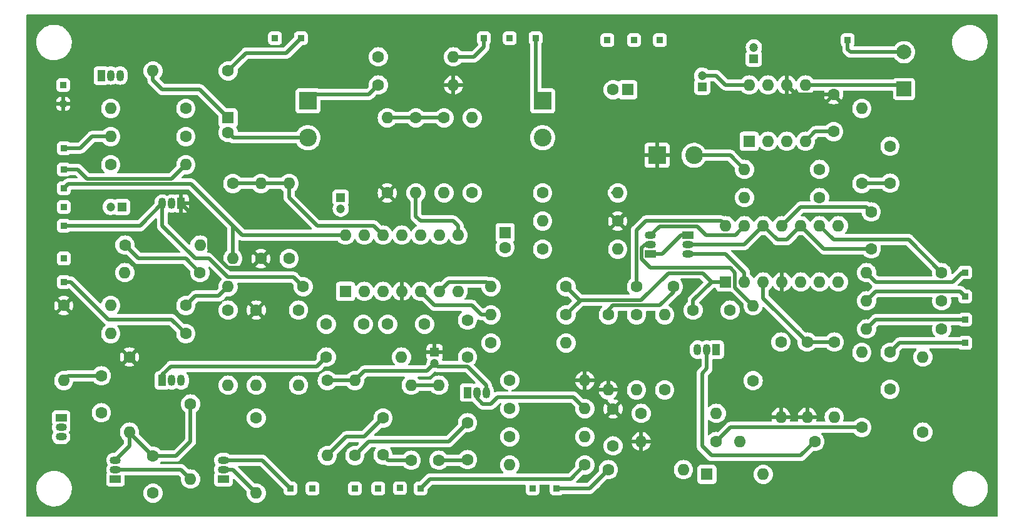
<source format=gbr>
%TF.GenerationSoftware,KiCad,Pcbnew,7.0.8*%
%TF.CreationDate,2023-10-12T18:53:29+02:00*%
%TF.ProjectId,Noise Toaster PCB,4e6f6973-6520-4546-9f61-737465722050,0.5*%
%TF.SameCoordinates,PX47c8b58PY892ee58*%
%TF.FileFunction,Copper,L1,Top*%
%TF.FilePolarity,Positive*%
%FSLAX46Y46*%
G04 Gerber Fmt 4.6, Leading zero omitted, Abs format (unit mm)*
G04 Created by KiCad (PCBNEW 7.0.8) date 2023-10-12 18:53:29*
%MOMM*%
%LPD*%
G01*
G04 APERTURE LIST*
%TA.AperFunction,ComponentPad*%
%ADD10C,1.600000*%
%TD*%
%TA.AperFunction,ComponentPad*%
%ADD11R,0.850000X0.850000*%
%TD*%
%TA.AperFunction,ComponentPad*%
%ADD12O,1.600000X1.600000*%
%TD*%
%TA.AperFunction,ComponentPad*%
%ADD13R,1.200000X1.200000*%
%TD*%
%TA.AperFunction,ComponentPad*%
%ADD14C,1.200000*%
%TD*%
%TA.AperFunction,ComponentPad*%
%ADD15R,1.600000X1.600000*%
%TD*%
%TA.AperFunction,ComponentPad*%
%ADD16R,2.400000X2.400000*%
%TD*%
%TA.AperFunction,ComponentPad*%
%ADD17C,2.400000*%
%TD*%
%TA.AperFunction,ComponentPad*%
%ADD18R,1.050000X1.500000*%
%TD*%
%TA.AperFunction,ComponentPad*%
%ADD19O,1.050000X1.500000*%
%TD*%
%TA.AperFunction,ComponentPad*%
%ADD20R,1.500000X1.050000*%
%TD*%
%TA.AperFunction,ComponentPad*%
%ADD21O,1.500000X1.050000*%
%TD*%
%TA.AperFunction,ComponentPad*%
%ADD22R,2.000000X2.000000*%
%TD*%
%TA.AperFunction,ComponentPad*%
%ADD23C,2.000000*%
%TD*%
%TA.AperFunction,Conductor*%
%ADD24C,0.500000*%
%TD*%
G04 APERTURE END LIST*
D10*
%TO.P,C8,1*%
%TO.N,/Front Panel/X8*%
X60015000Y13010000D03*
%TO.P,C8,2*%
%TO.N,Net-(C8-Pad2)*%
X60015000Y8010000D03*
%TD*%
D11*
%TO.P,X16,1,Pin_1*%
%TO.N,/Front Panel/B*%
X37480000Y65080000D03*
%TD*%
D10*
%TO.P,R52,1*%
%TO.N,Net-(C18-Pad1)*%
X13680000Y37065000D03*
D12*
%TO.P,R52,2*%
%TO.N,Net-(Q9-G)*%
X23840000Y37065000D03*
%TD*%
D11*
%TO.P,GND1,1,Pin_1*%
%TO.N,GND*%
X69230000Y65080000D03*
%TD*%
%TO.P,X10,1,Pin_1*%
%TO.N,/Front Panel/X10*%
X47950000Y4120000D03*
%TD*%
%TO.P,X5,1,Pin_1*%
%TO.N,/Front Panel/X5*%
X127325000Y26985000D03*
%TD*%
D10*
%TO.P,R25,1*%
%TO.N,Net-(C7-Pad2)*%
X27630000Y28250000D03*
D12*
%TO.P,R25,2*%
%TO.N,Net-(Q6-B)*%
X27630000Y18090000D03*
%TD*%
D13*
%TO.P,C25,1*%
%TO.N,Net-(U3-BYPASS)*%
X98750000Y62310000D03*
D14*
%TO.P,C25,2*%
%TO.N,B-*%
X98750000Y63810000D03*
%TD*%
D11*
%TO.P,X13,1,Pin_1*%
%TO.N,/Front Panel/X12*%
X5405000Y32060000D03*
%TD*%
D15*
%TO.P,U3,1,GAIN*%
%TO.N,Net-(C27-Pad1)*%
X98115000Y51110000D03*
D12*
%TO.P,U3,2,-*%
%TO.N,B-*%
X100655000Y51110000D03*
%TO.P,U3,3,+*%
%TO.N,Net-(U3-+)*%
X103195000Y51110000D03*
%TO.P,U3,4,GND*%
%TO.N,B-*%
X105735000Y51110000D03*
%TO.P,U3,5*%
%TO.N,Net-(C22-Pad1)*%
X105735000Y58730000D03*
%TO.P,U3,6,V+*%
%TO.N,B+*%
X103195000Y58730000D03*
%TO.P,U3,7,BYPASS*%
%TO.N,Net-(U3-BYPASS)*%
X100655000Y58730000D03*
%TO.P,U3,8,GAIN*%
%TO.N,Net-(C27-Pad2)*%
X98115000Y58730000D03*
%TD*%
D10*
%TO.P,R34,1*%
%TO.N,Net-(C12-Pad2)*%
X52395000Y7930000D03*
D12*
%TO.P,R34,2*%
%TO.N,Net-(U2A--)*%
X52395000Y18090000D03*
%TD*%
D16*
%TO.P,C23,1*%
%TO.N,B+*%
X85657272Y49205000D03*
D17*
%TO.P,C23,2*%
%TO.N,B-*%
X90657272Y49205000D03*
%TD*%
D18*
%TO.P,Q10,1,E*%
%TO.N,B-*%
X10485000Y60000000D03*
D19*
%TO.P,Q10,2,B*%
%TO.N,Net-(Q10-B)*%
X11755000Y60000000D03*
%TO.P,Q10,3,C*%
%TO.N,/Attack Release Envelope Generator/X22*%
X13025000Y60000000D03*
%TD*%
D11*
%TO.P,X14,1,Pin_1*%
%TO.N,/Front Panel/X14*%
X53665000Y4120000D03*
%TD*%
%TO.P,X26,1,Pin_1*%
%TO.N,/Audio Amplifier/X26*%
X111450000Y64826000D03*
%TD*%
D10*
%TO.P,R10,1*%
%TO.N,Net-(Q2-C)*%
X22550000Y15550000D03*
D12*
%TO.P,R10,2*%
%TO.N,Net-(Q2-B)*%
X22550000Y5390000D03*
%TD*%
D11*
%TO.P,X27,1,Pin_1*%
%TO.N,/Audio Amplifier/X27*%
X86050000Y64826000D03*
%TD*%
D18*
%TO.P,Q9,1,D*%
%TO.N,B+*%
X21280000Y42680000D03*
D19*
%TO.P,Q9,2,G*%
%TO.N,Net-(Q9-G)*%
X20010000Y42680000D03*
%TO.P,Q9,3,S*%
%TO.N,/ARG*%
X18740000Y42680000D03*
%TD*%
D10*
%TO.P,R54,1*%
%TO.N,B-*%
X37155000Y28250000D03*
D12*
%TO.P,R54,2*%
%TO.N,/ARG*%
X37155000Y18090000D03*
%TD*%
D10*
%TO.P,R24,1*%
%TO.N,/Front Panel/X6*%
X121610000Y11740000D03*
D12*
%TO.P,R24,2*%
%TO.N,B-*%
X121610000Y21900000D03*
%TD*%
D10*
%TO.P,R22,1*%
%TO.N,/G2*%
X109621200Y23932000D03*
D12*
%TO.P,R22,2*%
%TO.N,B-*%
X109621200Y13772000D03*
%TD*%
D10*
%TO.P,R11,1*%
%TO.N,Net-(U1C--)*%
X98648400Y18699600D03*
D12*
%TO.P,R11,2*%
%TO.N,Net-(Q3-B)*%
X98648400Y28859600D03*
%TD*%
D11*
%TO.P,X1,1,Pin_1*%
%TO.N,/Front Panel/X1*%
X127325000Y33355000D03*
%TD*%
D13*
%TO.P,C14,1*%
%TO.N,GND*%
X42870000Y43490000D03*
D14*
%TO.P,C14,2*%
%TO.N,B-*%
X42870000Y41990000D03*
%TD*%
D10*
%TO.P,R21,1*%
%TO.N,Net-(U1C--)*%
X124150000Y25710000D03*
D12*
%TO.P,R21,2*%
%TO.N,/Front Panel/X5*%
X113990000Y25710000D03*
%TD*%
D10*
%TO.P,R8,1*%
%TO.N,B+*%
X5405000Y28885000D03*
D12*
%TO.P,R8,2*%
%TO.N,Net-(Q5-E)*%
X5405000Y18725000D03*
%TD*%
D10*
%TO.P,R31,1*%
%TO.N,Net-(R31-Pad1)*%
X63190000Y23805000D03*
D12*
%TO.P,R31,2*%
%TO.N,/SQR*%
X73350000Y23805000D03*
%TD*%
D15*
%TO.P,C19,1*%
%TO.N,/Front Panel/X20*%
X27630000Y54285000D03*
D10*
%TO.P,C19,2*%
%TO.N,B-*%
X27630000Y52285000D03*
%TD*%
D11*
%TO.P,X+,1,Pin_1*%
%TO.N,B+*%
X5330000Y56190000D03*
%TD*%
%TO.P,X7,1,Pin_1*%
%TO.N,/SQR*%
X68830000Y4120000D03*
%TD*%
%TO.P,X8,1,Pin_1*%
%TO.N,/Front Panel/X8*%
X44775000Y4125000D03*
%TD*%
%TO.P,X15,1,Pin_1*%
%TO.N,/Front Panel/X15*%
X65730000Y65080000D03*
%TD*%
D10*
%TO.P,R35,1*%
%TO.N,/FO*%
X40925000Y21900000D03*
D12*
%TO.P,R35,2*%
%TO.N,Net-(U2A--)*%
X51085000Y21900000D03*
%TD*%
D15*
%TO.P,C21,1*%
%TO.N,/Audio Amplifier/X25*%
X81700000Y58095000D03*
D10*
%TO.P,C21,2*%
%TO.N,/Audio Amplifier/X24*%
X79700000Y58095000D03*
%TD*%
%TO.P,R70,1*%
%TO.N,Net-(C26-Pad1)*%
X47950000Y58730000D03*
D12*
%TO.P,R70,2*%
%TO.N,B+*%
X58110000Y58730000D03*
%TD*%
D10*
%TO.P,R37,1*%
%TO.N,B+*%
X80335000Y40315000D03*
D12*
%TO.P,R37,2*%
%TO.N,GND*%
X70175000Y40315000D03*
%TD*%
D10*
%TO.P,R12,1*%
%TO.N,/RMP*%
X79065000Y6660000D03*
D12*
%TO.P,R12,2*%
%TO.N,Net-(U1B-+)*%
X89225000Y6660000D03*
%TD*%
D11*
%TO.P,X3,1,Pin_1*%
%TO.N,/RMP*%
X72080000Y4120000D03*
%TD*%
D16*
%TO.P,C26,1*%
%TO.N,Net-(C26-Pad1)*%
X38425000Y56582728D03*
D17*
%TO.P,C26,2*%
%TO.N,B-*%
X38425000Y51582728D03*
%TD*%
D11*
%TO.P,X22,1,Pin_1*%
%TO.N,/Attack Release Envelope Generator/X22*%
X5430000Y50180000D03*
%TD*%
D10*
%TO.P,C5,1*%
%TO.N,/G2*%
X114625000Y36545000D03*
%TO.P,C5,2*%
%TO.N,B-*%
X114625000Y41545000D03*
%TD*%
D15*
%TO.P,U1,1*%
%TO.N,/RMP*%
X94940000Y32060000D03*
D12*
%TO.P,U1,2,-*%
%TO.N,/AA*%
X97480000Y32060000D03*
%TO.P,U1,3,+*%
%TO.N,/G2*%
X100020000Y32060000D03*
%TO.P,U1,4,V+*%
%TO.N,B+*%
X102560000Y32060000D03*
%TO.P,U1,5,+*%
%TO.N,Net-(U1B-+)*%
X105100000Y32060000D03*
%TO.P,U1,6,-*%
%TO.N,Net-(U1B--)*%
X107640000Y32060000D03*
%TO.P,U1,7*%
%TO.N,Net-(D1-A)*%
X110180000Y32060000D03*
%TO.P,U1,8*%
%TO.N,Net-(Q3-B)*%
X110180000Y39680000D03*
%TO.P,U1,9,-*%
%TO.N,Net-(U1C--)*%
X107640000Y39680000D03*
%TO.P,U1,10,+*%
%TO.N,/G2*%
X105100000Y39680000D03*
%TO.P,U1,11,V-*%
%TO.N,B-*%
X102560000Y39680000D03*
%TO.P,U1,12,+*%
%TO.N,/G2*%
X100020000Y39680000D03*
%TO.P,U1,13,-*%
%TO.N,Net-(Q3-C)*%
X97480000Y39680000D03*
%TO.P,U1,14*%
%TO.N,Net-(C1-Pad2)*%
X94940000Y39680000D03*
%TD*%
D10*
%TO.P,R19,1*%
%TO.N,/WNS*%
X31440000Y13645000D03*
D12*
%TO.P,R19,2*%
%TO.N,Net-(Q6-B)*%
X31440000Y3485000D03*
%TD*%
D10*
%TO.P,C3,1*%
%TO.N,Net-(Q5-E)*%
X10485000Y19360000D03*
%TO.P,C3,2*%
%TO.N,Net-(Q2-B)*%
X10485000Y14360000D03*
%TD*%
D18*
%TO.P,Q8,1,D*%
%TO.N,/Front Panel/X9*%
X60015000Y17095000D03*
D19*
%TO.P,Q8,2,G*%
%TO.N,Net-(Q8-G)*%
X61285000Y17095000D03*
%TO.P,Q8,3,S*%
%TO.N,GND*%
X62555000Y17095000D03*
%TD*%
D10*
%TO.P,R26,1*%
%TO.N,/RMP*%
X73350000Y27615000D03*
D12*
%TO.P,R26,2*%
%TO.N,Net-(U2B-+)*%
X63190000Y27615000D03*
%TD*%
D10*
%TO.P,C1,1*%
%TO.N,Net-(Q3-C)*%
X87875000Y31425000D03*
%TO.P,C1,2*%
%TO.N,Net-(C1-Pad2)*%
X82875000Y31425000D03*
%TD*%
%TO.P,R14,1*%
%TO.N,Net-(U1C--)*%
X124150000Y29520000D03*
D12*
%TO.P,R14,2*%
%TO.N,/Front Panel/X2*%
X113990000Y29520000D03*
%TD*%
D10*
%TO.P,R47,1*%
%TO.N,/Front Panel/X12*%
X21915000Y25075000D03*
D12*
%TO.P,R47,2*%
%TO.N,B-*%
X11755000Y25075000D03*
%TD*%
D10*
%TO.P,R69,1*%
%TO.N,Net-(C24-Pad2)*%
X113355000Y45395000D03*
D12*
%TO.P,R69,2*%
%TO.N,B-*%
X113355000Y55555000D03*
%TD*%
D10*
%TO.P,R59,1*%
%TO.N,Net-(U2C-+)*%
X56840000Y54285000D03*
D12*
%TO.P,R59,2*%
%TO.N,B-*%
X56840000Y44125000D03*
%TD*%
D10*
%TO.P,R68,1*%
%TO.N,Net-(U3-+)*%
X107640000Y47300000D03*
D12*
%TO.P,R68,2*%
%TO.N,B-*%
X97480000Y47300000D03*
%TD*%
D10*
%TO.P,R57,1*%
%TO.N,/Attack Release Envelope Generator/X21*%
X21915000Y51745000D03*
D12*
%TO.P,R57,2*%
%TO.N,/Attack Release Envelope Generator/X22*%
X11755000Y51745000D03*
%TD*%
D11*
%TO.P,X6,1,Pin_1*%
%TO.N,/Front Panel/X6*%
X127325000Y23805000D03*
%TD*%
D10*
%TO.P,R9,1*%
%TO.N,B+*%
X14295000Y21900000D03*
D12*
%TO.P,R9,2*%
%TO.N,Net-(Q2-C)*%
X14295000Y11740000D03*
%TD*%
D11*
%TO.P,X20,1,Pin_1*%
%TO.N,/Front Panel/X20*%
X33980000Y65080000D03*
%TD*%
D10*
%TO.P,R62,1*%
%TO.N,/Attack Release Envelope Generator/X21*%
X21915000Y55555000D03*
D12*
%TO.P,R62,2*%
%TO.N,Net-(Q10-B)*%
X11755000Y55555000D03*
%TD*%
D20*
%TO.P,Q5,1,E*%
%TO.N,Net-(Q5-E)*%
X5045000Y13645000D03*
D21*
%TO.P,Q5,2,B*%
%TO.N,B-*%
X5045000Y12375000D03*
%TO.P,Q5,3,C*%
%TO.N,unconnected-(Q5-C-Pad3)*%
X5045000Y11105000D03*
%TD*%
D10*
%TO.P,R17,1*%
%TO.N,Net-(U1B--)*%
X93670000Y10470000D03*
D12*
%TO.P,R17,2*%
%TO.N,B+*%
X83510000Y10470000D03*
%TD*%
D10*
%TO.P,R58,1*%
%TO.N,Net-(U2D-+)*%
X28265000Y45395000D03*
D12*
%TO.P,R58,2*%
%TO.N,/Attack Release Envelope Generator/X19*%
X28265000Y35235000D03*
%TD*%
D15*
%TO.P,C16,1*%
%TO.N,Net-(U2C--)*%
X65095000Y38730112D03*
D10*
%TO.P,C16,2*%
%TO.N,B-*%
X65095000Y36730112D03*
%TD*%
%TO.P,C24,1*%
%TO.N,Net-(C22-Pad1)*%
X117165000Y50435000D03*
%TO.P,C24,2*%
%TO.N,Net-(C24-Pad2)*%
X117165000Y45435000D03*
%TD*%
D11*
%TO.P,X17,1,Pin_1*%
%TO.N,/Attack Release Envelope Generator/X17*%
X5405000Y42220000D03*
%TD*%
D10*
%TO.P,R32,1*%
%TO.N,GND*%
X70175000Y36505000D03*
D12*
%TO.P,R32,2*%
%TO.N,/SQR*%
X80335000Y36505000D03*
%TD*%
D18*
%TO.P,Q1,1,D*%
%TO.N,/AA*%
X93670000Y22895000D03*
D19*
%TO.P,Q1,2,G*%
%TO.N,Net-(Q1-G)*%
X92400000Y22895000D03*
%TO.P,Q1,3,S*%
%TO.N,/RMP*%
X91130000Y22895000D03*
%TD*%
D10*
%TO.P,R3,1*%
%TO.N,Net-(U1C--)*%
X102407600Y23932000D03*
D12*
%TO.P,R3,2*%
%TO.N,B+*%
X102407600Y13772000D03*
%TD*%
D22*
%TO.P,C22,1*%
%TO.N,Net-(C22-Pad1)*%
X119070000Y58175000D03*
D23*
%TO.P,C22,2*%
%TO.N,/Audio Amplifier/X26*%
X119070000Y63175000D03*
%TD*%
D10*
%TO.P,R42,1*%
%TO.N,GND*%
X70175000Y44125000D03*
D12*
%TO.P,R42,2*%
%TO.N,B-*%
X80335000Y44125000D03*
%TD*%
D13*
%TO.P,C13,1*%
%TO.N,B+*%
X55570000Y22535000D03*
D14*
%TO.P,C13,2*%
%TO.N,GND*%
X55570000Y21035000D03*
%TD*%
D15*
%TO.P,U2,1*%
%TO.N,/FO*%
X43505000Y30790000D03*
D12*
%TO.P,U2,2,-*%
%TO.N,Net-(U2A--)*%
X46045000Y30790000D03*
%TO.P,U2,3,+*%
%TO.N,GND*%
X48585000Y30790000D03*
%TO.P,U2,4,V+*%
%TO.N,B+*%
X51125000Y30790000D03*
%TO.P,U2,5,+*%
%TO.N,Net-(U2B-+)*%
X53665000Y30790000D03*
%TO.P,U2,6,-*%
%TO.N,Net-(U2B--)*%
X56205000Y30790000D03*
%TO.P,U2,7*%
%TO.N,Net-(R31-Pad1)*%
X58745000Y30790000D03*
%TO.P,U2,8*%
%TO.N,/Front Panel/B*%
X58745000Y38410000D03*
%TO.P,U2,9,-*%
%TO.N,Net-(U2C--)*%
X56205000Y38410000D03*
%TO.P,U2,10,+*%
%TO.N,Net-(U2C-+)*%
X53665000Y38410000D03*
%TO.P,U2,11,V-*%
%TO.N,B-*%
X51125000Y38410000D03*
%TO.P,U2,12,+*%
%TO.N,Net-(U2D-+)*%
X48585000Y38410000D03*
%TO.P,U2,13,-*%
%TO.N,/ARG*%
X46045000Y38410000D03*
%TO.P,U2,14*%
%TO.N,/Attack Release Envelope Generator/X19*%
X43505000Y38410000D03*
%TD*%
D10*
%TO.P,R30,1*%
%TO.N,/RMP*%
X73350000Y31425000D03*
D12*
%TO.P,R30,2*%
%TO.N,Net-(U2B--)*%
X63190000Y31425000D03*
%TD*%
D10*
%TO.P,C11,1*%
%TO.N,B-*%
X60015000Y26900000D03*
%TO.P,C11,2*%
%TO.N,Net-(U2B--)*%
X60015000Y21900000D03*
%TD*%
D16*
%TO.P,C15,1*%
%TO.N,GND*%
X70175000Y56582728D03*
D17*
%TO.P,C15,2*%
%TO.N,B-*%
X70175000Y51582728D03*
%TD*%
D11*
%TO.P,X21,1,Pin_1*%
%TO.N,/Attack Release Envelope Generator/X21*%
X5405000Y47300000D03*
%TD*%
D10*
%TO.P,C12,1*%
%TO.N,/Front Panel/X11*%
X48585000Y13645000D03*
%TO.P,C12,2*%
%TO.N,Net-(C12-Pad2)*%
X48585000Y8645000D03*
%TD*%
%TO.P,R7,1*%
%TO.N,Net-(U1B-+)*%
X83510000Y14280000D03*
D12*
%TO.P,R7,2*%
%TO.N,Net-(D1-A)*%
X93670000Y14280000D03*
%TD*%
D15*
%TO.P,D1,1,K*%
%TO.N,Net-(D1-K)*%
X92400000Y6025000D03*
D12*
%TO.P,D1,2,A*%
%TO.N,Net-(D1-A)*%
X100020000Y6025000D03*
%TD*%
D11*
%TO.P,X19,1,Pin_1*%
%TO.N,/Attack Release Envelope Generator/X19*%
X5405000Y44760000D03*
%TD*%
%TO.P,X9,1,Pin_1*%
%TO.N,/Front Panel/X9*%
X50880000Y4150000D03*
%TD*%
D10*
%TO.P,R5,1*%
%TO.N,Net-(Q1-G)*%
X86685000Y17455000D03*
D12*
%TO.P,R5,2*%
%TO.N,B-*%
X86685000Y27615000D03*
%TD*%
D10*
%TO.P,R18,1*%
%TO.N,Net-(U1B--)*%
X113355000Y12375000D03*
D12*
%TO.P,R18,2*%
%TO.N,B-*%
X113355000Y22535000D03*
%TD*%
D10*
%TO.P,R40,1*%
%TO.N,Net-(R39-Pad2)*%
X65730000Y11105000D03*
D12*
%TO.P,R40,2*%
%TO.N,Net-(Q8-G)*%
X75890000Y11105000D03*
%TD*%
D10*
%TO.P,R55,1*%
%TO.N,B+*%
X49160000Y44125000D03*
D12*
%TO.P,R55,2*%
%TO.N,Net-(U2C-+)*%
X49160000Y54285000D03*
%TD*%
D18*
%TO.P,Q7,1,D*%
%TO.N,/FO*%
X18740000Y18725000D03*
D19*
%TO.P,Q7,2,G*%
%TO.N,Net-(Q7-G)*%
X20010000Y18725000D03*
%TO.P,Q7,3,S*%
%TO.N,/Front Panel/X12*%
X21280000Y18725000D03*
%TD*%
D11*
%TO.P,X23,1,Pin_1*%
%TO.N,/Front Panel/X23*%
X62230000Y65080000D03*
%TD*%
D10*
%TO.P,R64,1*%
%TO.N,B-*%
X35885000Y35235000D03*
D12*
%TO.P,R64,2*%
%TO.N,Net-(U2D-+)*%
X35885000Y45395000D03*
%TD*%
D10*
%TO.P,R63,1*%
%TO.N,B+*%
X32075000Y35235000D03*
D12*
%TO.P,R63,2*%
%TO.N,Net-(U2D-+)*%
X32075000Y45395000D03*
%TD*%
D10*
%TO.P,R48,1*%
%TO.N,Net-(U2C--)*%
X60650000Y44125000D03*
D12*
%TO.P,R48,2*%
%TO.N,/Front Panel/X15*%
X60650000Y54285000D03*
%TD*%
D10*
%TO.P,R61,1*%
%TO.N,B-*%
X11755000Y47935000D03*
D12*
%TO.P,R61,2*%
%TO.N,/Attack Release Envelope Generator/X21*%
X21915000Y47935000D03*
%TD*%
D11*
%TO.P,X18,1,Pin_1*%
%TO.N,/ARG*%
X5405000Y39680000D03*
%TD*%
%TO.P,X4,1,Pin_1*%
%TO.N,/WNS*%
X36060000Y4120000D03*
%TD*%
%TO.P,X-,1,Pin_1*%
%TO.N,B-*%
X5330000Y58730000D03*
%TD*%
D10*
%TO.P,R45,1*%
%TO.N,B-*%
X65730000Y14915000D03*
D12*
%TO.P,R45,2*%
%TO.N,Net-(Q8-G)*%
X75890000Y14915000D03*
%TD*%
D10*
%TO.P,C10,1*%
%TO.N,/Front Panel/X10*%
X45925000Y26345000D03*
%TO.P,C10,2*%
%TO.N,/FO*%
X40925000Y26345000D03*
%TD*%
D13*
%TO.P,C27,1*%
%TO.N,Net-(C27-Pad1)*%
X91765000Y58500000D03*
D14*
%TO.P,C27,2*%
%TO.N,Net-(C27-Pad2)*%
X91765000Y60000000D03*
%TD*%
D10*
%TO.P,C7,1*%
%TO.N,Net-(Q2-C)*%
X17470000Y8485000D03*
%TO.P,C7,2*%
%TO.N,Net-(C7-Pad2)*%
X17470000Y3485000D03*
%TD*%
D11*
%TO.P,X12,1,Pin_1*%
%TO.N,/FO*%
X5405000Y35235000D03*
%TD*%
D20*
%TO.P,Q2,1,E*%
%TO.N,B-*%
X12390000Y5390000D03*
D21*
%TO.P,Q2,2,B*%
%TO.N,Net-(Q2-B)*%
X12390000Y6660000D03*
%TO.P,Q2,3,C*%
%TO.N,Net-(Q2-C)*%
X12390000Y7930000D03*
%TD*%
D10*
%TO.P,C4,1*%
%TO.N,/G2*%
X79700000Y9875000D03*
%TO.P,C4,2*%
%TO.N,B+*%
X79700000Y14875000D03*
%TD*%
%TO.P,R60,1*%
%TO.N,Net-(U2C-+)*%
X53030000Y54285000D03*
D12*
%TO.P,R60,2*%
%TO.N,/Front Panel/B*%
X53030000Y44125000D03*
%TD*%
D13*
%TO.P,C18,1*%
%TO.N,Net-(C18-Pad1)*%
X13255000Y42220000D03*
D14*
%TO.P,C18,2*%
%TO.N,B-*%
X11755000Y42220000D03*
%TD*%
D10*
%TO.P,R50,1*%
%TO.N,Net-(C18-Pad1)*%
X23820000Y33330000D03*
D12*
%TO.P,R50,2*%
%TO.N,/Attack Release Envelope Generator/X17*%
X13660000Y33330000D03*
%TD*%
D11*
%TO.P,X25,1,Pin_1*%
%TO.N,/Audio Amplifier/X25*%
X82550000Y64826000D03*
%TD*%
D10*
%TO.P,R2,1*%
%TO.N,Net-(U1C--)*%
X124150000Y33330000D03*
D12*
%TO.P,R2,2*%
%TO.N,/Front Panel/X1*%
X113990000Y33330000D03*
%TD*%
D20*
%TO.P,Q4,1,E*%
%TO.N,Net-(Q3-E)*%
X89860000Y38410000D03*
D21*
%TO.P,Q4,2,B*%
%TO.N,/G2*%
X89860000Y37140000D03*
%TO.P,Q4,3,C*%
%TO.N,/AA*%
X89860000Y35870000D03*
%TD*%
D10*
%TO.P,C20,1*%
%TO.N,B-*%
X109545000Y52420000D03*
%TO.P,C20,2*%
%TO.N,B+*%
X109545000Y57420000D03*
%TD*%
%TO.P,R27,1*%
%TO.N,/Front Panel/X8*%
X44775000Y8565000D03*
D12*
%TO.P,R27,2*%
%TO.N,GND*%
X44775000Y18725000D03*
%TD*%
D10*
%TO.P,C9,1*%
%TO.N,/Front Panel/X9*%
X54220000Y26345000D03*
%TO.P,C9,2*%
%TO.N,Net-(U2A--)*%
X49220000Y26345000D03*
%TD*%
%TO.P,R36,1*%
%TO.N,GND*%
X41045000Y18725000D03*
D12*
%TO.P,R36,2*%
%TO.N,/Front Panel/X11*%
X41045000Y8565000D03*
%TD*%
D11*
%TO.P,X24,1,Pin_1*%
%TO.N,/Audio Amplifier/X24*%
X78938000Y64826000D03*
%TD*%
D10*
%TO.P,R65,1*%
%TO.N,Net-(C26-Pad1)*%
X47950000Y62540000D03*
D12*
%TO.P,R65,2*%
%TO.N,/Front Panel/X23*%
X58110000Y62540000D03*
%TD*%
D20*
%TO.P,Q6,1,E*%
%TO.N,B-*%
X26995000Y5390000D03*
D21*
%TO.P,Q6,2,B*%
%TO.N,Net-(Q6-B)*%
X26995000Y6660000D03*
%TO.P,Q6,3,C*%
%TO.N,/WNS*%
X26995000Y7930000D03*
%TD*%
D10*
%TO.P,C6,1*%
%TO.N,/Front Panel/X6*%
X117165000Y22535000D03*
%TO.P,C6,2*%
%TO.N,Net-(U1B--)*%
X117165000Y17535000D03*
%TD*%
D11*
%TO.P,X11,1,Pin_1*%
%TO.N,/Front Panel/X11*%
X39060000Y4120000D03*
%TD*%
D10*
%TO.P,R67,1*%
%TO.N,Net-(U3-+)*%
X107640000Y43490000D03*
D12*
%TO.P,R67,2*%
%TO.N,/Audio Amplifier/X27*%
X97480000Y43490000D03*
%TD*%
D10*
%TO.P,R56,1*%
%TO.N,/Front Panel/B*%
X27630000Y60635000D03*
D12*
%TO.P,R56,2*%
%TO.N,/Front Panel/X20*%
X17470000Y60635000D03*
%TD*%
D10*
%TO.P,R23,1*%
%TO.N,/G2*%
X105963600Y23932000D03*
D12*
%TO.P,R23,2*%
%TO.N,B+*%
X105963600Y13772000D03*
%TD*%
D10*
%TO.P,R44,1*%
%TO.N,Net-(R39-Pad2)*%
X65730000Y18725000D03*
D12*
%TO.P,R44,2*%
%TO.N,B+*%
X75890000Y18725000D03*
%TD*%
D10*
%TO.P,R39,1*%
%TO.N,/Front Panel/X14*%
X75890000Y7295000D03*
D12*
%TO.P,R39,2*%
%TO.N,Net-(R39-Pad2)*%
X65730000Y7295000D03*
%TD*%
D20*
%TO.P,Q3,1,E*%
%TO.N,Net-(Q3-E)*%
X84780000Y35870000D03*
D21*
%TO.P,Q3,2,B*%
%TO.N,Net-(Q3-B)*%
X84780000Y37140000D03*
%TO.P,Q3,3,C*%
%TO.N,Net-(Q3-C)*%
X84780000Y38410000D03*
%TD*%
D10*
%TO.P,R4,1*%
%TO.N,Net-(Q3-E)*%
X82875000Y27615000D03*
D12*
%TO.P,R4,2*%
%TO.N,Net-(C1-Pad2)*%
X82875000Y17455000D03*
%TD*%
D10*
%TO.P,C2,1*%
%TO.N,/AA*%
X95535000Y28250000D03*
%TO.P,C2,2*%
%TO.N,/RMP*%
X90535000Y28250000D03*
%TD*%
%TO.P,R6,1*%
%TO.N,Net-(Q1-G)*%
X107005000Y10470000D03*
D12*
%TO.P,R6,2*%
%TO.N,Net-(D1-K)*%
X96845000Y10470000D03*
%TD*%
D10*
%TO.P,R16,1*%
%TO.N,Net-(Q3-C)*%
X79065000Y27615000D03*
D12*
%TO.P,R16,2*%
%TO.N,B+*%
X79065000Y17455000D03*
%TD*%
D11*
%TO.P,X2,1,Pin_1*%
%TO.N,/Front Panel/X2*%
X127325000Y30085000D03*
%TD*%
D10*
%TO.P,R41,1*%
%TO.N,/ARG*%
X37790000Y31425000D03*
D12*
%TO.P,R41,2*%
%TO.N,Net-(Q7-G)*%
X27630000Y31425000D03*
%TD*%
D10*
%TO.P,R33,1*%
%TO.N,Net-(C8-Pad2)*%
X56150000Y7930000D03*
D12*
%TO.P,R33,2*%
%TO.N,Net-(U2A--)*%
X56150000Y18090000D03*
%TD*%
D10*
%TO.P,R46,1*%
%TO.N,Net-(Q7-G)*%
X21915000Y28885000D03*
D12*
%TO.P,R46,2*%
%TO.N,B-*%
X11755000Y28885000D03*
%TD*%
D10*
%TO.P,R15,1*%
%TO.N,B+*%
X31440000Y28250000D03*
D12*
%TO.P,R15,2*%
%TO.N,/WNS*%
X31440000Y18090000D03*
%TD*%
D24*
%TO.N,/Front Panel/B*%
X27630000Y60635000D02*
X30043000Y63048000D01*
X35504000Y63048000D02*
X37480000Y65024000D01*
X30043000Y63048000D02*
X35504000Y63048000D01*
X37480000Y65024000D02*
X37480000Y65080000D01*
%TO.N,/Audio Amplifier/X26*%
X119070000Y63175000D02*
X111831000Y63175000D01*
X111831000Y63175000D02*
X111450000Y63556000D01*
X111450000Y63556000D02*
X111450000Y64826000D01*
%TO.N,/Front Panel/X23*%
X62230000Y65080000D02*
X62230000Y63866000D01*
X62230000Y63866000D02*
X60904000Y62540000D01*
X60904000Y62540000D02*
X58110000Y62540000D01*
%TO.N,GND*%
X69230000Y65080000D02*
X69230000Y57527728D01*
X69230000Y57527728D02*
X70175000Y56582728D01*
%TO.N,Net-(Q3-C)*%
X87875000Y30710000D02*
X86050000Y28885000D01*
X86050000Y28885000D02*
X79700000Y28885000D01*
X92315000Y38430000D02*
X91130000Y39615000D01*
X79700000Y28885000D02*
X79065000Y28250000D01*
X97480000Y39680000D02*
X96230000Y38430000D01*
X96230000Y38430000D02*
X92315000Y38430000D01*
X91130000Y39615000D02*
X85985000Y39615000D01*
X85985000Y39615000D02*
X84780000Y38410000D01*
%TO.N,Net-(C1-Pad2)*%
X94940000Y39680000D02*
X94305000Y40315000D01*
X82875000Y39045000D02*
X82875000Y31425000D01*
X84145000Y40315000D02*
X82875000Y39045000D01*
X94305000Y40315000D02*
X84145000Y40315000D01*
%TO.N,/AA*%
X94940000Y35870000D02*
X97480000Y33330000D01*
X89860000Y35870000D02*
X94940000Y35870000D01*
X97480000Y33330000D02*
X97480000Y32060000D01*
%TO.N,/RMP*%
X75255000Y29520000D02*
X75255000Y29500000D01*
X75320000Y29585000D02*
X75235000Y29500000D01*
X75255000Y29500000D02*
X75235000Y29500000D01*
X91830000Y33265000D02*
X87190000Y33265000D01*
X79065000Y6660000D02*
X76525000Y4120000D01*
X83510000Y29585000D02*
X75320000Y29585000D01*
X76525000Y4120000D02*
X72080000Y4120000D01*
X93035000Y32060000D02*
X90535000Y29560000D01*
X94940000Y32060000D02*
X93035000Y32060000D01*
X87190000Y33265000D02*
X83510000Y29585000D01*
X93035000Y32060000D02*
X91830000Y33265000D01*
X75235000Y29500000D02*
X73350000Y27615000D01*
X73350000Y31425000D02*
X75255000Y29520000D01*
X90535000Y29560000D02*
X90535000Y28250000D01*
%TO.N,Net-(Q5-E)*%
X6040000Y19360000D02*
X5405000Y18725000D01*
X10485000Y19360000D02*
X6040000Y19360000D01*
%TO.N,Net-(Q2-B)*%
X22550000Y5390000D02*
X21280000Y6660000D01*
X21280000Y6660000D02*
X12390000Y6660000D01*
%TO.N,/G2*%
X101925000Y37775000D02*
X103195000Y37775000D01*
X109621200Y23932000D02*
X105963600Y23932000D01*
X108235000Y36545000D02*
X114625000Y36545000D01*
X100020000Y39680000D02*
X101925000Y37775000D01*
X97480000Y37140000D02*
X89860000Y37140000D01*
X105100000Y39680000D02*
X108235000Y36545000D01*
X103195000Y37775000D02*
X105100000Y39680000D01*
X100020000Y39680000D02*
X97480000Y37140000D01*
X100020000Y29875600D02*
X105963600Y23932000D01*
X100020000Y32060000D02*
X100020000Y29875600D01*
%TO.N,B+*%
X85657272Y45637272D02*
X80335000Y40315000D01*
X27610000Y33985000D02*
X30825000Y33985000D01*
X104505000Y57420000D02*
X103195000Y58730000D01*
X85657272Y49205000D02*
X85657272Y45637272D01*
X30825000Y33985000D02*
X32075000Y35235000D01*
X25090000Y38870000D02*
X25090000Y36505000D01*
X109545000Y57420000D02*
X104505000Y57420000D01*
X21280000Y42680000D02*
X25090000Y38870000D01*
X25090000Y36505000D02*
X27610000Y33985000D01*
%TO.N,B-*%
X102560000Y39680000D02*
X105100000Y42220000D01*
X95575000Y49205000D02*
X97480000Y47300000D01*
X107045000Y52420000D02*
X105735000Y51110000D01*
X90657272Y49205000D02*
X95575000Y49205000D01*
X28332272Y51582728D02*
X27630000Y52285000D01*
X79700000Y44125000D02*
X80335000Y44125000D01*
X113950000Y42220000D02*
X114625000Y41545000D01*
X105100000Y42220000D02*
X113950000Y42220000D01*
X38425000Y51582728D02*
X38425000Y51745000D01*
X109545000Y52420000D02*
X107045000Y52420000D01*
X38425000Y51582728D02*
X28332272Y51582728D01*
%TO.N,/Front Panel/X6*%
X118435000Y23805000D02*
X117165000Y22535000D01*
X127325000Y23805000D02*
X118435000Y23805000D01*
%TO.N,Net-(U1B--)*%
X95575000Y12375000D02*
X93670000Y10470000D01*
X113355000Y12375000D02*
X95575000Y12375000D01*
%TO.N,Net-(Q2-C)*%
X17470000Y8485000D02*
X20565000Y8485000D01*
X14295000Y11740000D02*
X14295000Y11660000D01*
X14295000Y9835000D02*
X12390000Y7930000D01*
X14295000Y11660000D02*
X17470000Y8485000D01*
X22550000Y10470000D02*
X22550000Y15550000D01*
X20565000Y8485000D02*
X22550000Y10470000D01*
X14295000Y11740000D02*
X14295000Y9835000D01*
%TO.N,/Front Panel/X8*%
X60015000Y13010000D02*
X57475000Y10470000D01*
X57475000Y10470000D02*
X46680000Y10470000D01*
X46680000Y10470000D02*
X44775000Y8565000D01*
%TO.N,Net-(C8-Pad2)*%
X59935000Y7930000D02*
X60015000Y8010000D01*
X56150000Y7930000D02*
X59935000Y7930000D01*
%TO.N,Net-(U2A--)*%
X56150000Y18090000D02*
X52395000Y18090000D01*
%TO.N,/FO*%
X18740000Y18725000D02*
X18740000Y19475000D01*
X18740000Y19475000D02*
X19895000Y20630000D01*
X19895000Y20630000D02*
X39655000Y20630000D01*
X39655000Y20630000D02*
X40925000Y21900000D01*
%TO.N,Net-(U2B--)*%
X63190000Y31425000D02*
X62575000Y32040000D01*
X57455000Y32040000D02*
X56205000Y30790000D01*
X62575000Y32040000D02*
X57455000Y32040000D01*
%TO.N,/Front Panel/X11*%
X43585000Y11105000D02*
X41045000Y8565000D01*
X48585000Y13645000D02*
X46045000Y11105000D01*
X46045000Y11105000D02*
X43585000Y11105000D01*
%TO.N,Net-(C12-Pad2)*%
X49300000Y7930000D02*
X48585000Y8645000D01*
X52395000Y7930000D02*
X49300000Y7930000D01*
%TO.N,GND*%
X41045000Y18725000D02*
X44775000Y18725000D01*
X62555000Y18090000D02*
X62555000Y17095000D01*
X55994264Y20610736D02*
X60034264Y20610736D01*
X55570000Y21035000D02*
X55994264Y20610736D01*
X60034264Y20610736D02*
X62555000Y18090000D01*
X55570000Y21035000D02*
X54530000Y19995000D01*
X46045000Y19995000D02*
X44775000Y18725000D01*
X54530000Y19995000D02*
X46045000Y19995000D01*
%TO.N,Net-(C18-Pad1)*%
X21915000Y35235000D02*
X23820000Y33330000D01*
X13680000Y37065000D02*
X15510000Y35235000D01*
X15510000Y35235000D02*
X21915000Y35235000D01*
%TO.N,/Front Panel/X20*%
X23820000Y58095000D02*
X27630000Y54285000D01*
X17470000Y60635000D02*
X17470000Y59365000D01*
X18740000Y58095000D02*
X23820000Y58095000D01*
X17470000Y59365000D02*
X18740000Y58095000D01*
%TO.N,Net-(C22-Pad1)*%
X118515000Y58730000D02*
X119070000Y58175000D01*
X105735000Y58730000D02*
X118515000Y58730000D01*
%TO.N,Net-(C24-Pad2)*%
X113395000Y45435000D02*
X113355000Y45395000D01*
X117165000Y45435000D02*
X113395000Y45435000D01*
%TO.N,Net-(C26-Pad1)*%
X39302272Y57460000D02*
X38425000Y56582728D01*
X47950000Y58730000D02*
X46680000Y57460000D01*
X46680000Y57460000D02*
X39302272Y57460000D01*
%TO.N,Net-(C27-Pad2)*%
X94940000Y58730000D02*
X98115000Y58730000D01*
X93670000Y60000000D02*
X94940000Y58730000D01*
X91765000Y60000000D02*
X93670000Y60000000D01*
%TO.N,Net-(Q1-G)*%
X92400000Y20327517D02*
X91765000Y19692517D01*
X92400000Y22895000D02*
X92400000Y20327517D01*
X91765000Y9835000D02*
X93035000Y8565000D01*
X91765000Y19692517D02*
X91765000Y9835000D01*
X93035000Y8565000D02*
X105100000Y8565000D01*
X105100000Y8565000D02*
X107005000Y10470000D01*
%TO.N,Net-(Q3-E)*%
X84780000Y35870000D02*
X86324346Y35870000D01*
X86324346Y35870000D02*
X88864346Y38410000D01*
X88864346Y38410000D02*
X89860000Y38410000D01*
%TO.N,Net-(Q3-B)*%
X84773604Y33965000D02*
X95575000Y33965000D01*
X95575000Y33965000D02*
X96190000Y33350000D01*
X83575000Y36681325D02*
X83575000Y35163604D01*
X84780000Y37140000D02*
X84033675Y37140000D01*
X96190000Y33350000D02*
X96190000Y31318000D01*
X96190000Y31318000D02*
X98648400Y28859600D01*
X84033675Y37140000D02*
X83575000Y36681325D01*
X83575000Y35163604D02*
X84773604Y33965000D01*
%TO.N,Net-(Q6-B)*%
X28265000Y6660000D02*
X31440000Y3485000D01*
X26995000Y6660000D02*
X28265000Y6660000D01*
%TO.N,/WNS*%
X26995000Y7930000D02*
X32250000Y7930000D01*
X32250000Y7930000D02*
X36060000Y4120000D01*
%TO.N,Net-(Q7-G)*%
X26360000Y30155000D02*
X27630000Y31425000D01*
X23185000Y30155000D02*
X26360000Y30155000D01*
X21915000Y28885000D02*
X23185000Y30155000D01*
%TO.N,/Front Panel/X12*%
X20010000Y26980000D02*
X21915000Y25075000D01*
X6357500Y32060000D02*
X11437500Y26980000D01*
X5405000Y32060000D02*
X6357500Y32060000D01*
X11437500Y26980000D02*
X20010000Y26980000D01*
%TO.N,Net-(Q8-G)*%
X63190000Y15550000D02*
X62083675Y15550000D01*
X74334966Y16470034D02*
X64110034Y16470034D01*
X61285000Y16348675D02*
X61285000Y17095000D01*
X75890000Y14915000D02*
X74334966Y16470034D01*
X62083675Y15550000D02*
X61285000Y16348675D01*
X64110034Y16470034D02*
X63190000Y15550000D01*
%TO.N,/ARG*%
X15740000Y39680000D02*
X5405000Y39680000D01*
X27630000Y32695000D02*
X25090000Y35235000D01*
X37790000Y31425000D02*
X36520000Y32695000D01*
X25090000Y35235000D02*
X23185000Y35235000D01*
X18740000Y42680000D02*
X15740000Y39680000D01*
X23185000Y35235000D02*
X18740000Y39680000D01*
X18740000Y39680000D02*
X18740000Y42680000D01*
X36520000Y32695000D02*
X27630000Y32695000D01*
%TO.N,/Attack Release Envelope Generator/X22*%
X9215000Y51745000D02*
X7650000Y50180000D01*
X11755000Y51745000D02*
X9215000Y51745000D01*
X7650000Y50180000D02*
X5430000Y50180000D01*
%TO.N,Net-(U1C--)*%
X109525000Y37795000D02*
X119685000Y37795000D01*
X119685000Y37795000D02*
X124150000Y33330000D01*
X107640000Y39680000D02*
X109525000Y37795000D01*
%TO.N,/Front Panel/X1*%
X126900000Y33355000D02*
X125625000Y32080000D01*
X125625000Y32080000D02*
X115240000Y32080000D01*
X115240000Y32080000D02*
X113990000Y33330000D01*
X127325000Y33355000D02*
X126900000Y33355000D01*
%TO.N,/Front Panel/X2*%
X126640000Y30770000D02*
X115240000Y30770000D01*
X115240000Y30770000D02*
X113990000Y29520000D01*
X127325000Y30085000D02*
X126640000Y30770000D01*
%TO.N,/Front Panel/X5*%
X115265000Y26985000D02*
X113990000Y25710000D01*
X127325000Y26985000D02*
X115265000Y26985000D01*
%TO.N,Net-(U2B-+)*%
X55570000Y28885000D02*
X60650000Y28885000D01*
X60650000Y28885000D02*
X61920000Y27615000D01*
X61920000Y27615000D02*
X63190000Y27615000D01*
X53665000Y30790000D02*
X55570000Y28885000D01*
%TO.N,/Front Panel/X14*%
X73985000Y5390000D02*
X54935000Y5390000D01*
X54935000Y5390000D02*
X53665000Y4120000D01*
X75890000Y7295000D02*
X73985000Y5390000D01*
%TO.N,Net-(U2C-+)*%
X49160000Y54285000D02*
X53030000Y54285000D01*
X53030000Y54285000D02*
X56840000Y54285000D01*
%TO.N,/Front Panel/B*%
X53665000Y40315000D02*
X58110000Y40315000D01*
X58110000Y40315000D02*
X58745000Y39680000D01*
X53030000Y40950000D02*
X53665000Y40315000D01*
X53030000Y44125000D02*
X53030000Y40950000D01*
X58745000Y39680000D02*
X58745000Y38410000D01*
%TO.N,/Attack Release Envelope Generator/X21*%
X7310000Y47300000D02*
X5405000Y47300000D01*
X8580000Y46030000D02*
X7310000Y47300000D01*
X20010000Y46030000D02*
X8580000Y46030000D01*
X21915000Y47935000D02*
X20010000Y46030000D01*
%TO.N,Net-(U2D-+)*%
X35885000Y45395000D02*
X35885000Y43490000D01*
X47335000Y39660000D02*
X48585000Y38410000D01*
X35885000Y43490000D02*
X39715000Y39660000D01*
X39715000Y39660000D02*
X47335000Y39660000D01*
X28265000Y45395000D02*
X32075000Y45395000D01*
X32075000Y45395000D02*
X35885000Y45395000D01*
%TO.N,/Attack Release Envelope Generator/X19*%
X29535000Y38410000D02*
X28265000Y39680000D01*
X5405000Y44760000D02*
X5975000Y45330000D01*
X43505000Y38410000D02*
X29535000Y38410000D01*
X28265000Y39680000D02*
X28265000Y35235000D01*
X5975000Y45330000D02*
X22615000Y45330000D01*
X22615000Y45330000D02*
X28265000Y39680000D01*
%TD*%
%TA.AperFunction,Conductor*%
%TO.N,B+*%
G36*
X131713039Y68235315D02*
G01*
X131758794Y68182511D01*
X131770000Y68131000D01*
X131770000Y434000D01*
X131750315Y366961D01*
X131697511Y321206D01*
X131646000Y310000D01*
X449000Y310000D01*
X381961Y329685D01*
X336206Y382489D01*
X325000Y434000D01*
X325000Y4157097D01*
X1675793Y4157097D01*
X1685672Y3849030D01*
X1685672Y3849025D01*
X1685673Y3849022D01*
X1734867Y3544739D01*
X1788299Y3364711D01*
X1822571Y3249237D01*
X1947333Y2967399D01*
X1947337Y2967391D01*
X2107123Y2703807D01*
X2107127Y2703802D01*
X2107133Y2703793D01*
X2299297Y2462826D01*
X2299299Y2462824D01*
X2299303Y2462820D01*
X2299304Y2462819D01*
X2520724Y2248386D01*
X2664010Y2141449D01*
X2767741Y2064032D01*
X2767743Y2064031D01*
X2767747Y2064028D01*
X3036318Y1912772D01*
X3177057Y1855793D01*
X3322018Y1797103D01*
X3322023Y1797102D01*
X3322025Y1797101D01*
X3620179Y1718916D01*
X3925883Y1679500D01*
X3925890Y1679500D01*
X4156980Y1679500D01*
X4255814Y1685846D01*
X4387601Y1694307D01*
X4690151Y1753228D01*
X4982683Y1850356D01*
X4982689Y1850360D01*
X4982693Y1850360D01*
X5237966Y1973293D01*
X5260393Y1984093D01*
X5518720Y2152246D01*
X5753424Y2352052D01*
X5960650Y2580231D01*
X6136996Y2833037D01*
X6279567Y3106317D01*
X6386020Y3395585D01*
X6406428Y3484999D01*
X16164532Y3484999D01*
X16184364Y3258314D01*
X16184366Y3258303D01*
X16243258Y3038512D01*
X16243261Y3038503D01*
X16339431Y2832268D01*
X16339432Y2832266D01*
X16469954Y2645859D01*
X16630858Y2484955D01*
X16630861Y2484953D01*
X16817266Y2354432D01*
X17023504Y2258261D01*
X17243308Y2199365D01*
X17405230Y2185199D01*
X17469998Y2179532D01*
X17470000Y2179532D01*
X17470002Y2179532D01*
X17526673Y2184491D01*
X17696692Y2199365D01*
X17916496Y2258261D01*
X18122734Y2354432D01*
X18309139Y2484953D01*
X18470047Y2645861D01*
X18600568Y2832266D01*
X18696739Y3038504D01*
X18755635Y3258308D01*
X18772640Y3452672D01*
X18775468Y3484999D01*
X18775468Y3485002D01*
X18766061Y3592518D01*
X18755635Y3711692D01*
X18696739Y3931496D01*
X18600568Y4137734D01*
X18470047Y4324139D01*
X18470045Y4324142D01*
X18309141Y4485046D01*
X18122734Y4615568D01*
X18122732Y4615569D01*
X17916497Y4711739D01*
X17916488Y4711742D01*
X17696697Y4770634D01*
X17696693Y4770635D01*
X17696692Y4770635D01*
X17696691Y4770636D01*
X17696686Y4770636D01*
X17470002Y4790468D01*
X17469998Y4790468D01*
X17243313Y4770636D01*
X17243302Y4770634D01*
X17023511Y4711742D01*
X17023502Y4711739D01*
X16817267Y4615569D01*
X16817265Y4615568D01*
X16630858Y4485046D01*
X16469954Y4324142D01*
X16339432Y4137735D01*
X16339431Y4137733D01*
X16243261Y3931498D01*
X16243258Y3931489D01*
X16184366Y3711698D01*
X16184364Y3711687D01*
X16164532Y3485002D01*
X16164532Y3484999D01*
X6406428Y3484999D01*
X6454609Y3696092D01*
X6484206Y4002902D01*
X6474327Y4310978D01*
X6425133Y4615261D01*
X6337431Y4910756D01*
X6337429Y4910761D01*
X6337428Y4910764D01*
X6212666Y5192602D01*
X6212663Y5192609D01*
X6052877Y5456193D01*
X6052870Y5456201D01*
X6052866Y5456208D01*
X5860702Y5697175D01*
X5860700Y5697177D01*
X5757465Y5797154D01*
X5639276Y5911614D01*
X5489977Y6023039D01*
X5392258Y6095969D01*
X5386926Y6098972D01*
X5123682Y6247228D01*
X5086383Y6262329D01*
X4837981Y6362898D01*
X4670660Y6406774D01*
X4539821Y6441084D01*
X4234117Y6480500D01*
X4003026Y6480500D01*
X4003020Y6480500D01*
X3772406Y6465694D01*
X3772389Y6465692D01*
X3469854Y6406774D01*
X3469849Y6406772D01*
X3177310Y6309642D01*
X3177306Y6309641D01*
X2899613Y6175911D01*
X2899605Y6175906D01*
X2641286Y6007759D01*
X2641276Y6007752D01*
X2406581Y5807954D01*
X2406571Y5807944D01*
X2199354Y5579775D01*
X2199350Y5579771D01*
X2023005Y5326967D01*
X2023003Y5326963D01*
X1880432Y5053681D01*
X1880429Y5053674D01*
X1773981Y4764420D01*
X1773980Y4764415D01*
X1767784Y4737268D01*
X1705391Y4463911D01*
X1675794Y4157098D01*
X1675793Y4157097D01*
X325000Y4157097D01*
X325000Y6660000D01*
X11134538Y6660000D01*
X11154337Y6458969D01*
X11175245Y6390046D01*
X11207975Y6282147D01*
X11213306Y6264576D01*
X11213929Y6194709D01*
X11199530Y6165614D01*
X11200452Y6165110D01*
X11196202Y6157329D01*
X11145908Y6022483D01*
X11139501Y5962884D01*
X11139500Y5962865D01*
X11139500Y4817130D01*
X11139501Y4817124D01*
X11145908Y4757517D01*
X11196202Y4622672D01*
X11196206Y4622665D01*
X11282452Y4507456D01*
X11282455Y4507453D01*
X11397664Y4421207D01*
X11397671Y4421203D01*
X11532517Y4370909D01*
X11532516Y4370909D01*
X11539444Y4370165D01*
X11592127Y4364500D01*
X13187872Y4364501D01*
X13247483Y4370909D01*
X13382331Y4421204D01*
X13497546Y4507454D01*
X13583796Y4622669D01*
X13634091Y4757517D01*
X13640500Y4817127D01*
X13640499Y5785501D01*
X13660183Y5852539D01*
X13712987Y5898294D01*
X13764499Y5909500D01*
X20917770Y5909500D01*
X20984809Y5889815D01*
X21005451Y5873181D01*
X21223282Y5655350D01*
X21256767Y5594027D01*
X21259129Y5556863D01*
X21244532Y5390004D01*
X21244532Y5389999D01*
X21264364Y5163314D01*
X21264366Y5163303D01*
X21323258Y4943512D01*
X21323261Y4943503D01*
X21419431Y4737268D01*
X21419432Y4737266D01*
X21549954Y4550859D01*
X21710858Y4389955D01*
X21710861Y4389953D01*
X21897266Y4259432D01*
X22103504Y4163261D01*
X22103509Y4163260D01*
X22103511Y4163259D01*
X22126508Y4157097D01*
X22323308Y4104365D01*
X22485230Y4090199D01*
X22549998Y4084532D01*
X22550000Y4084532D01*
X22550002Y4084532D01*
X22606673Y4089491D01*
X22776692Y4104365D01*
X22996496Y4163261D01*
X23202734Y4259432D01*
X23389139Y4389953D01*
X23550047Y4550861D01*
X23680568Y4737266D01*
X23776739Y4943504D01*
X23835635Y5163308D01*
X23853642Y5369131D01*
X23855468Y5389999D01*
X23855468Y5390002D01*
X23839810Y5568971D01*
X23835635Y5616692D01*
X23786970Y5798314D01*
X23776741Y5836489D01*
X23776738Y5836498D01*
X23741712Y5911611D01*
X23680568Y6042734D01*
X23550047Y6229139D01*
X23550045Y6229142D01*
X23389141Y6390046D01*
X23202734Y6520568D01*
X23202732Y6520569D01*
X22996497Y6616739D01*
X22996488Y6616742D01*
X22835045Y6660000D01*
X25739538Y6660000D01*
X25759337Y6458969D01*
X25780245Y6390046D01*
X25812975Y6282147D01*
X25818306Y6264576D01*
X25818929Y6194709D01*
X25804530Y6165614D01*
X25805452Y6165110D01*
X25801202Y6157329D01*
X25750908Y6022483D01*
X25744501Y5962884D01*
X25744500Y5962865D01*
X25744500Y4817130D01*
X25744501Y4817124D01*
X25750908Y4757517D01*
X25801202Y4622672D01*
X25801206Y4622665D01*
X25887452Y4507456D01*
X25887455Y4507453D01*
X26002664Y4421207D01*
X26002671Y4421203D01*
X26137517Y4370909D01*
X26137516Y4370909D01*
X26144444Y4370165D01*
X26197127Y4364500D01*
X27792872Y4364501D01*
X27852483Y4370909D01*
X27987331Y4421204D01*
X28102546Y4507454D01*
X28188796Y4622669D01*
X28239091Y4757517D01*
X28245500Y4817127D01*
X28245499Y5318773D01*
X28265183Y5385810D01*
X28317987Y5431565D01*
X28387146Y5441509D01*
X28450702Y5412484D01*
X28457180Y5406452D01*
X30113282Y3750350D01*
X30146767Y3689027D01*
X30149129Y3651863D01*
X30134532Y3485004D01*
X30134532Y3484999D01*
X30154364Y3258314D01*
X30154366Y3258303D01*
X30213258Y3038512D01*
X30213261Y3038503D01*
X30309431Y2832268D01*
X30309432Y2832266D01*
X30439954Y2645859D01*
X30600858Y2484955D01*
X30600861Y2484953D01*
X30787266Y2354432D01*
X30993504Y2258261D01*
X31213308Y2199365D01*
X31375230Y2185199D01*
X31439998Y2179532D01*
X31440000Y2179532D01*
X31440002Y2179532D01*
X31496673Y2184491D01*
X31666692Y2199365D01*
X31886496Y2258261D01*
X32092734Y2354432D01*
X32279139Y2484953D01*
X32440047Y2645861D01*
X32570568Y2832266D01*
X32666739Y3038504D01*
X32725635Y3258308D01*
X32742640Y3452672D01*
X32745468Y3484999D01*
X32745468Y3485002D01*
X32736061Y3592518D01*
X32725635Y3711692D01*
X32666739Y3931496D01*
X32570568Y4137734D01*
X32440047Y4324139D01*
X32440045Y4324142D01*
X32279141Y4485046D01*
X32092734Y4615568D01*
X32092732Y4615569D01*
X31886497Y4711739D01*
X31886488Y4711742D01*
X31666697Y4770634D01*
X31666693Y4770635D01*
X31666692Y4770635D01*
X31666691Y4770636D01*
X31666686Y4770636D01*
X31440002Y4790468D01*
X31439997Y4790468D01*
X31273137Y4775871D01*
X31204637Y4789638D01*
X31174650Y4811718D01*
X29018549Y6967819D01*
X28985064Y7029142D01*
X28990048Y7098834D01*
X29031920Y7154767D01*
X29097384Y7179184D01*
X29106230Y7179500D01*
X31887770Y7179500D01*
X31954809Y7159815D01*
X31975451Y7143181D01*
X35098181Y4020452D01*
X35131666Y3959129D01*
X35134500Y3932771D01*
X35134500Y3647131D01*
X35134501Y3647124D01*
X35140908Y3587517D01*
X35191202Y3452672D01*
X35191206Y3452665D01*
X35277452Y3337456D01*
X35277455Y3337453D01*
X35392664Y3251207D01*
X35392671Y3251203D01*
X35527517Y3200909D01*
X35527516Y3200909D01*
X35534444Y3200165D01*
X35587127Y3194500D01*
X36532872Y3194501D01*
X36592483Y3200909D01*
X36727331Y3251204D01*
X36842546Y3337454D01*
X36928796Y3452669D01*
X36979091Y3587517D01*
X36985500Y3647127D01*
X36985500Y3647130D01*
X38134500Y3647130D01*
X38134501Y3647124D01*
X38140908Y3587517D01*
X38191202Y3452672D01*
X38191206Y3452665D01*
X38277452Y3337456D01*
X38277455Y3337453D01*
X38392664Y3251207D01*
X38392671Y3251203D01*
X38527517Y3200909D01*
X38527516Y3200909D01*
X38534444Y3200165D01*
X38587127Y3194500D01*
X39532872Y3194501D01*
X39592483Y3200909D01*
X39727331Y3251204D01*
X39842546Y3337454D01*
X39928796Y3452669D01*
X39979091Y3587517D01*
X39985500Y3647127D01*
X39985500Y3652130D01*
X43849500Y3652130D01*
X43849501Y3652124D01*
X43855908Y3592517D01*
X43906202Y3457672D01*
X43906206Y3457665D01*
X43992452Y3342456D01*
X43992455Y3342453D01*
X44107664Y3256207D01*
X44107671Y3256203D01*
X44242517Y3205909D01*
X44242516Y3205909D01*
X44249444Y3205165D01*
X44302127Y3199500D01*
X45247872Y3199501D01*
X45307483Y3205909D01*
X45442331Y3256204D01*
X45557546Y3342454D01*
X45643796Y3457669D01*
X45694091Y3592517D01*
X45699963Y3647130D01*
X47024500Y3647130D01*
X47024501Y3647124D01*
X47030908Y3587517D01*
X47081202Y3452672D01*
X47081206Y3452665D01*
X47167452Y3337456D01*
X47167455Y3337453D01*
X47282664Y3251207D01*
X47282671Y3251203D01*
X47417517Y3200909D01*
X47417516Y3200909D01*
X47424444Y3200165D01*
X47477127Y3194500D01*
X48422872Y3194501D01*
X48482483Y3200909D01*
X48617331Y3251204D01*
X48732546Y3337454D01*
X48818796Y3452669D01*
X48869091Y3587517D01*
X48875500Y3647127D01*
X48875500Y3677130D01*
X49954500Y3677130D01*
X49954501Y3677124D01*
X49960908Y3617517D01*
X50011202Y3482672D01*
X50011206Y3482665D01*
X50097452Y3367456D01*
X50097455Y3367453D01*
X50212664Y3281207D01*
X50212671Y3281203D01*
X50347517Y3230909D01*
X50347516Y3230909D01*
X50354444Y3230165D01*
X50407127Y3224500D01*
X51352872Y3224501D01*
X51412483Y3230909D01*
X51547331Y3281204D01*
X51662546Y3367454D01*
X51748796Y3482669D01*
X51799091Y3617517D01*
X51802275Y3647130D01*
X52739500Y3647130D01*
X52739501Y3647124D01*
X52745908Y3587517D01*
X52796202Y3452672D01*
X52796206Y3452665D01*
X52882452Y3337456D01*
X52882455Y3337453D01*
X52997664Y3251207D01*
X52997671Y3251203D01*
X53132517Y3200909D01*
X53132516Y3200909D01*
X53139444Y3200165D01*
X53192127Y3194500D01*
X54137872Y3194501D01*
X54197483Y3200909D01*
X54332331Y3251204D01*
X54447546Y3337454D01*
X54533796Y3452669D01*
X54584091Y3587517D01*
X54590500Y3647127D01*
X54590499Y3932772D01*
X54610183Y3999810D01*
X54626813Y4020447D01*
X55209548Y4603181D01*
X55270871Y4636666D01*
X55297229Y4639500D01*
X67780500Y4639500D01*
X67847539Y4619815D01*
X67893294Y4567011D01*
X67904500Y4515500D01*
X67904500Y3647130D01*
X67904501Y3647124D01*
X67910908Y3587517D01*
X67961202Y3452672D01*
X67961206Y3452665D01*
X68047452Y3337456D01*
X68047455Y3337453D01*
X68162664Y3251207D01*
X68162671Y3251203D01*
X68297517Y3200909D01*
X68297516Y3200909D01*
X68304444Y3200165D01*
X68357127Y3194500D01*
X69302872Y3194501D01*
X69362483Y3200909D01*
X69497331Y3251204D01*
X69612546Y3337454D01*
X69698796Y3452669D01*
X69749091Y3587517D01*
X69755500Y3647127D01*
X69755499Y4515501D01*
X69775183Y4582539D01*
X69827987Y4628294D01*
X69879499Y4639500D01*
X71030500Y4639500D01*
X71097539Y4619815D01*
X71143294Y4567011D01*
X71154500Y4515500D01*
X71154500Y3647130D01*
X71154501Y3647124D01*
X71160908Y3587517D01*
X71211202Y3452672D01*
X71211206Y3452665D01*
X71297452Y3337456D01*
X71297455Y3337453D01*
X71412664Y3251207D01*
X71412671Y3251203D01*
X71547517Y3200909D01*
X71547516Y3200909D01*
X71554444Y3200165D01*
X71607127Y3194500D01*
X72552872Y3194501D01*
X72612483Y3200909D01*
X72747331Y3251204D01*
X72756829Y3258314D01*
X72869645Y3342768D01*
X72871439Y3340371D01*
X72919596Y3366666D01*
X72945954Y3369500D01*
X76461295Y3369500D01*
X76479265Y3368191D01*
X76503023Y3364711D01*
X76555068Y3369265D01*
X76560470Y3369500D01*
X76568704Y3369500D01*
X76568709Y3369500D01*
X76580327Y3370859D01*
X76601276Y3373307D01*
X76614028Y3374423D01*
X76677797Y3380001D01*
X76677805Y3380004D01*
X76684866Y3381461D01*
X76684878Y3381402D01*
X76692243Y3383035D01*
X76692229Y3383094D01*
X76699246Y3384759D01*
X76699255Y3384759D01*
X76771423Y3411026D01*
X76844334Y3435186D01*
X76844343Y3435193D01*
X76850882Y3438240D01*
X76850908Y3438184D01*
X76857690Y3441468D01*
X76857663Y3441522D01*
X76864106Y3444760D01*
X76864117Y3444763D01*
X76928283Y3486966D01*
X76993656Y3527288D01*
X76993662Y3527295D01*
X76999325Y3531771D01*
X76999362Y3531723D01*
X77005204Y3536482D01*
X77005164Y3536529D01*
X77010691Y3541168D01*
X77010696Y3541170D01*
X77054422Y3587517D01*
X77063386Y3597019D01*
X77612664Y4146297D01*
X125606593Y4146297D01*
X125616472Y3838230D01*
X125616472Y3838225D01*
X125616473Y3838222D01*
X125665667Y3533939D01*
X125723117Y3340371D01*
X125753371Y3238437D01*
X125873356Y2967391D01*
X125878137Y2956591D01*
X126037923Y2693007D01*
X126037927Y2693002D01*
X126037933Y2692993D01*
X126230097Y2452026D01*
X126230099Y2452024D01*
X126230103Y2452020D01*
X126230104Y2452019D01*
X126451524Y2237586D01*
X126618662Y2112848D01*
X126698541Y2053232D01*
X126698543Y2053231D01*
X126698547Y2053228D01*
X126967118Y1901972D01*
X127107857Y1844993D01*
X127252818Y1786303D01*
X127252823Y1786302D01*
X127252825Y1786301D01*
X127550979Y1708116D01*
X127856683Y1668700D01*
X127856690Y1668700D01*
X128087780Y1668700D01*
X128186614Y1675046D01*
X128318401Y1683507D01*
X128620951Y1742428D01*
X128913483Y1839556D01*
X128913489Y1839560D01*
X128913493Y1839560D01*
X129104371Y1931483D01*
X129191193Y1973293D01*
X129449520Y2141446D01*
X129684224Y2341252D01*
X129891450Y2569431D01*
X130067796Y2822237D01*
X130210367Y3095517D01*
X130316820Y3384785D01*
X130385409Y3685292D01*
X130415006Y3992102D01*
X130405127Y4300178D01*
X130355933Y4604461D01*
X130268231Y4899956D01*
X130268229Y4899961D01*
X130268228Y4899964D01*
X130145537Y5177124D01*
X130143463Y5181809D01*
X129983677Y5445393D01*
X129983670Y5445401D01*
X129983666Y5445408D01*
X129791502Y5686375D01*
X129791500Y5686377D01*
X129570079Y5900811D01*
X129570076Y5900814D01*
X129441250Y5996959D01*
X129323058Y6085169D01*
X129323053Y6085172D01*
X129054482Y6236428D01*
X128982282Y6265659D01*
X128768781Y6352098D01*
X128601460Y6395974D01*
X128470621Y6430284D01*
X128164917Y6469700D01*
X127933826Y6469700D01*
X127933820Y6469700D01*
X127703206Y6454894D01*
X127703189Y6454892D01*
X127400654Y6395974D01*
X127400649Y6395972D01*
X127108110Y6298842D01*
X127108106Y6298841D01*
X126830413Y6165111D01*
X126830405Y6165106D01*
X126572086Y5996959D01*
X126572076Y5996952D01*
X126337381Y5797154D01*
X126337371Y5797144D01*
X126130154Y5568975D01*
X126130150Y5568971D01*
X125953805Y5316167D01*
X125953803Y5316163D01*
X125811232Y5042881D01*
X125811229Y5042874D01*
X125704781Y4753620D01*
X125704780Y4753615D01*
X125698135Y4724502D01*
X125636191Y4453111D01*
X125606594Y4146298D01*
X125606593Y4146297D01*
X77612664Y4146297D01*
X77930278Y4463911D01*
X78643496Y5177130D01*
X91099500Y5177130D01*
X91099501Y5177124D01*
X91105908Y5117517D01*
X91156202Y4982672D01*
X91156206Y4982665D01*
X91242452Y4867456D01*
X91242455Y4867453D01*
X91357664Y4781207D01*
X91357671Y4781203D01*
X91492517Y4730909D01*
X91492516Y4730909D01*
X91499444Y4730165D01*
X91552127Y4724500D01*
X93247872Y4724501D01*
X93307483Y4730909D01*
X93442331Y4781204D01*
X93557546Y4867454D01*
X93643796Y4982669D01*
X93694091Y5117517D01*
X93700500Y5177127D01*
X93700500Y6024999D01*
X98714532Y6024999D01*
X98734364Y5798314D01*
X98734366Y5798303D01*
X98793258Y5578512D01*
X98793261Y5578503D01*
X98889431Y5372268D01*
X98889432Y5372266D01*
X99019954Y5185859D01*
X99180858Y5024955D01*
X99180861Y5024953D01*
X99367266Y4894432D01*
X99573504Y4798261D01*
X99573509Y4798260D01*
X99573511Y4798259D01*
X99614303Y4787329D01*
X99793308Y4739365D01*
X99955230Y4725199D01*
X100019998Y4719532D01*
X100020000Y4719532D01*
X100020002Y4719532D01*
X100076807Y4724502D01*
X100246692Y4739365D01*
X100466496Y4798261D01*
X100672734Y4894432D01*
X100859139Y5024953D01*
X101020047Y5185861D01*
X101150568Y5372266D01*
X101246739Y5578504D01*
X101305635Y5798308D01*
X101323642Y6004131D01*
X101325468Y6024999D01*
X101325468Y6025002D01*
X101316547Y6126962D01*
X101305635Y6251692D01*
X101251188Y6454893D01*
X101246741Y6471489D01*
X101246738Y6471498D01*
X101223856Y6520569D01*
X101150568Y6677734D01*
X101020047Y6864139D01*
X101020045Y6864142D01*
X100859141Y7025046D01*
X100672734Y7155568D01*
X100672732Y7155569D01*
X100466497Y7251739D01*
X100466488Y7251742D01*
X100246697Y7310634D01*
X100246693Y7310635D01*
X100246692Y7310635D01*
X100246691Y7310636D01*
X100246686Y7310636D01*
X100020002Y7330468D01*
X100019998Y7330468D01*
X99793313Y7310636D01*
X99793302Y7310634D01*
X99573511Y7251742D01*
X99573502Y7251739D01*
X99367267Y7155569D01*
X99367265Y7155568D01*
X99180858Y7025046D01*
X99019954Y6864142D01*
X98889432Y6677735D01*
X98889431Y6677733D01*
X98793261Y6471498D01*
X98793258Y6471489D01*
X98734366Y6251698D01*
X98734364Y6251687D01*
X98714532Y6025002D01*
X98714532Y6024999D01*
X93700500Y6024999D01*
X93700499Y6872872D01*
X93694091Y6932483D01*
X93659567Y7025046D01*
X93643797Y7067329D01*
X93643793Y7067336D01*
X93557547Y7182545D01*
X93557544Y7182548D01*
X93442335Y7268794D01*
X93442328Y7268798D01*
X93307482Y7319092D01*
X93307483Y7319092D01*
X93247883Y7325499D01*
X93247881Y7325500D01*
X93247873Y7325500D01*
X93247864Y7325500D01*
X91552129Y7325500D01*
X91552123Y7325499D01*
X91492516Y7319092D01*
X91357671Y7268798D01*
X91357664Y7268794D01*
X91242455Y7182548D01*
X91242452Y7182545D01*
X91156206Y7067336D01*
X91156202Y7067329D01*
X91105908Y6932483D01*
X91100985Y6886687D01*
X91099501Y6872877D01*
X91099500Y6872865D01*
X91099500Y5177130D01*
X78643496Y5177130D01*
X78799652Y5333286D01*
X78860973Y5366769D01*
X78898135Y5369131D01*
X79041366Y5356600D01*
X79064999Y5354532D01*
X79065000Y5354532D01*
X79065002Y5354532D01*
X79121673Y5359491D01*
X79291692Y5374365D01*
X79511496Y5433261D01*
X79717734Y5529432D01*
X79904139Y5659953D01*
X80065047Y5820861D01*
X80195568Y6007266D01*
X80291739Y6213504D01*
X80350635Y6433308D01*
X80367634Y6627616D01*
X80370468Y6659999D01*
X87919532Y6659999D01*
X87939364Y6433314D01*
X87939366Y6433303D01*
X87998258Y6213512D01*
X87998261Y6213503D01*
X88094431Y6007268D01*
X88094432Y6007266D01*
X88224954Y5820859D01*
X88385858Y5659955D01*
X88385861Y5659953D01*
X88572266Y5529432D01*
X88778504Y5433261D01*
X88778509Y5433260D01*
X88778511Y5433259D01*
X88831415Y5419084D01*
X88998308Y5374365D01*
X89160230Y5360199D01*
X89224998Y5354532D01*
X89225000Y5354532D01*
X89225002Y5354532D01*
X89281673Y5359491D01*
X89451692Y5374365D01*
X89671496Y5433261D01*
X89877734Y5529432D01*
X90064139Y5659953D01*
X90225047Y5820861D01*
X90355568Y6007266D01*
X90451739Y6213504D01*
X90510635Y6433308D01*
X90527634Y6627616D01*
X90530468Y6659999D01*
X90530468Y6660002D01*
X90512608Y6864139D01*
X90510635Y6886692D01*
X90451739Y7106496D01*
X90355568Y7312734D01*
X90225047Y7499139D01*
X90225045Y7499142D01*
X90064141Y7660046D01*
X89877734Y7790568D01*
X89877732Y7790569D01*
X89671497Y7886739D01*
X89671488Y7886742D01*
X89451697Y7945634D01*
X89451693Y7945635D01*
X89451692Y7945635D01*
X89451691Y7945636D01*
X89451686Y7945636D01*
X89225002Y7965468D01*
X89224998Y7965468D01*
X88998313Y7945636D01*
X88998302Y7945634D01*
X88778511Y7886742D01*
X88778502Y7886739D01*
X88572267Y7790569D01*
X88572265Y7790568D01*
X88385858Y7660046D01*
X88224954Y7499142D01*
X88094432Y7312735D01*
X88094431Y7312733D01*
X87998261Y7106498D01*
X87998258Y7106489D01*
X87939366Y6886698D01*
X87939364Y6886687D01*
X87919532Y6660002D01*
X87919532Y6659999D01*
X80370468Y6659999D01*
X80370468Y6660002D01*
X80352608Y6864139D01*
X80350635Y6886692D01*
X80291739Y7106496D01*
X80195568Y7312734D01*
X80065047Y7499139D01*
X80065045Y7499142D01*
X79904141Y7660046D01*
X79717734Y7790568D01*
X79717732Y7790569D01*
X79511497Y7886739D01*
X79511488Y7886742D01*
X79291697Y7945634D01*
X79291693Y7945635D01*
X79291692Y7945635D01*
X79291691Y7945636D01*
X79291686Y7945636D01*
X79065002Y7965468D01*
X79064998Y7965468D01*
X78838313Y7945636D01*
X78838302Y7945634D01*
X78618511Y7886742D01*
X78618502Y7886739D01*
X78412267Y7790569D01*
X78412265Y7790568D01*
X78225858Y7660046D01*
X78064954Y7499142D01*
X77934432Y7312735D01*
X77934431Y7312733D01*
X77838261Y7106498D01*
X77838258Y7106489D01*
X77779366Y6886698D01*
X77779364Y6886687D01*
X77759532Y6660002D01*
X77759532Y6659997D01*
X77774129Y6493139D01*
X77760362Y6424640D01*
X77738282Y6394652D01*
X76250451Y4906819D01*
X76189128Y4873334D01*
X76162770Y4870500D01*
X74826230Y4870500D01*
X74759191Y4890185D01*
X74713436Y4942989D01*
X74703492Y5012147D01*
X74732517Y5075703D01*
X74738549Y5082181D01*
X74873371Y5217005D01*
X75624652Y5968286D01*
X75685973Y6001769D01*
X75723135Y6004131D01*
X75866366Y5991600D01*
X75889999Y5989532D01*
X75890000Y5989532D01*
X75890002Y5989532D01*
X75946673Y5994491D01*
X76116692Y6009365D01*
X76336496Y6068261D01*
X76542734Y6164432D01*
X76729139Y6294953D01*
X76890047Y6455861D01*
X77020568Y6642266D01*
X77116739Y6848504D01*
X77175635Y7068308D01*
X77193176Y7268798D01*
X77195468Y7294999D01*
X77195468Y7295002D01*
X77185284Y7411399D01*
X77175635Y7521692D01*
X77119897Y7729711D01*
X77116741Y7741489D01*
X77116738Y7741498D01*
X77097244Y7783303D01*
X77020568Y7947734D01*
X76890047Y8134139D01*
X76890045Y8134142D01*
X76729141Y8295046D01*
X76542734Y8425568D01*
X76542732Y8425569D01*
X76336497Y8521739D01*
X76336488Y8521742D01*
X76116697Y8580634D01*
X76116693Y8580635D01*
X76116692Y8580635D01*
X76116691Y8580636D01*
X76116686Y8580636D01*
X75890002Y8600468D01*
X75889998Y8600468D01*
X75663313Y8580636D01*
X75663302Y8580634D01*
X75443511Y8521742D01*
X75443502Y8521739D01*
X75237267Y8425569D01*
X75237265Y8425568D01*
X75050858Y8295046D01*
X74889954Y8134142D01*
X74759432Y7947735D01*
X74759431Y7947733D01*
X74663261Y7741498D01*
X74663258Y7741489D01*
X74604366Y7521698D01*
X74604364Y7521687D01*
X74584532Y7295002D01*
X74584532Y7294997D01*
X74599129Y7128139D01*
X74585362Y7059640D01*
X74563282Y7029652D01*
X73710451Y6176819D01*
X73649128Y6143334D01*
X73622770Y6140500D01*
X66714049Y6140500D01*
X66647010Y6160185D01*
X66601255Y6212989D01*
X66591311Y6282147D01*
X66620336Y6345703D01*
X66626368Y6352181D01*
X66730045Y6455859D01*
X66730047Y6455861D01*
X66860568Y6642266D01*
X66956739Y6848504D01*
X67015635Y7068308D01*
X67033176Y7268798D01*
X67035468Y7294999D01*
X67035468Y7295002D01*
X67025284Y7411399D01*
X67015635Y7521692D01*
X66959897Y7729711D01*
X66956741Y7741489D01*
X66956738Y7741498D01*
X66937244Y7783303D01*
X66860568Y7947734D01*
X66730047Y8134139D01*
X66730045Y8134142D01*
X66569141Y8295046D01*
X66382734Y8425568D01*
X66382732Y8425569D01*
X66176497Y8521739D01*
X66176488Y8521742D01*
X65956697Y8580634D01*
X65956693Y8580635D01*
X65956692Y8580635D01*
X65956691Y8580636D01*
X65956686Y8580636D01*
X65730002Y8600468D01*
X65729998Y8600468D01*
X65503313Y8580636D01*
X65503302Y8580634D01*
X65283511Y8521742D01*
X65283502Y8521739D01*
X65077267Y8425569D01*
X65077265Y8425568D01*
X64890858Y8295046D01*
X64729954Y8134142D01*
X64599432Y7947735D01*
X64599431Y7947733D01*
X64503261Y7741498D01*
X64503258Y7741489D01*
X64444366Y7521698D01*
X64444364Y7521687D01*
X64424532Y7295002D01*
X64424532Y7294999D01*
X64444364Y7068314D01*
X64444366Y7068303D01*
X64503258Y6848512D01*
X64503261Y6848503D01*
X64599431Y6642268D01*
X64599432Y6642266D01*
X64729954Y6455859D01*
X64833632Y6352181D01*
X64867117Y6290858D01*
X64862133Y6221166D01*
X64820261Y6165233D01*
X64754797Y6140816D01*
X64745951Y6140500D01*
X54998705Y6140500D01*
X54980735Y6141809D01*
X54956972Y6145290D01*
X54911890Y6141345D01*
X54904933Y6140736D01*
X54899532Y6140500D01*
X54891287Y6140500D01*
X54865222Y6137454D01*
X54858705Y6136692D01*
X54853403Y6136229D01*
X54782201Y6129999D01*
X54775134Y6128539D01*
X54775122Y6128596D01*
X54767753Y6126962D01*
X54767767Y6126905D01*
X54760739Y6125240D01*
X54688568Y6098972D01*
X54615665Y6074814D01*
X54615663Y6074814D01*
X54615660Y6074812D01*
X54609123Y6071764D01*
X54609098Y6071816D01*
X54602310Y6068530D01*
X54602336Y6068479D01*
X54595885Y6065239D01*
X54531723Y6023039D01*
X54466346Y5982715D01*
X54460682Y5978235D01*
X54460646Y5978281D01*
X54454798Y5973516D01*
X54454835Y5973472D01*
X54449310Y5968836D01*
X54449304Y5968831D01*
X54449304Y5968830D01*
X54396614Y5912983D01*
X53565449Y5081819D01*
X53504126Y5048334D01*
X53477768Y5045500D01*
X53192130Y5045500D01*
X53192123Y5045499D01*
X53132516Y5039092D01*
X52997671Y4988798D01*
X52997664Y4988794D01*
X52882455Y4902548D01*
X52882452Y4902545D01*
X52796206Y4787336D01*
X52796202Y4787329D01*
X52745908Y4652483D01*
X52739501Y4592884D01*
X52739501Y4592877D01*
X52739500Y4592865D01*
X52739500Y3647130D01*
X51802275Y3647130D01*
X51805500Y3677127D01*
X51805499Y4622872D01*
X51799091Y4682483D01*
X51788179Y4711739D01*
X51748797Y4817329D01*
X51748793Y4817336D01*
X51662547Y4932545D01*
X51662544Y4932548D01*
X51547335Y5018794D01*
X51547328Y5018798D01*
X51412482Y5069092D01*
X51412483Y5069092D01*
X51352883Y5075499D01*
X51352881Y5075500D01*
X51352873Y5075500D01*
X51352864Y5075500D01*
X50407129Y5075500D01*
X50407123Y5075499D01*
X50347516Y5069092D01*
X50212671Y5018798D01*
X50212664Y5018794D01*
X50097455Y4932548D01*
X50097452Y4932545D01*
X50011206Y4817336D01*
X50011202Y4817329D01*
X49960908Y4682483D01*
X49955983Y4636666D01*
X49954501Y4622877D01*
X49954500Y4622865D01*
X49954500Y3677130D01*
X48875500Y3677130D01*
X48875499Y4592872D01*
X48869091Y4652483D01*
X48857901Y4682484D01*
X48818797Y4787329D01*
X48818793Y4787336D01*
X48732547Y4902545D01*
X48732544Y4902548D01*
X48617335Y4988794D01*
X48617328Y4988798D01*
X48482482Y5039092D01*
X48482483Y5039092D01*
X48422883Y5045499D01*
X48422881Y5045500D01*
X48422873Y5045500D01*
X48422864Y5045500D01*
X47477129Y5045500D01*
X47477123Y5045499D01*
X47417516Y5039092D01*
X47282671Y4988798D01*
X47282664Y4988794D01*
X47167455Y4902548D01*
X47167452Y4902545D01*
X47081206Y4787336D01*
X47081202Y4787329D01*
X47030908Y4652483D01*
X47024501Y4592884D01*
X47024501Y4592877D01*
X47024500Y4592865D01*
X47024500Y3647130D01*
X45699963Y3647130D01*
X45700500Y3652127D01*
X45700499Y4597872D01*
X45695299Y4646243D01*
X45694091Y4657484D01*
X45643797Y4792329D01*
X45643793Y4792336D01*
X45557547Y4907545D01*
X45557544Y4907548D01*
X45442335Y4993794D01*
X45442328Y4993798D01*
X45307482Y5044092D01*
X45307483Y5044092D01*
X45247883Y5050499D01*
X45247881Y5050500D01*
X45247873Y5050500D01*
X45247864Y5050500D01*
X44302129Y5050500D01*
X44302123Y5050499D01*
X44242516Y5044092D01*
X44107671Y4993798D01*
X44107664Y4993794D01*
X43992455Y4907548D01*
X43992452Y4907545D01*
X43906206Y4792336D01*
X43906202Y4792329D01*
X43855908Y4657483D01*
X43849501Y4597884D01*
X43849501Y4597877D01*
X43849500Y4597865D01*
X43849500Y3652130D01*
X39985500Y3652130D01*
X39985499Y4592872D01*
X39979091Y4652483D01*
X39967901Y4682484D01*
X39928797Y4787329D01*
X39928793Y4787336D01*
X39842547Y4902545D01*
X39842544Y4902548D01*
X39727335Y4988794D01*
X39727328Y4988798D01*
X39592482Y5039092D01*
X39592483Y5039092D01*
X39532883Y5045499D01*
X39532881Y5045500D01*
X39532873Y5045500D01*
X39532864Y5045500D01*
X38587129Y5045500D01*
X38587123Y5045499D01*
X38527516Y5039092D01*
X38392671Y4988798D01*
X38392664Y4988794D01*
X38277455Y4902548D01*
X38277452Y4902545D01*
X38191206Y4787336D01*
X38191202Y4787329D01*
X38140908Y4652483D01*
X38134501Y4592884D01*
X38134501Y4592877D01*
X38134500Y4592865D01*
X38134500Y3647130D01*
X36985500Y3647130D01*
X36985499Y4592872D01*
X36979091Y4652483D01*
X36967901Y4682484D01*
X36928797Y4787329D01*
X36928793Y4787336D01*
X36842547Y4902545D01*
X36842544Y4902548D01*
X36727335Y4988794D01*
X36727328Y4988798D01*
X36592482Y5039092D01*
X36592483Y5039092D01*
X36532883Y5045499D01*
X36532881Y5045500D01*
X36532873Y5045500D01*
X36532865Y5045500D01*
X36247229Y5045500D01*
X36180190Y5065185D01*
X36159548Y5081819D01*
X32825729Y8415639D01*
X32813949Y8429270D01*
X32806482Y8439299D01*
X32799612Y8448528D01*
X32799610Y8448530D01*
X32759587Y8482114D01*
X32755612Y8485756D01*
X32752690Y8488678D01*
X32749780Y8491589D01*
X32724040Y8511941D01*
X32665209Y8561306D01*
X32659594Y8564999D01*
X39739532Y8564999D01*
X39759364Y8338314D01*
X39759366Y8338303D01*
X39818258Y8118512D01*
X39818261Y8118503D01*
X39914431Y7912268D01*
X39914432Y7912266D01*
X40044954Y7725859D01*
X40205858Y7564955D01*
X40205861Y7564953D01*
X40392266Y7434432D01*
X40598504Y7338261D01*
X40598509Y7338260D01*
X40598511Y7338259D01*
X40646129Y7325500D01*
X40818308Y7279365D01*
X40980230Y7265199D01*
X41044998Y7259532D01*
X41045000Y7259532D01*
X41045002Y7259532D01*
X41101673Y7264491D01*
X41271692Y7279365D01*
X41491496Y7338261D01*
X41697734Y7434432D01*
X41884139Y7564953D01*
X42045047Y7725861D01*
X42175568Y7912266D01*
X42271739Y8118504D01*
X42330635Y8338308D01*
X42347634Y8532616D01*
X42350468Y8564999D01*
X42350468Y8565001D01*
X42343903Y8640041D01*
X42335869Y8731863D01*
X42349635Y8800361D01*
X42371713Y8830347D01*
X43859548Y10318181D01*
X43920871Y10351666D01*
X43947229Y10354500D01*
X45203770Y10354500D01*
X45270809Y10334815D01*
X45316564Y10282011D01*
X45326508Y10212853D01*
X45297483Y10149297D01*
X45291462Y10142831D01*
X45095650Y9947019D01*
X45040348Y9891717D01*
X44979025Y9858233D01*
X44941861Y9855871D01*
X44775003Y9870468D01*
X44774998Y9870468D01*
X44548313Y9850636D01*
X44548302Y9850634D01*
X44328511Y9791742D01*
X44328502Y9791739D01*
X44122267Y9695569D01*
X44122265Y9695568D01*
X43935858Y9565046D01*
X43774954Y9404142D01*
X43644432Y9217735D01*
X43644431Y9217733D01*
X43548261Y9011498D01*
X43548258Y9011489D01*
X43489366Y8791698D01*
X43489364Y8791687D01*
X43469532Y8565002D01*
X43469532Y8564999D01*
X43489364Y8338314D01*
X43489366Y8338303D01*
X43548258Y8118512D01*
X43548261Y8118503D01*
X43644431Y7912268D01*
X43644432Y7912266D01*
X43774954Y7725859D01*
X43935858Y7564955D01*
X43935861Y7564953D01*
X44122266Y7434432D01*
X44328504Y7338261D01*
X44328509Y7338260D01*
X44328511Y7338259D01*
X44376129Y7325500D01*
X44548308Y7279365D01*
X44710230Y7265199D01*
X44774998Y7259532D01*
X44775000Y7259532D01*
X44775002Y7259532D01*
X44831673Y7264491D01*
X45001692Y7279365D01*
X45221496Y7338261D01*
X45427734Y7434432D01*
X45614139Y7564953D01*
X45775047Y7725861D01*
X45905568Y7912266D01*
X46001739Y8118504D01*
X46060635Y8338308D01*
X46077634Y8532616D01*
X46080468Y8564999D01*
X46080468Y8565001D01*
X46073903Y8640041D01*
X46065869Y8731863D01*
X46079635Y8800361D01*
X46101713Y8830347D01*
X46954549Y9683181D01*
X47015872Y9716666D01*
X47042230Y9719500D01*
X47520951Y9719500D01*
X47587990Y9699815D01*
X47633745Y9647011D01*
X47643689Y9577853D01*
X47614664Y9514297D01*
X47608632Y9507819D01*
X47584954Y9484142D01*
X47454432Y9297735D01*
X47454431Y9297733D01*
X47358261Y9091498D01*
X47358258Y9091489D01*
X47299366Y8871698D01*
X47299364Y8871687D01*
X47279532Y8645002D01*
X47279532Y8644999D01*
X47299364Y8418314D01*
X47299366Y8418303D01*
X47358258Y8198512D01*
X47358261Y8198503D01*
X47454431Y7992268D01*
X47454432Y7992266D01*
X47584954Y7805859D01*
X47745858Y7644955D01*
X47745861Y7644953D01*
X47932266Y7514432D01*
X48138504Y7418261D01*
X48138509Y7418260D01*
X48138511Y7418259D01*
X48191415Y7404084D01*
X48358308Y7359365D01*
X48520230Y7345199D01*
X48584998Y7339532D01*
X48585000Y7339532D01*
X48585001Y7339532D01*
X48610139Y7341732D01*
X48761243Y7354952D01*
X48829742Y7341186D01*
X48851755Y7326415D01*
X48860483Y7319091D01*
X48884789Y7298695D01*
X48890818Y7294730D01*
X48890785Y7294681D01*
X48897147Y7290628D01*
X48897179Y7290679D01*
X48903319Y7286892D01*
X48903323Y7286889D01*
X48923960Y7277266D01*
X48972941Y7254425D01*
X49016610Y7232494D01*
X49041567Y7219960D01*
X49041569Y7219960D01*
X49048357Y7217489D01*
X49048336Y7217433D01*
X49055455Y7214958D01*
X49055474Y7215014D01*
X49062329Y7212742D01*
X49137562Y7197209D01*
X49212279Y7179500D01*
X49212289Y7179500D01*
X49219452Y7178662D01*
X49219444Y7178603D01*
X49226945Y7177836D01*
X49226951Y7177895D01*
X49234140Y7177266D01*
X49234144Y7177267D01*
X49234145Y7177266D01*
X49310918Y7179500D01*
X51268337Y7179500D01*
X51335376Y7159815D01*
X51369912Y7126623D01*
X51394954Y7090859D01*
X51555858Y6929955D01*
X51555861Y6929953D01*
X51742266Y6799432D01*
X51948504Y6703261D01*
X51948509Y6703260D01*
X51948511Y6703259D01*
X52001415Y6689084D01*
X52168308Y6644365D01*
X52330230Y6630199D01*
X52394998Y6624532D01*
X52395000Y6624532D01*
X52395002Y6624532D01*
X52451673Y6629491D01*
X52621692Y6644365D01*
X52841496Y6703261D01*
X53047734Y6799432D01*
X53234139Y6929953D01*
X53395047Y7090861D01*
X53525568Y7277266D01*
X53621739Y7483504D01*
X53680635Y7703308D01*
X53698383Y7906170D01*
X53700468Y7929999D01*
X54844532Y7929999D01*
X54864364Y7703314D01*
X54864366Y7703303D01*
X54923258Y7483512D01*
X54923261Y7483503D01*
X55019431Y7277268D01*
X55019432Y7277266D01*
X55149954Y7090859D01*
X55310858Y6929955D01*
X55310861Y6929953D01*
X55497266Y6799432D01*
X55703504Y6703261D01*
X55703509Y6703260D01*
X55703511Y6703259D01*
X55756415Y6689084D01*
X55923308Y6644365D01*
X56085230Y6630199D01*
X56149998Y6624532D01*
X56150000Y6624532D01*
X56150002Y6624532D01*
X56206673Y6629491D01*
X56376692Y6644365D01*
X56596496Y6703261D01*
X56802734Y6799432D01*
X56989139Y6929953D01*
X57150047Y7090861D01*
X57175088Y7126623D01*
X57229665Y7170248D01*
X57276663Y7179500D01*
X58954951Y7179500D01*
X59021990Y7159815D01*
X59042632Y7143181D01*
X59175858Y7009955D01*
X59175861Y7009953D01*
X59362266Y6879432D01*
X59568504Y6783261D01*
X59788308Y6724365D01*
X59950230Y6710199D01*
X60014998Y6704532D01*
X60015000Y6704532D01*
X60015002Y6704532D01*
X60071673Y6709491D01*
X60241692Y6724365D01*
X60461496Y6783261D01*
X60667734Y6879432D01*
X60854139Y7009953D01*
X61015047Y7170861D01*
X61145568Y7357266D01*
X61241739Y7563504D01*
X61300635Y7783308D01*
X61318383Y7986170D01*
X61320468Y8009999D01*
X61320468Y8010002D01*
X61314399Y8079366D01*
X61300635Y8236692D01*
X61243874Y8448528D01*
X61241741Y8456489D01*
X61241738Y8456498D01*
X61220292Y8502489D01*
X61145568Y8662734D01*
X61015047Y8849139D01*
X61015045Y8849142D01*
X60854141Y9010046D01*
X60667734Y9140568D01*
X60667732Y9140569D01*
X60461497Y9236739D01*
X60461488Y9236742D01*
X60241697Y9295634D01*
X60241693Y9295635D01*
X60241692Y9295635D01*
X60241691Y9295636D01*
X60241686Y9295636D01*
X60015002Y9315468D01*
X60014998Y9315468D01*
X59788313Y9295636D01*
X59788302Y9295634D01*
X59568511Y9236742D01*
X59568502Y9236739D01*
X59362267Y9140569D01*
X59362265Y9140568D01*
X59175858Y9010046D01*
X59014954Y8849142D01*
X58933896Y8733377D01*
X58879319Y8689752D01*
X58832321Y8680500D01*
X57276663Y8680500D01*
X57209624Y8700185D01*
X57175088Y8733377D01*
X57150045Y8769142D01*
X56989141Y8930046D01*
X56802734Y9060568D01*
X56802732Y9060569D01*
X56596497Y9156739D01*
X56596488Y9156742D01*
X56376697Y9215634D01*
X56376693Y9215635D01*
X56376692Y9215635D01*
X56376691Y9215636D01*
X56376686Y9215636D01*
X56150002Y9235468D01*
X56149998Y9235468D01*
X55923313Y9215636D01*
X55923302Y9215634D01*
X55703511Y9156742D01*
X55703502Y9156739D01*
X55497267Y9060569D01*
X55497265Y9060568D01*
X55310858Y8930046D01*
X55149954Y8769142D01*
X55019432Y8582735D01*
X55019431Y8582733D01*
X54923261Y8376498D01*
X54923258Y8376489D01*
X54864366Y8156698D01*
X54864364Y8156687D01*
X54844532Y7930002D01*
X54844532Y7929999D01*
X53700468Y7929999D01*
X53700468Y7930002D01*
X53682608Y8134139D01*
X53680635Y8156692D01*
X53621739Y8376496D01*
X53525568Y8582734D01*
X53395047Y8769139D01*
X53395045Y8769142D01*
X53234141Y8930046D01*
X53047734Y9060568D01*
X53047732Y9060569D01*
X52841497Y9156739D01*
X52841488Y9156742D01*
X52621697Y9215634D01*
X52621693Y9215635D01*
X52621692Y9215635D01*
X52621691Y9215636D01*
X52621686Y9215636D01*
X52395002Y9235468D01*
X52394998Y9235468D01*
X52168313Y9215636D01*
X52168302Y9215634D01*
X51948511Y9156742D01*
X51948502Y9156739D01*
X51742267Y9060569D01*
X51742265Y9060568D01*
X51555858Y8930046D01*
X51394954Y8769142D01*
X51369912Y8733377D01*
X51315335Y8689752D01*
X51268337Y8680500D01*
X50000987Y8680500D01*
X49933948Y8700185D01*
X49888193Y8752989D01*
X49877459Y8793693D01*
X49870635Y8871687D01*
X49870635Y8871692D01*
X49811739Y9091496D01*
X49715568Y9297734D01*
X49585047Y9484139D01*
X49585045Y9484142D01*
X49561368Y9507819D01*
X49527883Y9569142D01*
X49532867Y9638834D01*
X49574739Y9694767D01*
X49640203Y9719184D01*
X49649049Y9719500D01*
X57411295Y9719500D01*
X57429265Y9718191D01*
X57453023Y9714711D01*
X57505068Y9719265D01*
X57510470Y9719500D01*
X57518704Y9719500D01*
X57518709Y9719500D01*
X57530327Y9720859D01*
X57551276Y9723307D01*
X57564028Y9724423D01*
X57627797Y9730001D01*
X57627805Y9730004D01*
X57634866Y9731461D01*
X57634878Y9731402D01*
X57642243Y9733035D01*
X57642229Y9733094D01*
X57649246Y9734759D01*
X57649255Y9734759D01*
X57721423Y9761026D01*
X57794334Y9785186D01*
X57794343Y9785193D01*
X57800882Y9788240D01*
X57800908Y9788184D01*
X57807690Y9791468D01*
X57807663Y9791522D01*
X57814106Y9794760D01*
X57814117Y9794763D01*
X57878283Y9836966D01*
X57943656Y9877288D01*
X57943662Y9877295D01*
X57949325Y9881771D01*
X57949362Y9881723D01*
X57955204Y9886482D01*
X57955164Y9886529D01*
X57960691Y9891168D01*
X57960696Y9891170D01*
X58013386Y9947019D01*
X59171365Y11104999D01*
X64424532Y11104999D01*
X64444364Y10878314D01*
X64444366Y10878303D01*
X64503258Y10658512D01*
X64503261Y10658503D01*
X64599431Y10452268D01*
X64599432Y10452266D01*
X64729954Y10265859D01*
X64890858Y10104955D01*
X64890861Y10104953D01*
X65077266Y9974432D01*
X65283504Y9878261D01*
X65283509Y9878260D01*
X65283511Y9878259D01*
X65295674Y9875000D01*
X65503308Y9819365D01*
X65665230Y9805199D01*
X65729998Y9799532D01*
X65730000Y9799532D01*
X65730002Y9799532D01*
X65791768Y9804936D01*
X65956692Y9819365D01*
X66176496Y9878261D01*
X66382734Y9974432D01*
X66569139Y10104953D01*
X66730047Y10265861D01*
X66860568Y10452266D01*
X66956739Y10658504D01*
X67015635Y10878308D01*
X67032634Y11072616D01*
X67035468Y11104999D01*
X74584532Y11104999D01*
X74604364Y10878314D01*
X74604366Y10878303D01*
X74663258Y10658512D01*
X74663261Y10658503D01*
X74759431Y10452268D01*
X74759432Y10452266D01*
X74889954Y10265859D01*
X75050858Y10104955D01*
X75050861Y10104953D01*
X75237266Y9974432D01*
X75443504Y9878261D01*
X75443509Y9878260D01*
X75443511Y9878259D01*
X75455674Y9875000D01*
X75663308Y9819365D01*
X75825230Y9805199D01*
X75889998Y9799532D01*
X75890000Y9799532D01*
X75890002Y9799532D01*
X75951768Y9804936D01*
X76116692Y9819365D01*
X76324322Y9874999D01*
X78394532Y9874999D01*
X78414364Y9648314D01*
X78414366Y9648303D01*
X78473258Y9428512D01*
X78473261Y9428503D01*
X78569431Y9222268D01*
X78569432Y9222266D01*
X78699954Y9035859D01*
X78860858Y8874955D01*
X78860861Y8874953D01*
X79047266Y8744432D01*
X79253504Y8648261D01*
X79253509Y8648260D01*
X79253511Y8648259D01*
X79284185Y8640040D01*
X79473308Y8589365D01*
X79635230Y8575199D01*
X79699998Y8569532D01*
X79700000Y8569532D01*
X79700002Y8569532D01*
X79756673Y8574491D01*
X79926692Y8589365D01*
X80146496Y8648261D01*
X80352734Y8744432D01*
X80539139Y8874953D01*
X80700047Y9035861D01*
X80830568Y9222266D01*
X80926739Y9428504D01*
X80985635Y9648308D01*
X81003336Y9850636D01*
X81005468Y9874999D01*
X81005468Y9875002D01*
X80999167Y9947019D01*
X80985635Y10101692D01*
X80926739Y10321496D01*
X80830568Y10527734D01*
X80700047Y10714139D01*
X80700045Y10714142D01*
X80694186Y10720001D01*
X82231127Y10720001D01*
X82231128Y10720000D01*
X83194314Y10720000D01*
X83182359Y10708045D01*
X83124835Y10595148D01*
X83105014Y10470000D01*
X83124835Y10344852D01*
X83182359Y10231955D01*
X83194314Y10220000D01*
X82231128Y10220000D01*
X82283730Y10023683D01*
X82283734Y10023674D01*
X82379865Y9817518D01*
X82510342Y9631180D01*
X82671179Y9470343D01*
X82857517Y9339866D01*
X83063673Y9243735D01*
X83063682Y9243731D01*
X83259999Y9191128D01*
X83260000Y9191129D01*
X83260000Y10154314D01*
X83271955Y10142359D01*
X83384852Y10084835D01*
X83478519Y10070000D01*
X83541481Y10070000D01*
X83635148Y10084835D01*
X83748045Y10142359D01*
X83760000Y10154314D01*
X83760000Y9191128D01*
X83956317Y9243731D01*
X83956326Y9243735D01*
X84162482Y9339866D01*
X84348820Y9470343D01*
X84509657Y9631180D01*
X84640134Y9817518D01*
X84736265Y10023674D01*
X84736269Y10023683D01*
X84788872Y10220000D01*
X83825686Y10220000D01*
X83837641Y10231955D01*
X83895165Y10344852D01*
X83914986Y10470000D01*
X83895165Y10595148D01*
X83837641Y10708045D01*
X83825686Y10720000D01*
X84788872Y10720000D01*
X84788872Y10720001D01*
X84736269Y10916318D01*
X84736265Y10916327D01*
X84640134Y11122483D01*
X84509657Y11308821D01*
X84348820Y11469658D01*
X84162482Y11600135D01*
X83956328Y11696266D01*
X83760000Y11748873D01*
X83760000Y10785686D01*
X83748045Y10797641D01*
X83635148Y10855165D01*
X83541481Y10870000D01*
X83478519Y10870000D01*
X83384852Y10855165D01*
X83271955Y10797641D01*
X83260000Y10785686D01*
X83260000Y11748873D01*
X83063671Y11696266D01*
X82857517Y11600135D01*
X82671179Y11469658D01*
X82510342Y11308821D01*
X82379865Y11122483D01*
X82283734Y10916327D01*
X82283730Y10916318D01*
X82231127Y10720001D01*
X80694186Y10720001D01*
X80539141Y10875046D01*
X80352734Y11005568D01*
X80352732Y11005569D01*
X80146497Y11101739D01*
X80146488Y11101742D01*
X79926697Y11160634D01*
X79926693Y11160635D01*
X79926692Y11160635D01*
X79926691Y11160636D01*
X79926686Y11160636D01*
X79700002Y11180468D01*
X79699998Y11180468D01*
X79473313Y11160636D01*
X79473302Y11160634D01*
X79253511Y11101742D01*
X79253502Y11101739D01*
X79047267Y11005569D01*
X79047265Y11005568D01*
X78860858Y10875046D01*
X78699954Y10714142D01*
X78569432Y10527735D01*
X78569431Y10527733D01*
X78473261Y10321498D01*
X78473258Y10321489D01*
X78414366Y10101698D01*
X78414364Y10101687D01*
X78394532Y9875002D01*
X78394532Y9874999D01*
X76324322Y9874999D01*
X76336496Y9878261D01*
X76542734Y9974432D01*
X76729139Y10104953D01*
X76890047Y10265861D01*
X77020568Y10452266D01*
X77116739Y10658504D01*
X77175635Y10878308D01*
X77192634Y11072616D01*
X77195468Y11104999D01*
X77195468Y11105002D01*
X77183269Y11244433D01*
X77175635Y11331692D01*
X77116739Y11551496D01*
X77020568Y11757734D01*
X76890047Y11944139D01*
X76890045Y11944142D01*
X76729141Y12105046D01*
X76542734Y12235568D01*
X76542732Y12235569D01*
X76336497Y12331739D01*
X76336488Y12331742D01*
X76116697Y12390634D01*
X76116693Y12390635D01*
X76116692Y12390635D01*
X76116691Y12390636D01*
X76116686Y12390636D01*
X75890002Y12410468D01*
X75889998Y12410468D01*
X75663313Y12390636D01*
X75663302Y12390634D01*
X75443511Y12331742D01*
X75443502Y12331739D01*
X75237267Y12235569D01*
X75237265Y12235568D01*
X75050858Y12105046D01*
X74889954Y11944142D01*
X74759432Y11757735D01*
X74759431Y11757733D01*
X74663261Y11551498D01*
X74663258Y11551489D01*
X74604366Y11331698D01*
X74604364Y11331687D01*
X74584532Y11105002D01*
X74584532Y11104999D01*
X67035468Y11104999D01*
X67035468Y11105002D01*
X67023269Y11244433D01*
X67015635Y11331692D01*
X66956739Y11551496D01*
X66860568Y11757734D01*
X66730047Y11944139D01*
X66730045Y11944142D01*
X66569141Y12105046D01*
X66382734Y12235568D01*
X66382732Y12235569D01*
X66176497Y12331739D01*
X66176488Y12331742D01*
X65956697Y12390634D01*
X65956693Y12390635D01*
X65956692Y12390635D01*
X65956691Y12390636D01*
X65956686Y12390636D01*
X65730002Y12410468D01*
X65729998Y12410468D01*
X65503313Y12390636D01*
X65503302Y12390634D01*
X65283511Y12331742D01*
X65283502Y12331739D01*
X65077267Y12235569D01*
X65077265Y12235568D01*
X64890858Y12105046D01*
X64729954Y11944142D01*
X64599432Y11757735D01*
X64599431Y11757733D01*
X64503261Y11551498D01*
X64503258Y11551489D01*
X64444366Y11331698D01*
X64444364Y11331687D01*
X64424532Y11105002D01*
X64424532Y11104999D01*
X59171365Y11104999D01*
X59749652Y11683286D01*
X59810973Y11716769D01*
X59848135Y11719131D01*
X59991366Y11706600D01*
X60014999Y11704532D01*
X60015000Y11704532D01*
X60015002Y11704532D01*
X60071673Y11709491D01*
X60241692Y11724365D01*
X60461496Y11783261D01*
X60667734Y11879432D01*
X60854139Y12009953D01*
X61015047Y12170861D01*
X61145568Y12357266D01*
X61241739Y12563504D01*
X61300635Y12783308D01*
X61317634Y12977616D01*
X61320468Y13009999D01*
X61320468Y13010002D01*
X61311409Y13113540D01*
X61300635Y13236692D01*
X61241739Y13456496D01*
X61145568Y13662734D01*
X61015047Y13849139D01*
X61015045Y13849142D01*
X60854141Y14010046D01*
X60667734Y14140568D01*
X60667732Y14140569D01*
X60461497Y14236739D01*
X60461488Y14236742D01*
X60241697Y14295634D01*
X60241693Y14295635D01*
X60241692Y14295635D01*
X60241691Y14295636D01*
X60241686Y14295636D01*
X60015002Y14315468D01*
X60014998Y14315468D01*
X59788313Y14295636D01*
X59788302Y14295634D01*
X59568511Y14236742D01*
X59568502Y14236739D01*
X59362267Y14140569D01*
X59362265Y14140568D01*
X59175858Y14010046D01*
X59014954Y13849142D01*
X58884432Y13662735D01*
X58884431Y13662733D01*
X58788261Y13456498D01*
X58788258Y13456489D01*
X58729366Y13236698D01*
X58729364Y13236687D01*
X58709532Y13010002D01*
X58709532Y13009997D01*
X58724129Y12843139D01*
X58710362Y12774640D01*
X58688282Y12744652D01*
X57200451Y11256819D01*
X57139128Y11223334D01*
X57112770Y11220500D01*
X47521230Y11220500D01*
X47454191Y11240185D01*
X47408436Y11292989D01*
X47398492Y11362147D01*
X47427517Y11425703D01*
X47433549Y11432181D01*
X47629333Y11627965D01*
X48319652Y12318286D01*
X48380973Y12351769D01*
X48418135Y12354131D01*
X48561366Y12341600D01*
X48584999Y12339532D01*
X48585000Y12339532D01*
X48585002Y12339532D01*
X48641673Y12344491D01*
X48811692Y12359365D01*
X49031496Y12418261D01*
X49237734Y12514432D01*
X49424139Y12644953D01*
X49585047Y12805861D01*
X49715568Y12992266D01*
X49811739Y13198504D01*
X49870635Y13418308D01*
X49887634Y13612616D01*
X49890468Y13644999D01*
X49890468Y13645002D01*
X49881731Y13744867D01*
X49870635Y13871692D01*
X49811739Y14091496D01*
X49715568Y14297734D01*
X49595989Y14468512D01*
X49585045Y14484142D01*
X49424141Y14645046D01*
X49237734Y14775568D01*
X49237732Y14775569D01*
X49031497Y14871739D01*
X49031488Y14871742D01*
X48811697Y14930634D01*
X48811693Y14930635D01*
X48811692Y14930635D01*
X48811691Y14930636D01*
X48811686Y14930636D01*
X48585002Y14950468D01*
X48584998Y14950468D01*
X48358313Y14930636D01*
X48358302Y14930634D01*
X48138511Y14871742D01*
X48138502Y14871739D01*
X47932267Y14775569D01*
X47932265Y14775568D01*
X47745858Y14645046D01*
X47584954Y14484142D01*
X47454432Y14297735D01*
X47454431Y14297733D01*
X47358261Y14091498D01*
X47358258Y14091489D01*
X47299366Y13871698D01*
X47299364Y13871687D01*
X47279532Y13645002D01*
X47279532Y13644997D01*
X47294129Y13478139D01*
X47280362Y13409640D01*
X47258282Y13379652D01*
X45770451Y11891819D01*
X45709128Y11858334D01*
X45682770Y11855500D01*
X43648705Y11855500D01*
X43630735Y11856809D01*
X43606972Y11860290D01*
X43561890Y11856345D01*
X43554933Y11855736D01*
X43549532Y11855500D01*
X43541288Y11855500D01*
X43508707Y11851692D01*
X43432199Y11844999D01*
X43425133Y11843539D01*
X43425121Y11843596D01*
X43417754Y11841962D01*
X43417768Y11841906D01*
X43410751Y11840244D01*
X43338573Y11813974D01*
X43265662Y11789813D01*
X43259119Y11786762D01*
X43259094Y11786814D01*
X43252314Y11783532D01*
X43252340Y11783480D01*
X43245881Y11780236D01*
X43181709Y11738030D01*
X43116345Y11697712D01*
X43110677Y11693230D01*
X43110641Y11693276D01*
X43104798Y11688516D01*
X43104835Y11688472D01*
X43099310Y11683836D01*
X43046597Y11627965D01*
X41310348Y9891718D01*
X41249025Y9858233D01*
X41211861Y9855871D01*
X41045003Y9870468D01*
X41044998Y9870468D01*
X40818313Y9850636D01*
X40818302Y9850634D01*
X40598511Y9791742D01*
X40598502Y9791739D01*
X40392267Y9695569D01*
X40392265Y9695568D01*
X40205858Y9565046D01*
X40044954Y9404142D01*
X39914432Y9217735D01*
X39914431Y9217733D01*
X39818261Y9011498D01*
X39818258Y9011489D01*
X39759366Y8791698D01*
X39759364Y8791687D01*
X39739532Y8565002D01*
X39739532Y8564999D01*
X32659594Y8564999D01*
X32659180Y8565271D01*
X32659212Y8565320D01*
X32652853Y8569372D01*
X32652822Y8569321D01*
X32646680Y8573109D01*
X32646678Y8573110D01*
X32646677Y8573111D01*
X32607474Y8591392D01*
X32577058Y8605576D01*
X32542894Y8622733D01*
X32508433Y8640040D01*
X32508431Y8640041D01*
X32508430Y8640041D01*
X32501645Y8642511D01*
X32501665Y8642567D01*
X32494549Y8645041D01*
X32494531Y8644985D01*
X32487671Y8647258D01*
X32459841Y8653004D01*
X32412434Y8662793D01*
X32363472Y8674397D01*
X32337719Y8680501D01*
X32330547Y8681339D01*
X32330553Y8681399D01*
X32323055Y8682165D01*
X32323050Y8682105D01*
X32315860Y8682735D01*
X32239083Y8680500D01*
X27966387Y8680500D01*
X27899348Y8700185D01*
X27887722Y8708647D01*
X27792495Y8786797D01*
X27792488Y8786802D01*
X27614345Y8882022D01*
X27421031Y8940663D01*
X27310900Y8951510D01*
X27270380Y8955500D01*
X26719620Y8955500D01*
X26682433Y8951838D01*
X26568968Y8940663D01*
X26375654Y8882022D01*
X26197511Y8786802D01*
X26197504Y8786797D01*
X26041352Y8658648D01*
X25913203Y8502496D01*
X25913198Y8502489D01*
X25817978Y8324346D01*
X25759337Y8131032D01*
X25739538Y7930000D01*
X25759337Y7728969D01*
X25817978Y7535655D01*
X25915367Y7353453D01*
X25929609Y7285050D01*
X25915367Y7236547D01*
X25817978Y7054346D01*
X25759337Y6861032D01*
X25739538Y6660000D01*
X22835045Y6660000D01*
X22776697Y6675634D01*
X22776693Y6675635D01*
X22776692Y6675635D01*
X22776691Y6675636D01*
X22776686Y6675636D01*
X22550002Y6695468D01*
X22549997Y6695468D01*
X22383137Y6680871D01*
X22314637Y6694638D01*
X22284650Y6716718D01*
X21855729Y7145639D01*
X21843949Y7159270D01*
X21830083Y7177895D01*
X21829612Y7178528D01*
X21829523Y7178603D01*
X21789587Y7212114D01*
X21785612Y7215756D01*
X21781407Y7219961D01*
X21779780Y7221589D01*
X21754040Y7241941D01*
X21722038Y7268794D01*
X21695214Y7291302D01*
X21695213Y7291303D01*
X21695209Y7291306D01*
X21689180Y7295271D01*
X21689212Y7295320D01*
X21682853Y7299372D01*
X21682822Y7299321D01*
X21676680Y7303109D01*
X21676678Y7303110D01*
X21676677Y7303111D01*
X21626707Y7326413D01*
X21607058Y7335576D01*
X21563390Y7357506D01*
X21538433Y7370040D01*
X21538431Y7370041D01*
X21538430Y7370041D01*
X21531645Y7372511D01*
X21531665Y7372567D01*
X21524549Y7375041D01*
X21524531Y7374985D01*
X21517671Y7377258D01*
X21489841Y7383004D01*
X21442434Y7392793D01*
X21393472Y7404397D01*
X21367719Y7410501D01*
X21360547Y7411339D01*
X21360553Y7411399D01*
X21353055Y7412165D01*
X21353050Y7412105D01*
X21345860Y7412735D01*
X21269083Y7410500D01*
X18534049Y7410500D01*
X18467010Y7430185D01*
X18421255Y7482989D01*
X18411311Y7552147D01*
X18440336Y7615703D01*
X18446368Y7622181D01*
X18470045Y7645859D01*
X18470047Y7645861D01*
X18495088Y7681623D01*
X18549665Y7725248D01*
X18596663Y7734500D01*
X20501295Y7734500D01*
X20519265Y7733191D01*
X20543023Y7729711D01*
X20595068Y7734265D01*
X20600470Y7734500D01*
X20608704Y7734500D01*
X20608709Y7734500D01*
X20620327Y7735859D01*
X20641276Y7738307D01*
X20654028Y7739423D01*
X20717797Y7745001D01*
X20717805Y7745004D01*
X20724866Y7746461D01*
X20724878Y7746402D01*
X20732243Y7748035D01*
X20732229Y7748094D01*
X20739246Y7749759D01*
X20739255Y7749759D01*
X20811423Y7776026D01*
X20884334Y7800186D01*
X20884343Y7800193D01*
X20890882Y7803240D01*
X20890908Y7803184D01*
X20897690Y7806468D01*
X20897663Y7806522D01*
X20904106Y7809760D01*
X20904117Y7809763D01*
X20968283Y7851966D01*
X21033656Y7892288D01*
X21033662Y7892295D01*
X21039325Y7896771D01*
X21039363Y7896723D01*
X21045200Y7901478D01*
X21045161Y7901525D01*
X21050696Y7906170D01*
X21103385Y7962017D01*
X22545509Y9404142D01*
X23035642Y9894276D01*
X23049271Y9906053D01*
X23068530Y9920390D01*
X23102101Y9960399D01*
X23105761Y9964394D01*
X23111590Y9970222D01*
X23131941Y9995961D01*
X23137948Y10003121D01*
X23181302Y10054786D01*
X23181306Y10054795D01*
X23185274Y10060825D01*
X23185325Y10060792D01*
X23189372Y10067144D01*
X23189320Y10067176D01*
X23193112Y10073325D01*
X23225575Y10142942D01*
X23243116Y10177872D01*
X23260040Y10211567D01*
X23260042Y10211579D01*
X23262509Y10218354D01*
X23262567Y10218333D01*
X23265043Y10225454D01*
X23264986Y10225472D01*
X23267257Y10232327D01*
X23282792Y10307566D01*
X23300498Y10382272D01*
X23300500Y10382279D01*
X23300500Y10382290D01*
X23301338Y10389452D01*
X23301398Y10389445D01*
X23302164Y10396945D01*
X23302105Y10396950D01*
X23302734Y10404140D01*
X23300500Y10480918D01*
X23300500Y13644999D01*
X30134532Y13644999D01*
X30154364Y13418314D01*
X30154366Y13418303D01*
X30213258Y13198512D01*
X30213261Y13198503D01*
X30309431Y12992268D01*
X30309432Y12992266D01*
X30439954Y12805859D01*
X30600858Y12644955D01*
X30600861Y12644953D01*
X30787266Y12514432D01*
X30993504Y12418261D01*
X31213308Y12359365D01*
X31375230Y12345199D01*
X31439998Y12339532D01*
X31440000Y12339532D01*
X31440002Y12339532D01*
X31496673Y12344491D01*
X31666692Y12359365D01*
X31886496Y12418261D01*
X32092734Y12514432D01*
X32279139Y12644953D01*
X32440047Y12805861D01*
X32570568Y12992266D01*
X32666739Y13198504D01*
X32725635Y13418308D01*
X32742634Y13612616D01*
X32745468Y13644999D01*
X32745468Y13645002D01*
X32736731Y13744867D01*
X32725635Y13871692D01*
X32666739Y14091496D01*
X32570568Y14297734D01*
X32450989Y14468512D01*
X32440045Y14484142D01*
X32279141Y14645046D01*
X32092734Y14775568D01*
X32092732Y14775569D01*
X31886497Y14871739D01*
X31886488Y14871742D01*
X31666697Y14930634D01*
X31666693Y14930635D01*
X31666692Y14930635D01*
X31666691Y14930636D01*
X31666686Y14930636D01*
X31440002Y14950468D01*
X31439998Y14950468D01*
X31213313Y14930636D01*
X31213302Y14930634D01*
X30993511Y14871742D01*
X30993502Y14871739D01*
X30787267Y14775569D01*
X30787265Y14775568D01*
X30600858Y14645046D01*
X30439954Y14484142D01*
X30309432Y14297735D01*
X30309431Y14297733D01*
X30213261Y14091498D01*
X30213258Y14091489D01*
X30154366Y13871698D01*
X30154364Y13871687D01*
X30134532Y13645002D01*
X30134532Y13644999D01*
X23300500Y13644999D01*
X23300500Y14423338D01*
X23320185Y14490377D01*
X23353379Y14524914D01*
X23389139Y14549953D01*
X23550047Y14710861D01*
X23680568Y14897266D01*
X23776739Y15103504D01*
X23835635Y15323308D01*
X23855468Y15550000D01*
X23853916Y15567734D01*
X23842358Y15699849D01*
X23835635Y15776692D01*
X23788119Y15954026D01*
X23776741Y15996489D01*
X23776738Y15996498D01*
X23772711Y16005134D01*
X23680568Y16202734D01*
X23550047Y16389139D01*
X23550045Y16389142D01*
X23389141Y16550046D01*
X23202734Y16680568D01*
X23202732Y16680569D01*
X22996497Y16776739D01*
X22996488Y16776742D01*
X22776697Y16835634D01*
X22776693Y16835635D01*
X22776692Y16835635D01*
X22776691Y16835636D01*
X22776686Y16835636D01*
X22550002Y16855468D01*
X22549998Y16855468D01*
X22323313Y16835636D01*
X22323302Y16835634D01*
X22103511Y16776742D01*
X22103502Y16776739D01*
X21897267Y16680569D01*
X21897265Y16680568D01*
X21710858Y16550046D01*
X21549954Y16389142D01*
X21419432Y16202735D01*
X21419431Y16202733D01*
X21323261Y15996498D01*
X21323258Y15996489D01*
X21264366Y15776698D01*
X21264364Y15776687D01*
X21244532Y15550002D01*
X21244532Y15549999D01*
X21264364Y15323314D01*
X21264366Y15323303D01*
X21323258Y15103512D01*
X21323261Y15103503D01*
X21419431Y14897268D01*
X21419432Y14897266D01*
X21549954Y14710859D01*
X21710859Y14549954D01*
X21746621Y14524914D01*
X21790247Y14470338D01*
X21799500Y14423338D01*
X21799500Y10832230D01*
X21779815Y10765191D01*
X21763181Y10744549D01*
X20290451Y9271819D01*
X20229128Y9238334D01*
X20202770Y9235500D01*
X18596663Y9235500D01*
X18529624Y9255185D01*
X18495088Y9288377D01*
X18470045Y9324142D01*
X18309141Y9485046D01*
X18122734Y9615568D01*
X18122732Y9615569D01*
X17916497Y9711739D01*
X17916488Y9711742D01*
X17696697Y9770634D01*
X17696693Y9770635D01*
X17696692Y9770635D01*
X17696691Y9770636D01*
X17696686Y9770636D01*
X17470002Y9790468D01*
X17469997Y9790468D01*
X17303137Y9775871D01*
X17234637Y9789638D01*
X17204650Y9811718D01*
X15614650Y11401718D01*
X15581165Y11463041D01*
X15580277Y11507905D01*
X15580163Y11507914D01*
X15580255Y11508977D01*
X15580217Y11510945D01*
X15580628Y11513286D01*
X15580635Y11513308D01*
X15599100Y11724367D01*
X15600468Y11739999D01*
X15600468Y11740002D01*
X15591547Y11841962D01*
X15580635Y11966692D01*
X15521739Y12186496D01*
X15425568Y12392734D01*
X15295047Y12579139D01*
X15295045Y12579142D01*
X15134141Y12740046D01*
X14947734Y12870568D01*
X14947732Y12870569D01*
X14741497Y12966739D01*
X14741488Y12966742D01*
X14521697Y13025634D01*
X14521693Y13025635D01*
X14521692Y13025635D01*
X14521691Y13025636D01*
X14521686Y13025636D01*
X14295002Y13045468D01*
X14294998Y13045468D01*
X14068313Y13025636D01*
X14068302Y13025634D01*
X13848511Y12966742D01*
X13848502Y12966739D01*
X13642267Y12870569D01*
X13642265Y12870568D01*
X13455858Y12740046D01*
X13294954Y12579142D01*
X13164432Y12392735D01*
X13164431Y12392733D01*
X13068261Y12186498D01*
X13068258Y12186489D01*
X13009366Y11966698D01*
X13009364Y11966687D01*
X12989532Y11740002D01*
X12989532Y11739999D01*
X13009364Y11513314D01*
X13009366Y11513303D01*
X13068258Y11293512D01*
X13068261Y11293503D01*
X13164431Y11087268D01*
X13164432Y11087266D01*
X13294954Y10900859D01*
X13455859Y10739954D01*
X13491621Y10714914D01*
X13535247Y10660338D01*
X13544500Y10613338D01*
X13544500Y10197230D01*
X13524815Y10130191D01*
X13508181Y10109549D01*
X12390451Y8991819D01*
X12329128Y8958334D01*
X12302770Y8955500D01*
X12114620Y8955500D01*
X12077433Y8951838D01*
X11963968Y8940663D01*
X11770654Y8882022D01*
X11592511Y8786802D01*
X11592504Y8786797D01*
X11436352Y8658648D01*
X11308203Y8502496D01*
X11308198Y8502489D01*
X11212978Y8324346D01*
X11154337Y8131032D01*
X11134538Y7930000D01*
X11154337Y7728969D01*
X11212978Y7535655D01*
X11310367Y7353453D01*
X11324609Y7285050D01*
X11310367Y7236547D01*
X11212978Y7054346D01*
X11154337Y6861032D01*
X11134538Y6660000D01*
X325000Y6660000D01*
X325000Y11105000D01*
X3789538Y11105000D01*
X3809337Y10903969D01*
X3867978Y10710655D01*
X3963198Y10532512D01*
X3963201Y10532508D01*
X3963202Y10532506D01*
X3967118Y10527734D01*
X4091352Y10376353D01*
X4158205Y10321489D01*
X4247506Y10248202D01*
X4247509Y10248201D01*
X4247511Y10248199D01*
X4425654Y10152979D01*
X4425656Y10152979D01*
X4425659Y10152977D01*
X4618967Y10094338D01*
X4769620Y10079500D01*
X4769623Y10079500D01*
X5320377Y10079500D01*
X5320380Y10079500D01*
X5471033Y10094338D01*
X5664341Y10152977D01*
X5842494Y10248202D01*
X5998647Y10376353D01*
X6126798Y10532506D01*
X6195126Y10660338D01*
X6222021Y10710655D01*
X6222021Y10710656D01*
X6222023Y10710659D01*
X6280662Y10903967D01*
X6300462Y11105000D01*
X6280662Y11306033D01*
X6222023Y11499341D01*
X6126798Y11677494D01*
X6126794Y11677498D01*
X6124631Y11681546D01*
X6110389Y11749949D01*
X6124631Y11798454D01*
X6126794Y11802502D01*
X6126798Y11802506D01*
X6222023Y11980659D01*
X6280662Y12173967D01*
X6300462Y12375000D01*
X6280662Y12576033D01*
X6222023Y12769341D01*
X6222021Y12769344D01*
X6221694Y12770424D01*
X6221070Y12840291D01*
X6235469Y12869377D01*
X6234544Y12869882D01*
X6238793Y12877665D01*
X6238792Y12877665D01*
X6238796Y12877669D01*
X6289091Y13012517D01*
X6295500Y13072127D01*
X6295499Y14217872D01*
X6289091Y14277483D01*
X6288152Y14280000D01*
X6258315Y14359999D01*
X9179532Y14359999D01*
X9199364Y14133314D01*
X9199366Y14133303D01*
X9258258Y13913512D01*
X9258261Y13913503D01*
X9354431Y13707268D01*
X9354432Y13707266D01*
X9484954Y13520859D01*
X9645858Y13359955D01*
X9645861Y13359953D01*
X9832266Y13229432D01*
X10038504Y13133261D01*
X10038509Y13133260D01*
X10038511Y13133259D01*
X10081673Y13121694D01*
X10258308Y13074365D01*
X10420230Y13060199D01*
X10484998Y13054532D01*
X10485000Y13054532D01*
X10485002Y13054532D01*
X10545373Y13059814D01*
X10711692Y13074365D01*
X10931496Y13133261D01*
X11137734Y13229432D01*
X11324139Y13359953D01*
X11485047Y13520861D01*
X11615568Y13707266D01*
X11711739Y13913504D01*
X11770635Y14133308D01*
X11790468Y14360000D01*
X11770635Y14586692D01*
X11714897Y14794711D01*
X11711741Y14806489D01*
X11711738Y14806498D01*
X11698441Y14835014D01*
X11615568Y15012734D01*
X11485047Y15199139D01*
X11485045Y15199142D01*
X11324141Y15360046D01*
X11137734Y15490568D01*
X11137732Y15490569D01*
X10931497Y15586739D01*
X10931488Y15586742D01*
X10711697Y15645634D01*
X10711693Y15645635D01*
X10711692Y15645635D01*
X10711691Y15645636D01*
X10711686Y15645636D01*
X10485002Y15665468D01*
X10484998Y15665468D01*
X10258313Y15645636D01*
X10258302Y15645634D01*
X10038511Y15586742D01*
X10038502Y15586739D01*
X9832267Y15490569D01*
X9832265Y15490568D01*
X9645858Y15360046D01*
X9484954Y15199142D01*
X9354432Y15012735D01*
X9354431Y15012733D01*
X9258261Y14806498D01*
X9258258Y14806489D01*
X9199366Y14586698D01*
X9199364Y14586687D01*
X9179532Y14360002D01*
X9179532Y14359999D01*
X6258315Y14359999D01*
X6238797Y14412329D01*
X6238793Y14412336D01*
X6152547Y14527545D01*
X6152544Y14527548D01*
X6037335Y14613794D01*
X6037328Y14613798D01*
X5902482Y14664092D01*
X5902483Y14664092D01*
X5842883Y14670499D01*
X5842881Y14670500D01*
X5842873Y14670500D01*
X5842864Y14670500D01*
X4247129Y14670500D01*
X4247123Y14670499D01*
X4187516Y14664092D01*
X4052671Y14613798D01*
X4052664Y14613794D01*
X3937455Y14527548D01*
X3937452Y14527545D01*
X3851206Y14412336D01*
X3851202Y14412329D01*
X3800908Y14277483D01*
X3794999Y14222517D01*
X3794501Y14217877D01*
X3794500Y14217865D01*
X3794500Y13072130D01*
X3794501Y13072124D01*
X3800908Y13012517D01*
X3851202Y12877672D01*
X3855454Y12869886D01*
X3853378Y12868753D01*
X3873329Y12815270D01*
X3868306Y12770425D01*
X3809337Y12576032D01*
X3789538Y12375000D01*
X3809337Y12173969D01*
X3867978Y11980655D01*
X3965367Y11798453D01*
X3979609Y11730050D01*
X3965367Y11681547D01*
X3867978Y11499346D01*
X3809337Y11306032D01*
X3789538Y11105000D01*
X325000Y11105000D01*
X325000Y18724999D01*
X4099532Y18724999D01*
X4119364Y18498314D01*
X4119366Y18498303D01*
X4178258Y18278512D01*
X4178261Y18278503D01*
X4274431Y18072268D01*
X4274432Y18072266D01*
X4404954Y17885859D01*
X4565858Y17724955D01*
X4581017Y17714341D01*
X4752266Y17594432D01*
X4958504Y17498261D01*
X4958509Y17498260D01*
X4958511Y17498259D01*
X4991805Y17489338D01*
X5178308Y17439365D01*
X5334077Y17425737D01*
X5404998Y17419532D01*
X5405000Y17419532D01*
X5405002Y17419532D01*
X5475923Y17425737D01*
X5631692Y17439365D01*
X5851496Y17498261D01*
X6057734Y17594432D01*
X6244139Y17724953D01*
X6405047Y17885861D01*
X6433944Y17927130D01*
X17714500Y17927130D01*
X17714501Y17927124D01*
X17720908Y17867517D01*
X17771202Y17732672D01*
X17771206Y17732665D01*
X17857452Y17617456D01*
X17857455Y17617453D01*
X17972664Y17531207D01*
X17972671Y17531203D01*
X18107517Y17480909D01*
X18107516Y17480909D01*
X18114444Y17480165D01*
X18167127Y17474500D01*
X19312872Y17474501D01*
X19372483Y17480909D01*
X19507331Y17531204D01*
X19507335Y17531208D01*
X19515118Y17535456D01*
X19516252Y17533379D01*
X19569715Y17553329D01*
X19614576Y17548306D01*
X19615656Y17547979D01*
X19615659Y17547977D01*
X19808967Y17489338D01*
X20010000Y17469538D01*
X20211033Y17489338D01*
X20404341Y17547977D01*
X20582494Y17643202D01*
X20582498Y17643206D01*
X20586546Y17645369D01*
X20654949Y17659611D01*
X20703454Y17645369D01*
X20707502Y17643206D01*
X20707506Y17643202D01*
X20885659Y17547977D01*
X21078967Y17489338D01*
X21280000Y17469538D01*
X21481033Y17489338D01*
X21674341Y17547977D01*
X21852494Y17643202D01*
X22008647Y17771353D01*
X22136798Y17927506D01*
X22200597Y18046866D01*
X22223653Y18089999D01*
X26324532Y18089999D01*
X26344364Y17863314D01*
X26344366Y17863303D01*
X26403258Y17643512D01*
X26403261Y17643503D01*
X26499431Y17437268D01*
X26499432Y17437266D01*
X26629954Y17250859D01*
X26790858Y17089955D01*
X26790861Y17089953D01*
X26977266Y16959432D01*
X27183504Y16863261D01*
X27403308Y16804365D01*
X27565230Y16790199D01*
X27629998Y16784532D01*
X27630000Y16784532D01*
X27630002Y16784532D01*
X27686673Y16789491D01*
X27856692Y16804365D01*
X28076496Y16863261D01*
X28282734Y16959432D01*
X28469139Y17089953D01*
X28630047Y17250861D01*
X28760568Y17437266D01*
X28856739Y17643504D01*
X28915635Y17863308D01*
X28933546Y18068029D01*
X28935468Y18089999D01*
X30134532Y18089999D01*
X30154364Y17863314D01*
X30154366Y17863303D01*
X30213258Y17643512D01*
X30213261Y17643503D01*
X30309431Y17437268D01*
X30309432Y17437266D01*
X30439954Y17250859D01*
X30600858Y17089955D01*
X30600861Y17089953D01*
X30787266Y16959432D01*
X30993504Y16863261D01*
X31213308Y16804365D01*
X31375230Y16790199D01*
X31439998Y16784532D01*
X31440000Y16784532D01*
X31440002Y16784532D01*
X31496673Y16789491D01*
X31666692Y16804365D01*
X31886496Y16863261D01*
X32092734Y16959432D01*
X32279139Y17089953D01*
X32440047Y17250861D01*
X32570568Y17437266D01*
X32666739Y17643504D01*
X32725635Y17863308D01*
X32743546Y18068029D01*
X32745468Y18089999D01*
X35849532Y18089999D01*
X35869364Y17863314D01*
X35869366Y17863303D01*
X35928258Y17643512D01*
X35928261Y17643503D01*
X36024431Y17437268D01*
X36024432Y17437266D01*
X36154954Y17250859D01*
X36315858Y17089955D01*
X36315861Y17089953D01*
X36502266Y16959432D01*
X36708504Y16863261D01*
X36928308Y16804365D01*
X37090230Y16790199D01*
X37154998Y16784532D01*
X37155000Y16784532D01*
X37155002Y16784532D01*
X37211673Y16789491D01*
X37381692Y16804365D01*
X37601496Y16863261D01*
X37807734Y16959432D01*
X37994139Y17089953D01*
X38155047Y17250861D01*
X38285568Y17437266D01*
X38381739Y17643504D01*
X38440635Y17863308D01*
X38458546Y18068029D01*
X38460468Y18089999D01*
X38460468Y18090002D01*
X38451917Y18187735D01*
X38440635Y18316692D01*
X38390621Y18503349D01*
X38381741Y18536489D01*
X38381738Y18536498D01*
X38293838Y18724999D01*
X39739532Y18724999D01*
X39759364Y18498314D01*
X39759366Y18498303D01*
X39818258Y18278512D01*
X39818261Y18278503D01*
X39914431Y18072268D01*
X39914432Y18072266D01*
X40044954Y17885859D01*
X40205858Y17724955D01*
X40221017Y17714341D01*
X40392266Y17594432D01*
X40598504Y17498261D01*
X40598509Y17498260D01*
X40598511Y17498259D01*
X40631805Y17489338D01*
X40818308Y17439365D01*
X40974077Y17425737D01*
X41044998Y17419532D01*
X41045000Y17419532D01*
X41045002Y17419532D01*
X41115923Y17425737D01*
X41271692Y17439365D01*
X41491496Y17498261D01*
X41697734Y17594432D01*
X41884139Y17724953D01*
X42045047Y17885861D01*
X42070088Y17921623D01*
X42124665Y17965248D01*
X42171663Y17974500D01*
X43648337Y17974500D01*
X43715376Y17954815D01*
X43749912Y17921623D01*
X43774954Y17885859D01*
X43935858Y17724955D01*
X43951017Y17714341D01*
X44122266Y17594432D01*
X44328504Y17498261D01*
X44328509Y17498260D01*
X44328511Y17498259D01*
X44361805Y17489338D01*
X44548308Y17439365D01*
X44704077Y17425737D01*
X44774998Y17419532D01*
X44775000Y17419532D01*
X44775002Y17419532D01*
X44845923Y17425737D01*
X45001692Y17439365D01*
X45221496Y17498261D01*
X45427734Y17594432D01*
X45614139Y17724953D01*
X45775047Y17885861D01*
X45905568Y18072266D01*
X46001739Y18278504D01*
X46060635Y18498308D01*
X46078246Y18699602D01*
X46080468Y18724999D01*
X46080468Y18725001D01*
X46070363Y18840500D01*
X46065869Y18891863D01*
X46079635Y18960361D01*
X46101713Y18990347D01*
X46319548Y19208181D01*
X46380871Y19241666D01*
X46407229Y19244500D01*
X51410951Y19244500D01*
X51477990Y19224815D01*
X51523745Y19172011D01*
X51533689Y19102853D01*
X51504664Y19039297D01*
X51498632Y19032819D01*
X51394954Y18929142D01*
X51264432Y18742735D01*
X51264431Y18742733D01*
X51168261Y18536498D01*
X51168258Y18536489D01*
X51109366Y18316698D01*
X51109364Y18316687D01*
X51089532Y18090002D01*
X51089532Y18089999D01*
X51109364Y17863314D01*
X51109366Y17863303D01*
X51168258Y17643512D01*
X51168261Y17643503D01*
X51264431Y17437268D01*
X51264432Y17437266D01*
X51394954Y17250859D01*
X51555858Y17089955D01*
X51555861Y17089953D01*
X51742266Y16959432D01*
X51948504Y16863261D01*
X52168308Y16804365D01*
X52330230Y16790199D01*
X52394998Y16784532D01*
X52395000Y16784532D01*
X52395002Y16784532D01*
X52451673Y16789491D01*
X52621692Y16804365D01*
X52841496Y16863261D01*
X53047734Y16959432D01*
X53234139Y17089953D01*
X53395047Y17250861D01*
X53420088Y17286623D01*
X53474665Y17330248D01*
X53521663Y17339500D01*
X55023337Y17339500D01*
X55090376Y17319815D01*
X55124912Y17286623D01*
X55149954Y17250859D01*
X55310858Y17089955D01*
X55310861Y17089953D01*
X55497266Y16959432D01*
X55703504Y16863261D01*
X55923308Y16804365D01*
X56085230Y16790199D01*
X56149998Y16784532D01*
X56150000Y16784532D01*
X56150002Y16784532D01*
X56206673Y16789491D01*
X56376692Y16804365D01*
X56596496Y16863261D01*
X56802734Y16959432D01*
X56989139Y17089953D01*
X57150047Y17250861D01*
X57280568Y17437266D01*
X57376739Y17643504D01*
X57435635Y17863308D01*
X57453546Y18068029D01*
X57455468Y18089999D01*
X57455468Y18090002D01*
X57446917Y18187735D01*
X57435635Y18316692D01*
X57385621Y18503349D01*
X57376741Y18536489D01*
X57376738Y18536498D01*
X57280568Y18742734D01*
X57152044Y18926287D01*
X57150045Y18929142D01*
X56989141Y19090046D01*
X56802734Y19220568D01*
X56802732Y19220569D01*
X56596497Y19316739D01*
X56596488Y19316742D01*
X56376697Y19375634D01*
X56376693Y19375635D01*
X56376692Y19375635D01*
X56376691Y19375636D01*
X56376686Y19375636D01*
X56150002Y19395468D01*
X56149998Y19395468D01*
X55923313Y19375636D01*
X55923302Y19375634D01*
X55703511Y19316742D01*
X55703502Y19316739D01*
X55497267Y19220569D01*
X55497265Y19220568D01*
X55310858Y19090046D01*
X55149954Y18929142D01*
X55124912Y18893377D01*
X55070335Y18849752D01*
X55023337Y18840500D01*
X53521663Y18840500D01*
X53454624Y18860185D01*
X53420088Y18893377D01*
X53395045Y18929142D01*
X53291368Y19032819D01*
X53257883Y19094142D01*
X53262867Y19163834D01*
X53304739Y19219767D01*
X53370203Y19244184D01*
X53379049Y19244500D01*
X54466295Y19244500D01*
X54484265Y19243191D01*
X54508023Y19239711D01*
X54560068Y19244265D01*
X54565470Y19244500D01*
X54573704Y19244500D01*
X54573709Y19244500D01*
X54585327Y19245859D01*
X54606276Y19248307D01*
X54619028Y19249423D01*
X54682797Y19255001D01*
X54682805Y19255004D01*
X54689866Y19256461D01*
X54689878Y19256402D01*
X54697243Y19258035D01*
X54697229Y19258094D01*
X54704246Y19259759D01*
X54704255Y19259759D01*
X54776423Y19286026D01*
X54849334Y19310186D01*
X54849343Y19310193D01*
X54855882Y19313240D01*
X54855908Y19313184D01*
X54862690Y19316468D01*
X54862663Y19316522D01*
X54869106Y19319760D01*
X54869117Y19319763D01*
X54933283Y19361966D01*
X54998656Y19402288D01*
X54998662Y19402295D01*
X55004325Y19406771D01*
X55004363Y19406723D01*
X55010195Y19411474D01*
X55010156Y19411521D01*
X55015694Y19416169D01*
X55015693Y19416169D01*
X55015696Y19416170D01*
X55068386Y19472020D01*
X55160508Y19564142D01*
X55494549Y19898181D01*
X55555872Y19931666D01*
X55582230Y19934500D01*
X55639132Y19934500D01*
X55694781Y19921311D01*
X55735825Y19900699D01*
X55735831Y19900696D01*
X55735837Y19900695D01*
X55742621Y19898225D01*
X55742600Y19898169D01*
X55749721Y19895693D01*
X55749740Y19895750D01*
X55756586Y19893482D01*
X55756591Y19893479D01*
X55756596Y19893478D01*
X55756599Y19893477D01*
X55805855Y19883307D01*
X55831829Y19877944D01*
X55906543Y19860236D01*
X55906546Y19860236D01*
X55906550Y19860235D01*
X55913717Y19859397D01*
X55913710Y19859338D01*
X55921208Y19858572D01*
X55921214Y19858631D01*
X55928403Y19858002D01*
X55928407Y19858003D01*
X55928408Y19858002D01*
X56005181Y19860236D01*
X59672034Y19860236D01*
X59739073Y19840551D01*
X59759715Y19823917D01*
X61067348Y18516284D01*
X61100833Y18454961D01*
X61095849Y18385269D01*
X61053977Y18329336D01*
X61015662Y18309943D01*
X60890659Y18272023D01*
X60890658Y18272023D01*
X60889575Y18271694D01*
X60819708Y18271071D01*
X60790618Y18285471D01*
X60790114Y18284546D01*
X60782328Y18288798D01*
X60647482Y18339092D01*
X60647483Y18339092D01*
X60587883Y18345499D01*
X60587881Y18345500D01*
X60587873Y18345500D01*
X60587864Y18345500D01*
X59442129Y18345500D01*
X59442123Y18345499D01*
X59382516Y18339092D01*
X59247671Y18288798D01*
X59247664Y18288794D01*
X59132455Y18202548D01*
X59132452Y18202545D01*
X59046206Y18087336D01*
X59046202Y18087329D01*
X58995908Y17952483D01*
X58989501Y17892884D01*
X58989500Y17892865D01*
X58989500Y16297130D01*
X58989501Y16297124D01*
X58995908Y16237517D01*
X59046202Y16102672D01*
X59046206Y16102665D01*
X59132452Y15987456D01*
X59132455Y15987453D01*
X59247664Y15901207D01*
X59247671Y15901203D01*
X59382517Y15850909D01*
X59382516Y15850909D01*
X59389444Y15850165D01*
X59442127Y15844500D01*
X60587872Y15844501D01*
X60647483Y15850909D01*
X60647485Y15850910D01*
X60654854Y15851702D01*
X60723613Y15839296D01*
X60753204Y15818605D01*
X60762018Y15810289D01*
X61507945Y15064362D01*
X61519726Y15050730D01*
X61534063Y15031472D01*
X61574084Y14997889D01*
X61578072Y14994234D01*
X61583891Y14988415D01*
X61583895Y14988412D01*
X61583898Y14988409D01*
X61609634Y14968060D01*
X61668461Y14918698D01*
X61668462Y14918698D01*
X61668464Y14918696D01*
X61674493Y14914730D01*
X61674460Y14914681D01*
X61680822Y14910628D01*
X61680854Y14910679D01*
X61686994Y14906892D01*
X61686998Y14906889D01*
X61707635Y14897266D01*
X61756616Y14874425D01*
X61775011Y14865187D01*
X61825242Y14839960D01*
X61825244Y14839960D01*
X61832032Y14837489D01*
X61832011Y14837433D01*
X61839132Y14834957D01*
X61839151Y14835014D01*
X61845997Y14832746D01*
X61846002Y14832743D01*
X61846007Y14832742D01*
X61846010Y14832741D01*
X61921240Y14817208D01*
X61995954Y14799500D01*
X61995957Y14799500D01*
X61995961Y14799499D01*
X62003128Y14798661D01*
X62003121Y14798602D01*
X62010619Y14797836D01*
X62010625Y14797895D01*
X62017814Y14797266D01*
X62017818Y14797267D01*
X62017819Y14797266D01*
X62094592Y14799500D01*
X63126295Y14799500D01*
X63144265Y14798191D01*
X63168023Y14794711D01*
X63220068Y14799265D01*
X63225470Y14799500D01*
X63233704Y14799500D01*
X63233709Y14799500D01*
X63245327Y14800859D01*
X63266276Y14803307D01*
X63279028Y14804423D01*
X63342797Y14810001D01*
X63342805Y14810004D01*
X63349866Y14811461D01*
X63349878Y14811402D01*
X63357243Y14813035D01*
X63357229Y14813094D01*
X63364246Y14814759D01*
X63364255Y14814759D01*
X63436423Y14841026D01*
X63509334Y14865186D01*
X63509343Y14865193D01*
X63515882Y14868240D01*
X63515908Y14868184D01*
X63522690Y14871468D01*
X63522663Y14871522D01*
X63529106Y14874760D01*
X63529117Y14874763D01*
X63593283Y14916966D01*
X63658656Y14957288D01*
X63658662Y14957295D01*
X63664325Y14961771D01*
X63664362Y14961723D01*
X63670204Y14966482D01*
X63670164Y14966529D01*
X63675691Y14971168D01*
X63675696Y14971170D01*
X63697456Y14994234D01*
X63728387Y15027020D01*
X64384582Y15683215D01*
X64445905Y15716700D01*
X64472263Y15719534D01*
X64475576Y15719534D01*
X64542615Y15699849D01*
X64588370Y15647045D01*
X64598314Y15577887D01*
X64587958Y15543129D01*
X64503262Y15361498D01*
X64503258Y15361489D01*
X64444366Y15141698D01*
X64444364Y15141687D01*
X64424532Y14915002D01*
X64424532Y14914999D01*
X64444364Y14688314D01*
X64444366Y14688303D01*
X64503258Y14468512D01*
X64503261Y14468503D01*
X64599431Y14262268D01*
X64599432Y14262266D01*
X64729954Y14075859D01*
X64890858Y13914955D01*
X64890861Y13914953D01*
X65077266Y13784432D01*
X65283504Y13688261D01*
X65503308Y13629365D01*
X65665230Y13615199D01*
X65729998Y13609532D01*
X65730000Y13609532D01*
X65730002Y13609532D01*
X65786673Y13614491D01*
X65956692Y13629365D01*
X66176496Y13688261D01*
X66382734Y13784432D01*
X66569139Y13914953D01*
X66730047Y14075861D01*
X66860568Y14262266D01*
X66956739Y14468504D01*
X67015635Y14688308D01*
X67032634Y14882616D01*
X67035468Y14914999D01*
X67035468Y14915002D01*
X67028142Y14998739D01*
X67015635Y15141692D01*
X66956739Y15361496D01*
X66872042Y15543129D01*
X66861550Y15612207D01*
X66890070Y15675991D01*
X66948546Y15714230D01*
X66984424Y15719534D01*
X73972736Y15719534D01*
X74039775Y15699849D01*
X74060417Y15683215D01*
X74563282Y15180350D01*
X74596767Y15119027D01*
X74599129Y15081863D01*
X74584532Y14915004D01*
X74584532Y14914999D01*
X74604364Y14688314D01*
X74604366Y14688303D01*
X74663258Y14468512D01*
X74663261Y14468503D01*
X74759431Y14262268D01*
X74759432Y14262266D01*
X74889954Y14075859D01*
X75050858Y13914955D01*
X75050861Y13914953D01*
X75237266Y13784432D01*
X75443504Y13688261D01*
X75663308Y13629365D01*
X75825230Y13615199D01*
X75889998Y13609532D01*
X75890000Y13609532D01*
X75890002Y13609532D01*
X75946673Y13614491D01*
X76116692Y13629365D01*
X76336496Y13688261D01*
X76542734Y13784432D01*
X76729139Y13914953D01*
X76890047Y14075861D01*
X77020568Y14262266D01*
X77116739Y14468504D01*
X77175635Y14688308D01*
X77192634Y14882616D01*
X77195468Y14914999D01*
X77195468Y14915002D01*
X77188142Y14998739D01*
X77175635Y15141692D01*
X77116739Y15361496D01*
X77020568Y15567734D01*
X76890047Y15754139D01*
X76890045Y15754142D01*
X76729141Y15915046D01*
X76542734Y16045568D01*
X76542732Y16045569D01*
X76336497Y16141739D01*
X76336488Y16141742D01*
X76116697Y16200634D01*
X76116693Y16200635D01*
X76116692Y16200635D01*
X76116691Y16200636D01*
X76116686Y16200636D01*
X75890002Y16220468D01*
X75889997Y16220468D01*
X75723137Y16205871D01*
X75654637Y16219638D01*
X75624650Y16241718D01*
X74910695Y16955673D01*
X74898915Y16969304D01*
X74891448Y16979333D01*
X74884578Y16988562D01*
X74868088Y17002399D01*
X74844553Y17022148D01*
X74840578Y17025790D01*
X74837656Y17028712D01*
X74834746Y17031623D01*
X74809006Y17051975D01*
X74765474Y17088503D01*
X74750180Y17101336D01*
X74750179Y17101337D01*
X74750175Y17101340D01*
X74744146Y17105305D01*
X74744178Y17105354D01*
X74737819Y17109406D01*
X74737788Y17109355D01*
X74731646Y17113143D01*
X74731644Y17113144D01*
X74731643Y17113145D01*
X74692440Y17131426D01*
X74662024Y17145610D01*
X74627860Y17162767D01*
X74593399Y17180074D01*
X74593397Y17180075D01*
X74593396Y17180075D01*
X74586611Y17182545D01*
X74586631Y17182601D01*
X74579515Y17185075D01*
X74579497Y17185019D01*
X74572637Y17187292D01*
X74544807Y17193038D01*
X74497400Y17202827D01*
X74448438Y17214431D01*
X74422685Y17220535D01*
X74415513Y17221373D01*
X74415519Y17221433D01*
X74408021Y17222199D01*
X74408016Y17222139D01*
X74400826Y17222769D01*
X74324049Y17220534D01*
X66081878Y17220534D01*
X66014839Y17240219D01*
X65969084Y17293023D01*
X65959140Y17362181D01*
X65988165Y17425737D01*
X66046943Y17463511D01*
X66049785Y17464309D01*
X66111737Y17480909D01*
X66176496Y17498261D01*
X66382734Y17594432D01*
X66569139Y17724953D01*
X66730047Y17885861D01*
X66860568Y18072266D01*
X66956739Y18278504D01*
X67015635Y18498308D01*
X67033246Y18699602D01*
X67035468Y18724999D01*
X67035468Y18725002D01*
X67025363Y18840500D01*
X67015635Y18951692D01*
X67009389Y18975001D01*
X74611127Y18975001D01*
X74611128Y18975000D01*
X75574314Y18975000D01*
X75562359Y18963045D01*
X75504835Y18850148D01*
X75485014Y18725000D01*
X75504835Y18599852D01*
X75562359Y18486955D01*
X75574314Y18475000D01*
X74611128Y18475000D01*
X74663730Y18278683D01*
X74663734Y18278674D01*
X74759865Y18072518D01*
X74890342Y17886180D01*
X75051179Y17725343D01*
X75237517Y17594866D01*
X75443673Y17498735D01*
X75443682Y17498731D01*
X75639999Y17446128D01*
X75640000Y17446129D01*
X75640000Y18409314D01*
X75651955Y18397359D01*
X75764852Y18339835D01*
X75858519Y18325000D01*
X75921481Y18325000D01*
X76015148Y18339835D01*
X76128045Y18397359D01*
X76140000Y18409314D01*
X76140000Y17446128D01*
X76336317Y17498731D01*
X76336326Y17498735D01*
X76542482Y17594866D01*
X76699769Y17705001D01*
X77786127Y17705001D01*
X77786128Y17705000D01*
X78749314Y17705000D01*
X78737359Y17693045D01*
X78679835Y17580148D01*
X78660014Y17455000D01*
X78679835Y17329852D01*
X78737359Y17216955D01*
X78749314Y17205000D01*
X77786128Y17205000D01*
X77838730Y17008683D01*
X77838734Y17008674D01*
X77934865Y16802518D01*
X78065342Y16616180D01*
X78226179Y16455343D01*
X78412517Y16324866D01*
X78618673Y16228735D01*
X78618682Y16228731D01*
X78838389Y16169861D01*
X78838400Y16169859D01*
X78894019Y16164993D01*
X78959088Y16139541D01*
X79000067Y16082951D01*
X79003946Y16013189D01*
X78975278Y15962611D01*
X78974526Y15954027D01*
X79655600Y15272954D01*
X79574852Y15260165D01*
X79461955Y15202641D01*
X79372359Y15113045D01*
X79314835Y15000148D01*
X79302046Y14919401D01*
X78620973Y15600474D01*
X78620972Y15600473D01*
X78569868Y15527487D01*
X78473734Y15321327D01*
X78473730Y15321318D01*
X78414860Y15101611D01*
X78414858Y15101600D01*
X78395034Y14875003D01*
X78395034Y14874998D01*
X78414858Y14648401D01*
X78414860Y14648390D01*
X78473730Y14428683D01*
X78473734Y14428674D01*
X78569865Y14222519D01*
X78569866Y14222517D01*
X78620973Y14149529D01*
X78620974Y14149528D01*
X79302046Y14830601D01*
X79314835Y14749852D01*
X79372359Y14636955D01*
X79461955Y14547359D01*
X79574852Y14489835D01*
X79655599Y14477047D01*
X78974526Y13795975D01*
X78974526Y13795974D01*
X79047512Y13744869D01*
X79047516Y13744867D01*
X79253673Y13648735D01*
X79253682Y13648731D01*
X79473389Y13589861D01*
X79473400Y13589859D01*
X79699998Y13570034D01*
X79700002Y13570034D01*
X79926599Y13589859D01*
X79926610Y13589861D01*
X80146317Y13648731D01*
X80146331Y13648736D01*
X80352478Y13744864D01*
X80425472Y13795975D01*
X79744401Y14477047D01*
X79825148Y14489835D01*
X79938045Y14547359D01*
X80027641Y14636955D01*
X80085165Y14749852D01*
X80097953Y14830600D01*
X80779025Y14149528D01*
X80830136Y14222522D01*
X80856938Y14279999D01*
X82204532Y14279999D01*
X82224364Y14053314D01*
X82224366Y14053303D01*
X82283258Y13833512D01*
X82283261Y13833503D01*
X82379431Y13627268D01*
X82379432Y13627266D01*
X82509954Y13440859D01*
X82670858Y13279955D01*
X82670861Y13279953D01*
X82857266Y13149432D01*
X83063504Y13053261D01*
X83063509Y13053260D01*
X83063511Y13053259D01*
X83092588Y13045468D01*
X83283308Y12994365D01*
X83445230Y12980199D01*
X83509998Y12974532D01*
X83510000Y12974532D01*
X83510002Y12974532D01*
X83566673Y12979491D01*
X83736692Y12994365D01*
X83956496Y13053261D01*
X84162734Y13149432D01*
X84349139Y13279953D01*
X84510047Y13440861D01*
X84640568Y13627266D01*
X84736739Y13833504D01*
X84795635Y14053308D01*
X84812634Y14247616D01*
X84815468Y14279999D01*
X84815468Y14280002D01*
X84803891Y14412329D01*
X84795635Y14506692D01*
X84736739Y14726496D01*
X84640568Y14932734D01*
X84514314Y15113045D01*
X84510045Y15119142D01*
X84349141Y15280046D01*
X84162734Y15410568D01*
X84162732Y15410569D01*
X83956497Y15506739D01*
X83956488Y15506742D01*
X83736697Y15565634D01*
X83736693Y15565635D01*
X83736692Y15565635D01*
X83736691Y15565636D01*
X83736686Y15565636D01*
X83510002Y15585468D01*
X83509998Y15585468D01*
X83283313Y15565636D01*
X83283302Y15565634D01*
X83063511Y15506742D01*
X83063502Y15506739D01*
X82857267Y15410569D01*
X82857265Y15410568D01*
X82670858Y15280046D01*
X82509954Y15119142D01*
X82379432Y14932735D01*
X82379431Y14932733D01*
X82283261Y14726498D01*
X82283258Y14726489D01*
X82224366Y14506698D01*
X82224364Y14506687D01*
X82204532Y14280002D01*
X82204532Y14279999D01*
X80856938Y14279999D01*
X80926264Y14428669D01*
X80926269Y14428683D01*
X80985139Y14648390D01*
X80985141Y14648401D01*
X81004966Y14874998D01*
X81004966Y14875003D01*
X80985141Y15101600D01*
X80985139Y15101611D01*
X80926269Y15321318D01*
X80926265Y15321327D01*
X80830133Y15527484D01*
X80830131Y15527488D01*
X80779026Y15600474D01*
X80779025Y15600474D01*
X80097953Y14919402D01*
X80085165Y15000148D01*
X80027641Y15113045D01*
X79938045Y15202641D01*
X79825148Y15260165D01*
X79744400Y15272954D01*
X80425472Y15954026D01*
X80425471Y15954027D01*
X80352483Y16005134D01*
X80352481Y16005135D01*
X80146326Y16101266D01*
X80146317Y16101270D01*
X79926610Y16160140D01*
X79926600Y16160142D01*
X79870976Y16165008D01*
X79805908Y16190461D01*
X79764929Y16247052D01*
X79761051Y16316814D01*
X79795505Y16377598D01*
X79810661Y16390111D01*
X79903817Y16455340D01*
X80064657Y16616180D01*
X80195134Y16802518D01*
X80291265Y17008674D01*
X80291269Y17008683D01*
X80343872Y17205000D01*
X79380686Y17205000D01*
X79392641Y17216955D01*
X79450165Y17329852D01*
X79469986Y17454999D01*
X81569532Y17454999D01*
X81589364Y17228314D01*
X81589366Y17228303D01*
X81648258Y17008512D01*
X81648261Y17008503D01*
X81744431Y16802268D01*
X81744432Y16802266D01*
X81874954Y16615859D01*
X82035858Y16454955D01*
X82035861Y16454953D01*
X82222266Y16324432D01*
X82428504Y16228261D01*
X82428509Y16228260D01*
X82428511Y16228259D01*
X82481415Y16214084D01*
X82648308Y16169365D01*
X82810230Y16155199D01*
X82874998Y16149532D01*
X82875000Y16149532D01*
X82875002Y16149532D01*
X82931673Y16154491D01*
X83101692Y16169365D01*
X83321496Y16228261D01*
X83527734Y16324432D01*
X83714139Y16454953D01*
X83875047Y16615861D01*
X84005568Y16802266D01*
X84101739Y17008504D01*
X84160635Y17228308D01*
X84178101Y17427944D01*
X84180468Y17454999D01*
X85379532Y17454999D01*
X85399364Y17228314D01*
X85399366Y17228303D01*
X85458258Y17008512D01*
X85458261Y17008503D01*
X85554431Y16802268D01*
X85554432Y16802266D01*
X85684954Y16615859D01*
X85845858Y16454955D01*
X85845861Y16454953D01*
X86032266Y16324432D01*
X86238504Y16228261D01*
X86238509Y16228260D01*
X86238511Y16228259D01*
X86291415Y16214084D01*
X86458308Y16169365D01*
X86620230Y16155199D01*
X86684998Y16149532D01*
X86685000Y16149532D01*
X86685002Y16149532D01*
X86741673Y16154491D01*
X86911692Y16169365D01*
X87131496Y16228261D01*
X87337734Y16324432D01*
X87524139Y16454953D01*
X87685047Y16615861D01*
X87815568Y16802266D01*
X87911739Y17008504D01*
X87970635Y17228308D01*
X87988101Y17427944D01*
X87990468Y17454999D01*
X87990468Y17455002D01*
X87983429Y17535456D01*
X87970635Y17681692D01*
X87915843Y17886180D01*
X87911741Y17901489D01*
X87911738Y17901498D01*
X87815568Y18107734D01*
X87685047Y18294139D01*
X87685045Y18294142D01*
X87524141Y18455046D01*
X87337734Y18585568D01*
X87337732Y18585569D01*
X87131497Y18681739D01*
X87131488Y18681742D01*
X86911697Y18740634D01*
X86911693Y18740635D01*
X86911692Y18740635D01*
X86911691Y18740636D01*
X86911686Y18740636D01*
X86685002Y18760468D01*
X86684998Y18760468D01*
X86458313Y18740636D01*
X86458302Y18740634D01*
X86238511Y18681742D01*
X86238502Y18681739D01*
X86032267Y18585569D01*
X86032265Y18585568D01*
X85845858Y18455046D01*
X85684954Y18294142D01*
X85554432Y18107735D01*
X85554431Y18107733D01*
X85458261Y17901498D01*
X85458258Y17901489D01*
X85399366Y17681698D01*
X85399364Y17681687D01*
X85379532Y17455002D01*
X85379532Y17454999D01*
X84180468Y17454999D01*
X84180468Y17455002D01*
X84173429Y17535456D01*
X84160635Y17681692D01*
X84105843Y17886180D01*
X84101741Y17901489D01*
X84101738Y17901498D01*
X84005568Y18107734D01*
X83875047Y18294139D01*
X83875045Y18294142D01*
X83714141Y18455046D01*
X83527734Y18585568D01*
X83527732Y18585569D01*
X83321497Y18681739D01*
X83321488Y18681742D01*
X83101697Y18740634D01*
X83101693Y18740635D01*
X83101692Y18740635D01*
X83101691Y18740636D01*
X83101686Y18740636D01*
X82875002Y18760468D01*
X82874998Y18760468D01*
X82648313Y18740636D01*
X82648302Y18740634D01*
X82428511Y18681742D01*
X82428502Y18681739D01*
X82222267Y18585569D01*
X82222265Y18585568D01*
X82035858Y18455046D01*
X81874954Y18294142D01*
X81744432Y18107735D01*
X81744431Y18107733D01*
X81648261Y17901498D01*
X81648258Y17901489D01*
X81589366Y17681698D01*
X81589364Y17681687D01*
X81569532Y17455002D01*
X81569532Y17454999D01*
X79469986Y17454999D01*
X79469986Y17455000D01*
X79450165Y17580148D01*
X79392641Y17693045D01*
X79380686Y17705000D01*
X80343872Y17705000D01*
X80343872Y17705001D01*
X80291269Y17901318D01*
X80291265Y17901327D01*
X80195134Y18107483D01*
X80064657Y18293821D01*
X79903820Y18454658D01*
X79717482Y18585135D01*
X79511328Y18681266D01*
X79315000Y18733873D01*
X79315000Y17770686D01*
X79303045Y17782641D01*
X79190148Y17840165D01*
X79096481Y17855000D01*
X79033519Y17855000D01*
X78939852Y17840165D01*
X78826955Y17782641D01*
X78815000Y17770686D01*
X78815000Y18733873D01*
X78618671Y18681266D01*
X78412517Y18585135D01*
X78226179Y18454658D01*
X78065342Y18293821D01*
X77934865Y18107483D01*
X77838734Y17901327D01*
X77838730Y17901318D01*
X77786127Y17705001D01*
X76699769Y17705001D01*
X76728820Y17725343D01*
X76889657Y17886180D01*
X77020134Y18072518D01*
X77116265Y18278674D01*
X77116269Y18278683D01*
X77168872Y18475000D01*
X76205686Y18475000D01*
X76217641Y18486955D01*
X76275165Y18599852D01*
X76294986Y18725000D01*
X76275165Y18850148D01*
X76217641Y18963045D01*
X76205686Y18975000D01*
X77168872Y18975000D01*
X77168872Y18975001D01*
X77116269Y19171318D01*
X77116265Y19171327D01*
X77020134Y19377483D01*
X76889657Y19563821D01*
X76728820Y19724658D01*
X76542482Y19855135D01*
X76336328Y19951266D01*
X76140000Y20003873D01*
X76140000Y19040686D01*
X76128045Y19052641D01*
X76015148Y19110165D01*
X75921481Y19125000D01*
X75858519Y19125000D01*
X75764852Y19110165D01*
X75651955Y19052641D01*
X75640000Y19040686D01*
X75640000Y20003873D01*
X75443671Y19951266D01*
X75237517Y19855135D01*
X75051179Y19724658D01*
X74890342Y19563821D01*
X74759865Y19377483D01*
X74663734Y19171327D01*
X74663730Y19171318D01*
X74611127Y18975001D01*
X67009389Y18975001D01*
X66956739Y19171496D01*
X66860568Y19377734D01*
X66730047Y19564139D01*
X66730045Y19564142D01*
X66569141Y19725046D01*
X66382734Y19855568D01*
X66382732Y19855569D01*
X66176497Y19951739D01*
X66176488Y19951742D01*
X65956697Y20010634D01*
X65956693Y20010635D01*
X65956692Y20010635D01*
X65956691Y20010636D01*
X65956686Y20010636D01*
X65730002Y20030468D01*
X65729998Y20030468D01*
X65503313Y20010636D01*
X65503302Y20010634D01*
X65283511Y19951742D01*
X65283502Y19951739D01*
X65077267Y19855569D01*
X65077265Y19855568D01*
X64890858Y19725046D01*
X64729954Y19564142D01*
X64599432Y19377735D01*
X64599431Y19377733D01*
X64503261Y19171498D01*
X64503258Y19171489D01*
X64444366Y18951698D01*
X64444364Y18951687D01*
X64424532Y18725002D01*
X64424532Y18724999D01*
X64444364Y18498314D01*
X64444366Y18498303D01*
X64503258Y18278512D01*
X64503261Y18278503D01*
X64599431Y18072268D01*
X64599432Y18072266D01*
X64729954Y17885859D01*
X64890858Y17724955D01*
X64906017Y17714341D01*
X65077266Y17594432D01*
X65283504Y17498261D01*
X65283509Y17498260D01*
X65283511Y17498259D01*
X65410215Y17464309D01*
X65469876Y17427944D01*
X65500405Y17365097D01*
X65492110Y17295722D01*
X65447625Y17241844D01*
X65381073Y17220569D01*
X65378122Y17220534D01*
X64173739Y17220534D01*
X64155769Y17221843D01*
X64132006Y17225324D01*
X64087546Y17221433D01*
X64079965Y17220770D01*
X64074564Y17220534D01*
X64066323Y17220534D01*
X64044613Y17217997D01*
X64033758Y17216728D01*
X64018453Y17215389D01*
X63957233Y17210033D01*
X63950166Y17208574D01*
X63950154Y17208630D01*
X63942797Y17206999D01*
X63942811Y17206942D01*
X63935777Y17205275D01*
X63863609Y17179009D01*
X63790709Y17154853D01*
X63784160Y17151798D01*
X63784135Y17151851D01*
X63777342Y17148563D01*
X63777368Y17148511D01*
X63764464Y17142030D01*
X63763646Y17143657D01*
X63705797Y17126012D01*
X63638555Y17144994D01*
X63592251Y17197317D01*
X63580500Y17250005D01*
X63580500Y17370377D01*
X63578160Y17394132D01*
X63565662Y17521033D01*
X63507023Y17714341D01*
X63507021Y17714344D01*
X63507021Y17714346D01*
X63411801Y17892489D01*
X63411797Y17892496D01*
X63338756Y17981496D01*
X63338275Y17982082D01*
X63310963Y18046391D01*
X63310182Y18064366D01*
X63310287Y18068014D01*
X63310289Y18068023D01*
X63305735Y18120069D01*
X63305500Y18125472D01*
X63305500Y18133703D01*
X63305500Y18133709D01*
X63301693Y18166276D01*
X63294999Y18242797D01*
X63294999Y18242799D01*
X63293539Y18249871D01*
X63293597Y18249884D01*
X63291965Y18257243D01*
X63291906Y18257228D01*
X63290241Y18264249D01*
X63290241Y18264255D01*
X63263974Y18336424D01*
X63263090Y18339091D01*
X63239813Y18409337D01*
X63236764Y18415876D01*
X63236817Y18415901D01*
X63233531Y18422689D01*
X63233479Y18422662D01*
X63230236Y18429118D01*
X63213438Y18454658D01*
X63188034Y18493284D01*
X63161385Y18536489D01*
X63147714Y18558653D01*
X63143234Y18564319D01*
X63143280Y18564357D01*
X63138519Y18570201D01*
X63138474Y18570162D01*
X63133834Y18575692D01*
X63077982Y18628387D01*
X60917958Y20788410D01*
X60884473Y20849733D01*
X60889457Y20919425D01*
X60917956Y20963771D01*
X61015047Y21060861D01*
X61145568Y21247266D01*
X61241739Y21453504D01*
X61300635Y21673308D01*
X61317634Y21867616D01*
X61320468Y21899999D01*
X61320468Y21900002D01*
X61303222Y22097117D01*
X61300635Y22126692D01*
X61241739Y22346496D01*
X61145568Y22552734D01*
X61015047Y22739139D01*
X61015045Y22739142D01*
X60854141Y22900046D01*
X60667734Y23030568D01*
X60667732Y23030569D01*
X60461497Y23126739D01*
X60461488Y23126742D01*
X60241697Y23185634D01*
X60241693Y23185635D01*
X60241692Y23185635D01*
X60241691Y23185636D01*
X60241686Y23185636D01*
X60015002Y23205468D01*
X60014998Y23205468D01*
X59788313Y23185636D01*
X59788302Y23185634D01*
X59568511Y23126742D01*
X59568502Y23126739D01*
X59362267Y23030569D01*
X59362265Y23030568D01*
X59175858Y22900046D01*
X59014954Y22739142D01*
X58884432Y22552735D01*
X58884431Y22552733D01*
X58788261Y22346498D01*
X58788258Y22346489D01*
X58729366Y22126698D01*
X58729364Y22126687D01*
X58709532Y21900002D01*
X58709532Y21899999D01*
X58729364Y21673314D01*
X58729366Y21673303D01*
X58771159Y21517329D01*
X58769496Y21447479D01*
X58730333Y21389617D01*
X58666105Y21362113D01*
X58651384Y21361236D01*
X56713717Y21361236D01*
X56646678Y21380921D01*
X56602717Y21429963D01*
X56590991Y21453512D01*
X56562396Y21510938D01*
X56550135Y21579719D01*
X56574131Y21640519D01*
X56613351Y21692910D01*
X56663597Y21827624D01*
X56663598Y21827628D01*
X56669999Y21887156D01*
X56670000Y21887173D01*
X56670000Y22285000D01*
X55736111Y22285000D01*
X55775610Y22309457D01*
X55843201Y22398962D01*
X55873895Y22506840D01*
X55863546Y22618521D01*
X55813552Y22718922D01*
X55730666Y22794484D01*
X55626080Y22835000D01*
X55542198Y22835000D01*
X55459750Y22819588D01*
X55364390Y22760543D01*
X55296799Y22671038D01*
X55266105Y22563160D01*
X55276454Y22451479D01*
X55326448Y22351078D01*
X55398931Y22285000D01*
X54470000Y22285000D01*
X54470000Y21887156D01*
X54476401Y21827628D01*
X54476403Y21827621D01*
X54526645Y21692914D01*
X54526647Y21692911D01*
X54565868Y21640518D01*
X54590285Y21575053D01*
X54577602Y21510937D01*
X54539419Y21434253D01*
X54483602Y21238083D01*
X54464438Y21031257D01*
X54438652Y20966320D01*
X54428648Y20955017D01*
X54255451Y20781819D01*
X54194128Y20748334D01*
X54167770Y20745500D01*
X52069049Y20745500D01*
X52002010Y20765185D01*
X51956255Y20817989D01*
X51946311Y20887147D01*
X51975336Y20950703D01*
X51981368Y20957181D01*
X52085045Y21060859D01*
X52085047Y21060861D01*
X52215568Y21247266D01*
X52311739Y21453504D01*
X52370635Y21673308D01*
X52387634Y21867616D01*
X52390468Y21899999D01*
X52390468Y21900002D01*
X52373222Y22097117D01*
X52370635Y22126692D01*
X52311739Y22346496D01*
X52215568Y22552734D01*
X52085047Y22739139D01*
X52085045Y22739142D01*
X52039187Y22785000D01*
X54470000Y22785000D01*
X55320000Y22785000D01*
X55320000Y23635000D01*
X55820000Y23635000D01*
X55820000Y22785000D01*
X56670000Y22785000D01*
X56670000Y23182828D01*
X56669999Y23182845D01*
X56663598Y23242373D01*
X56663596Y23242380D01*
X56613354Y23377087D01*
X56613350Y23377094D01*
X56527190Y23492188D01*
X56527187Y23492191D01*
X56412093Y23578351D01*
X56412086Y23578355D01*
X56277379Y23628597D01*
X56277372Y23628599D01*
X56217844Y23635000D01*
X55820000Y23635000D01*
X55320000Y23635000D01*
X54922155Y23635000D01*
X54862627Y23628599D01*
X54862620Y23628597D01*
X54727913Y23578355D01*
X54727906Y23578351D01*
X54612812Y23492191D01*
X54612809Y23492188D01*
X54526649Y23377094D01*
X54526645Y23377087D01*
X54476403Y23242380D01*
X54476401Y23242373D01*
X54470000Y23182845D01*
X54470000Y22785000D01*
X52039187Y22785000D01*
X51924141Y22900046D01*
X51737734Y23030568D01*
X51737732Y23030569D01*
X51531497Y23126739D01*
X51531488Y23126742D01*
X51311697Y23185634D01*
X51311693Y23185635D01*
X51311692Y23185635D01*
X51311691Y23185636D01*
X51311686Y23185636D01*
X51085002Y23205468D01*
X51084998Y23205468D01*
X50858313Y23185636D01*
X50858302Y23185634D01*
X50638511Y23126742D01*
X50638502Y23126739D01*
X50432267Y23030569D01*
X50432265Y23030568D01*
X50245858Y22900046D01*
X50084954Y22739142D01*
X49954432Y22552735D01*
X49954431Y22552733D01*
X49858261Y22346498D01*
X49858258Y22346489D01*
X49799366Y22126698D01*
X49799364Y22126687D01*
X49779532Y21900002D01*
X49779532Y21899999D01*
X49799364Y21673314D01*
X49799366Y21673303D01*
X49858258Y21453512D01*
X49858261Y21453503D01*
X49954431Y21247268D01*
X49954432Y21247266D01*
X50084954Y21060859D01*
X50188632Y20957181D01*
X50222117Y20895858D01*
X50217133Y20826166D01*
X50175261Y20770233D01*
X50109797Y20745816D01*
X50100951Y20745500D01*
X46108705Y20745500D01*
X46090735Y20746809D01*
X46066972Y20750290D01*
X46021890Y20746345D01*
X46014933Y20745736D01*
X46009532Y20745500D01*
X46001287Y20745500D01*
X45975222Y20742454D01*
X45968705Y20741692D01*
X45963403Y20741229D01*
X45892201Y20734999D01*
X45885134Y20733539D01*
X45885122Y20733596D01*
X45877753Y20731962D01*
X45877767Y20731905D01*
X45870739Y20730240D01*
X45798568Y20703972D01*
X45725665Y20679814D01*
X45725663Y20679814D01*
X45725660Y20679812D01*
X45719123Y20676764D01*
X45719098Y20676816D01*
X45712310Y20673530D01*
X45712336Y20673479D01*
X45705885Y20670239D01*
X45641723Y20628039D01*
X45576346Y20587715D01*
X45570682Y20583235D01*
X45570646Y20583281D01*
X45564798Y20578516D01*
X45564835Y20578472D01*
X45559310Y20573836D01*
X45506614Y20517983D01*
X45040348Y20051718D01*
X44979025Y20018233D01*
X44941861Y20015871D01*
X44775003Y20030468D01*
X44774998Y20030468D01*
X44548313Y20010636D01*
X44548302Y20010634D01*
X44328511Y19951742D01*
X44328502Y19951739D01*
X44122267Y19855569D01*
X44122265Y19855568D01*
X43935858Y19725046D01*
X43774954Y19564142D01*
X43749912Y19528377D01*
X43695335Y19484752D01*
X43648337Y19475500D01*
X42171663Y19475500D01*
X42104624Y19495185D01*
X42070088Y19528377D01*
X42045045Y19564142D01*
X41884141Y19725046D01*
X41697734Y19855568D01*
X41697732Y19855569D01*
X41491497Y19951739D01*
X41491488Y19951742D01*
X41271697Y20010634D01*
X41271693Y20010635D01*
X41271692Y20010635D01*
X41271691Y20010636D01*
X41271686Y20010636D01*
X41045002Y20030468D01*
X41044998Y20030468D01*
X40818313Y20010636D01*
X40818302Y20010634D01*
X40598511Y19951742D01*
X40598502Y19951739D01*
X40392267Y19855569D01*
X40392265Y19855568D01*
X40205858Y19725046D01*
X40044954Y19564142D01*
X39914432Y19377735D01*
X39914431Y19377733D01*
X39818261Y19171498D01*
X39818258Y19171489D01*
X39759366Y18951698D01*
X39759364Y18951687D01*
X39739532Y18725002D01*
X39739532Y18724999D01*
X38293838Y18724999D01*
X38285568Y18742734D01*
X38157044Y18926287D01*
X38155045Y18929142D01*
X37994141Y19090046D01*
X37807734Y19220568D01*
X37807732Y19220569D01*
X37601497Y19316739D01*
X37601488Y19316742D01*
X37381697Y19375634D01*
X37381693Y19375635D01*
X37381692Y19375635D01*
X37381691Y19375636D01*
X37381686Y19375636D01*
X37155002Y19395468D01*
X37154998Y19395468D01*
X36928313Y19375636D01*
X36928302Y19375634D01*
X36708511Y19316742D01*
X36708502Y19316739D01*
X36502267Y19220569D01*
X36502265Y19220568D01*
X36315858Y19090046D01*
X36154954Y18929142D01*
X36024432Y18742735D01*
X36024431Y18742733D01*
X35928261Y18536498D01*
X35928258Y18536489D01*
X35869366Y18316698D01*
X35869364Y18316687D01*
X35849532Y18090002D01*
X35849532Y18089999D01*
X32745468Y18089999D01*
X32745468Y18090002D01*
X32736917Y18187735D01*
X32725635Y18316692D01*
X32675621Y18503349D01*
X32666741Y18536489D01*
X32666738Y18536498D01*
X32570568Y18742734D01*
X32442044Y18926287D01*
X32440045Y18929142D01*
X32279141Y19090046D01*
X32092734Y19220568D01*
X32092732Y19220569D01*
X31886497Y19316739D01*
X31886488Y19316742D01*
X31666697Y19375634D01*
X31666693Y19375635D01*
X31666692Y19375635D01*
X31666691Y19375636D01*
X31666686Y19375636D01*
X31440002Y19395468D01*
X31439998Y19395468D01*
X31213313Y19375636D01*
X31213302Y19375634D01*
X30993511Y19316742D01*
X30993502Y19316739D01*
X30787267Y19220569D01*
X30787265Y19220568D01*
X30600858Y19090046D01*
X30439954Y18929142D01*
X30309432Y18742735D01*
X30309431Y18742733D01*
X30213261Y18536498D01*
X30213258Y18536489D01*
X30154366Y18316698D01*
X30154364Y18316687D01*
X30134532Y18090002D01*
X30134532Y18089999D01*
X28935468Y18089999D01*
X28935468Y18090002D01*
X28926917Y18187735D01*
X28915635Y18316692D01*
X28865621Y18503349D01*
X28856741Y18536489D01*
X28856738Y18536498D01*
X28760568Y18742734D01*
X28632044Y18926287D01*
X28630045Y18929142D01*
X28469141Y19090046D01*
X28282734Y19220568D01*
X28282732Y19220569D01*
X28076497Y19316739D01*
X28076488Y19316742D01*
X27856697Y19375634D01*
X27856693Y19375635D01*
X27856692Y19375635D01*
X27856691Y19375636D01*
X27856686Y19375636D01*
X27630002Y19395468D01*
X27629998Y19395468D01*
X27403313Y19375636D01*
X27403302Y19375634D01*
X27183511Y19316742D01*
X27183502Y19316739D01*
X26977267Y19220569D01*
X26977265Y19220568D01*
X26790858Y19090046D01*
X26629954Y18929142D01*
X26499432Y18742735D01*
X26499431Y18742733D01*
X26403261Y18536498D01*
X26403258Y18536489D01*
X26344366Y18316698D01*
X26344364Y18316687D01*
X26324532Y18090002D01*
X26324532Y18089999D01*
X22223653Y18089999D01*
X22232021Y18105655D01*
X22232021Y18105656D01*
X22232023Y18105659D01*
X22290662Y18298967D01*
X22305500Y18449620D01*
X22305500Y19000380D01*
X22290662Y19151033D01*
X22232023Y19344341D01*
X22232021Y19344344D01*
X22232021Y19344346D01*
X22136801Y19522489D01*
X22136797Y19522495D01*
X22136493Y19522865D01*
X22102621Y19564139D01*
X22010134Y19676836D01*
X21982822Y19741146D01*
X21994613Y19810013D01*
X22041766Y19861573D01*
X22105988Y19879500D01*
X39591295Y19879500D01*
X39609265Y19878191D01*
X39633023Y19874711D01*
X39685068Y19879265D01*
X39690470Y19879500D01*
X39698704Y19879500D01*
X39698709Y19879500D01*
X39710327Y19880859D01*
X39731276Y19883307D01*
X39744028Y19884423D01*
X39807797Y19890001D01*
X39807805Y19890004D01*
X39814866Y19891461D01*
X39814878Y19891402D01*
X39822243Y19893035D01*
X39822229Y19893094D01*
X39829246Y19894759D01*
X39829255Y19894759D01*
X39901423Y19921026D01*
X39974334Y19945186D01*
X39974343Y19945193D01*
X39980882Y19948240D01*
X39980908Y19948184D01*
X39987690Y19951468D01*
X39987663Y19951522D01*
X39994106Y19954760D01*
X39994117Y19954763D01*
X40058283Y19996966D01*
X40123656Y20037288D01*
X40123662Y20037295D01*
X40129325Y20041771D01*
X40129362Y20041723D01*
X40135204Y20046482D01*
X40135164Y20046529D01*
X40140686Y20051164D01*
X40140696Y20051170D01*
X40170717Y20082991D01*
X40193386Y20107018D01*
X40446414Y20360047D01*
X40659652Y20573286D01*
X40720973Y20606769D01*
X40758135Y20609131D01*
X40901366Y20596600D01*
X40924999Y20594532D01*
X40925000Y20594532D01*
X40925002Y20594532D01*
X40981673Y20599491D01*
X41151692Y20614365D01*
X41371496Y20673261D01*
X41577734Y20769432D01*
X41764139Y20899953D01*
X41925047Y21060861D01*
X42055568Y21247266D01*
X42151739Y21453504D01*
X42210635Y21673308D01*
X42227634Y21867616D01*
X42230468Y21899999D01*
X42230468Y21900002D01*
X42213222Y22097117D01*
X42210635Y22126692D01*
X42151739Y22346496D01*
X42055568Y22552734D01*
X41925047Y22739139D01*
X41925045Y22739142D01*
X41764141Y22900046D01*
X41577734Y23030568D01*
X41577732Y23030569D01*
X41371497Y23126739D01*
X41371488Y23126742D01*
X41151697Y23185634D01*
X41151693Y23185635D01*
X41151692Y23185635D01*
X41151691Y23185636D01*
X41151686Y23185636D01*
X40925002Y23205468D01*
X40924998Y23205468D01*
X40698313Y23185636D01*
X40698302Y23185634D01*
X40478511Y23126742D01*
X40478502Y23126739D01*
X40272267Y23030569D01*
X40272265Y23030568D01*
X40085858Y22900046D01*
X39924954Y22739142D01*
X39794432Y22552735D01*
X39794431Y22552733D01*
X39698261Y22346498D01*
X39698258Y22346489D01*
X39639366Y22126698D01*
X39639364Y22126687D01*
X39619532Y21900002D01*
X39619532Y21899997D01*
X39634129Y21733139D01*
X39620362Y21664640D01*
X39598282Y21634652D01*
X39380449Y21416818D01*
X39319129Y21383334D01*
X39292770Y21380500D01*
X19958705Y21380500D01*
X19940735Y21381809D01*
X19916972Y21385290D01*
X19871533Y21381314D01*
X19864931Y21380736D01*
X19859530Y21380500D01*
X19851289Y21380500D01*
X19829579Y21377963D01*
X19818724Y21376694D01*
X19803419Y21375355D01*
X19742199Y21369999D01*
X19735132Y21368540D01*
X19735120Y21368596D01*
X19727763Y21366965D01*
X19727777Y21366908D01*
X19720743Y21365241D01*
X19648575Y21338975D01*
X19575675Y21314819D01*
X19569126Y21311764D01*
X19569101Y21311817D01*
X19562308Y21308529D01*
X19562334Y21308477D01*
X19555880Y21305236D01*
X19491708Y21263029D01*
X19426347Y21222715D01*
X19420683Y21218235D01*
X19420647Y21218281D01*
X19414798Y21213516D01*
X19414835Y21213472D01*
X19409310Y21208836D01*
X19356598Y21152966D01*
X18254358Y20050728D01*
X18240729Y20038949D01*
X18221469Y20024610D01*
X18213654Y20015296D01*
X18155481Y19976595D01*
X18131918Y19971714D01*
X18107516Y19969092D01*
X17972671Y19918798D01*
X17972664Y19918794D01*
X17857455Y19832548D01*
X17857452Y19832545D01*
X17771206Y19717336D01*
X17771202Y19717329D01*
X17720908Y19582483D01*
X17714501Y19522884D01*
X17714500Y19522865D01*
X17714500Y17927130D01*
X6433944Y17927130D01*
X6535568Y18072266D01*
X6631739Y18278504D01*
X6690635Y18498308D01*
X6690636Y18498321D01*
X6691574Y18503637D01*
X6693212Y18503349D01*
X6715916Y18561380D01*
X6772508Y18602357D01*
X6813988Y18609500D01*
X9358337Y18609500D01*
X9425376Y18589815D01*
X9459912Y18556623D01*
X9484954Y18520859D01*
X9645858Y18359955D01*
X9645861Y18359953D01*
X9832266Y18229432D01*
X10038504Y18133261D01*
X10258308Y18074365D01*
X10420230Y18060199D01*
X10484998Y18054532D01*
X10485000Y18054532D01*
X10485002Y18054532D01*
X10541673Y18059491D01*
X10711692Y18074365D01*
X10931496Y18133261D01*
X11137734Y18229432D01*
X11324139Y18359953D01*
X11485047Y18520861D01*
X11615568Y18707266D01*
X11711739Y18913504D01*
X11770635Y19133308D01*
X11790468Y19360000D01*
X11788938Y19377483D01*
X11784801Y19424770D01*
X11770635Y19586692D01*
X11722706Y19765566D01*
X11711741Y19806489D01*
X11711738Y19806498D01*
X11710099Y19810013D01*
X11615568Y20012734D01*
X11485047Y20199139D01*
X11485045Y20199142D01*
X11324141Y20360046D01*
X11137734Y20490568D01*
X11137732Y20490569D01*
X10931497Y20586739D01*
X10931488Y20586742D01*
X10711697Y20645634D01*
X10711693Y20645635D01*
X10711692Y20645635D01*
X10711691Y20645636D01*
X10711686Y20645636D01*
X10485002Y20665468D01*
X10484998Y20665468D01*
X10258313Y20645636D01*
X10258302Y20645634D01*
X10038511Y20586742D01*
X10038502Y20586739D01*
X9832267Y20490569D01*
X9832265Y20490568D01*
X9645858Y20360046D01*
X9484954Y20199142D01*
X9459912Y20163377D01*
X9405335Y20119752D01*
X9358337Y20110500D01*
X6103705Y20110500D01*
X6085735Y20111809D01*
X6061972Y20115290D01*
X6016533Y20111314D01*
X6009931Y20110736D01*
X6004530Y20110500D01*
X5996289Y20110500D01*
X5974579Y20107963D01*
X5963724Y20106694D01*
X5948419Y20105355D01*
X5887199Y20099999D01*
X5880132Y20098540D01*
X5880120Y20098596D01*
X5872763Y20096965D01*
X5872777Y20096908D01*
X5865743Y20095241D01*
X5793575Y20068975D01*
X5720675Y20044819D01*
X5714126Y20041764D01*
X5714101Y20041817D01*
X5707311Y20038530D01*
X5707337Y20038479D01*
X5700884Y20035238D01*
X5695751Y20031862D01*
X5628922Y20011472D01*
X5616810Y20011937D01*
X5542234Y20018462D01*
X5405002Y20030468D01*
X5404998Y20030468D01*
X5178313Y20010636D01*
X5178302Y20010634D01*
X4958511Y19951742D01*
X4958502Y19951739D01*
X4752267Y19855569D01*
X4752265Y19855568D01*
X4565858Y19725046D01*
X4404954Y19564142D01*
X4274432Y19377735D01*
X4274431Y19377733D01*
X4178261Y19171498D01*
X4178258Y19171489D01*
X4119366Y18951698D01*
X4119364Y18951687D01*
X4099532Y18725002D01*
X4099532Y18724999D01*
X325000Y18724999D01*
X325000Y21899998D01*
X12990034Y21899998D01*
X13009858Y21673401D01*
X13009860Y21673390D01*
X13068730Y21453683D01*
X13068734Y21453674D01*
X13164865Y21247519D01*
X13164866Y21247517D01*
X13215973Y21174529D01*
X13215974Y21174528D01*
X13897046Y21855601D01*
X13909835Y21774852D01*
X13967359Y21661955D01*
X14056955Y21572359D01*
X14169852Y21514835D01*
X14250599Y21502047D01*
X13569526Y20820975D01*
X13569526Y20820974D01*
X13642512Y20769869D01*
X13642516Y20769867D01*
X13848673Y20673735D01*
X13848682Y20673731D01*
X14068389Y20614861D01*
X14068400Y20614859D01*
X14294998Y20595034D01*
X14295002Y20595034D01*
X14521599Y20614859D01*
X14521610Y20614861D01*
X14741317Y20673731D01*
X14741331Y20673736D01*
X14947478Y20769864D01*
X15020472Y20820975D01*
X14339401Y21502047D01*
X14420148Y21514835D01*
X14533045Y21572359D01*
X14622641Y21661955D01*
X14680165Y21774852D01*
X14692953Y21855600D01*
X15374025Y21174528D01*
X15425136Y21247522D01*
X15521264Y21453669D01*
X15521269Y21453683D01*
X15580139Y21673390D01*
X15580141Y21673401D01*
X15599966Y21899998D01*
X15599966Y21900003D01*
X15580141Y22126600D01*
X15580139Y22126611D01*
X15521269Y22346318D01*
X15521265Y22346327D01*
X15425133Y22552484D01*
X15425131Y22552488D01*
X15374026Y22625474D01*
X15374025Y22625474D01*
X14692953Y21944402D01*
X14680165Y22025148D01*
X14622641Y22138045D01*
X14533045Y22227641D01*
X14420148Y22285165D01*
X14339400Y22297954D01*
X15020472Y22979026D01*
X15020471Y22979027D01*
X14947483Y23030134D01*
X14947481Y23030135D01*
X14741326Y23126266D01*
X14741317Y23126270D01*
X14521610Y23185140D01*
X14521599Y23185142D01*
X14295002Y23204966D01*
X14294998Y23204966D01*
X14068400Y23185142D01*
X14068389Y23185140D01*
X13848682Y23126270D01*
X13848673Y23126266D01*
X13642513Y23030132D01*
X13569527Y22979028D01*
X13569526Y22979027D01*
X14250600Y22297954D01*
X14169852Y22285165D01*
X14056955Y22227641D01*
X13967359Y22138045D01*
X13909835Y22025148D01*
X13897046Y21944401D01*
X13215973Y22625474D01*
X13215972Y22625473D01*
X13164868Y22552487D01*
X13068734Y22346327D01*
X13068730Y22346318D01*
X13009860Y22126611D01*
X13009858Y22126600D01*
X12990034Y21900003D01*
X12990034Y21899998D01*
X325000Y21899998D01*
X325000Y28884998D01*
X4100034Y28884998D01*
X4119858Y28658401D01*
X4119860Y28658390D01*
X4178730Y28438683D01*
X4178734Y28438674D01*
X4274865Y28232519D01*
X4274866Y28232517D01*
X4325973Y28159529D01*
X4325974Y28159528D01*
X5007046Y28840601D01*
X5019835Y28759852D01*
X5077359Y28646955D01*
X5166955Y28557359D01*
X5279852Y28499835D01*
X5360599Y28487047D01*
X4679526Y27805975D01*
X4679526Y27805974D01*
X4752512Y27754869D01*
X4752516Y27754867D01*
X4958673Y27658735D01*
X4958682Y27658731D01*
X5178389Y27599861D01*
X5178400Y27599859D01*
X5404998Y27580034D01*
X5405002Y27580034D01*
X5631599Y27599859D01*
X5631610Y27599861D01*
X5851317Y27658731D01*
X5851331Y27658736D01*
X6057478Y27754864D01*
X6130472Y27805975D01*
X5449401Y28487047D01*
X5530148Y28499835D01*
X5643045Y28557359D01*
X5732641Y28646955D01*
X5790165Y28759852D01*
X5802953Y28840600D01*
X6484025Y28159528D01*
X6535136Y28232522D01*
X6631264Y28438669D01*
X6631269Y28438683D01*
X6690139Y28658390D01*
X6690141Y28658401D01*
X6709966Y28884998D01*
X6709966Y28885003D01*
X6690141Y29111600D01*
X6690139Y29111611D01*
X6631269Y29331318D01*
X6631265Y29331327D01*
X6535133Y29537484D01*
X6535131Y29537488D01*
X6484026Y29610474D01*
X6484025Y29610474D01*
X5802953Y28929402D01*
X5790165Y29010148D01*
X5732641Y29123045D01*
X5643045Y29212641D01*
X5530148Y29270165D01*
X5449400Y29282954D01*
X6130472Y29964026D01*
X6130471Y29964027D01*
X6057483Y30015134D01*
X6057481Y30015135D01*
X5851326Y30111266D01*
X5851317Y30111270D01*
X5631610Y30170140D01*
X5631599Y30170142D01*
X5405002Y30189966D01*
X5404998Y30189966D01*
X5178400Y30170142D01*
X5178389Y30170140D01*
X4958682Y30111270D01*
X4958673Y30111266D01*
X4752513Y30015132D01*
X4679527Y29964028D01*
X4679526Y29964027D01*
X5360600Y29282954D01*
X5279852Y29270165D01*
X5166955Y29212641D01*
X5077359Y29123045D01*
X5019835Y29010148D01*
X5007046Y28929401D01*
X4325973Y29610474D01*
X4325972Y29610473D01*
X4274868Y29537487D01*
X4178734Y29331327D01*
X4178730Y29331318D01*
X4119860Y29111611D01*
X4119858Y29111600D01*
X4100034Y28885003D01*
X4100034Y28884998D01*
X325000Y28884998D01*
X325000Y31587130D01*
X4479500Y31587130D01*
X4479501Y31587124D01*
X4485908Y31527517D01*
X4536202Y31392672D01*
X4536206Y31392665D01*
X4622452Y31277456D01*
X4622455Y31277453D01*
X4737664Y31191207D01*
X4737671Y31191203D01*
X4872517Y31140909D01*
X4872516Y31140909D01*
X4879444Y31140165D01*
X4932127Y31134500D01*
X5877872Y31134501D01*
X5937483Y31140909D01*
X6065111Y31188512D01*
X6134799Y31193495D01*
X6196119Y31160013D01*
X6196122Y31160010D01*
X10861770Y26494362D01*
X10873551Y26480730D01*
X10887888Y26461472D01*
X10927909Y26427889D01*
X10931897Y26424234D01*
X10937716Y26418415D01*
X10937720Y26418412D01*
X10937723Y26418409D01*
X10958833Y26401718D01*
X10963459Y26398060D01*
X11027819Y26344055D01*
X11025588Y26341397D01*
X11061016Y26300406D01*
X11070873Y26231235D01*
X11041767Y26167716D01*
X11019280Y26147462D01*
X10915859Y26075047D01*
X10754954Y25914142D01*
X10624432Y25727735D01*
X10624431Y25727733D01*
X10528261Y25521498D01*
X10528258Y25521489D01*
X10469366Y25301698D01*
X10469364Y25301687D01*
X10449532Y25075002D01*
X10449532Y25074999D01*
X10469364Y24848314D01*
X10469366Y24848303D01*
X10528258Y24628512D01*
X10528261Y24628503D01*
X10624431Y24422268D01*
X10624432Y24422266D01*
X10754954Y24235859D01*
X10915858Y24074955D01*
X10920047Y24072022D01*
X11102266Y23944432D01*
X11308504Y23848261D01*
X11528308Y23789365D01*
X11690230Y23775199D01*
X11754998Y23769532D01*
X11755000Y23769532D01*
X11755002Y23769532D01*
X11811673Y23774491D01*
X11981692Y23789365D01*
X12201496Y23848261D01*
X12407734Y23944432D01*
X12594139Y24074953D01*
X12755047Y24235861D01*
X12885568Y24422266D01*
X12981739Y24628504D01*
X13040635Y24848308D01*
X13057634Y25042616D01*
X13060468Y25074999D01*
X13060468Y25075002D01*
X13053142Y25158739D01*
X13040635Y25301692D01*
X12981739Y25521496D01*
X12885568Y25727734D01*
X12755047Y25914139D01*
X12755045Y25914142D01*
X12651368Y26017819D01*
X12617883Y26079142D01*
X12622867Y26148834D01*
X12664739Y26204767D01*
X12730203Y26229184D01*
X12739049Y26229500D01*
X19647770Y26229500D01*
X19714809Y26209815D01*
X19735451Y26193181D01*
X20588282Y25340350D01*
X20621767Y25279027D01*
X20624129Y25241863D01*
X20609532Y25075004D01*
X20609532Y25074999D01*
X20629364Y24848314D01*
X20629366Y24848303D01*
X20688258Y24628512D01*
X20688261Y24628503D01*
X20784431Y24422268D01*
X20784432Y24422266D01*
X20914954Y24235859D01*
X21075858Y24074955D01*
X21080047Y24072022D01*
X21262266Y23944432D01*
X21468504Y23848261D01*
X21688308Y23789365D01*
X21850230Y23775199D01*
X21914998Y23769532D01*
X21915000Y23769532D01*
X21915002Y23769532D01*
X21971673Y23774491D01*
X22141692Y23789365D01*
X22200039Y23804999D01*
X61884532Y23804999D01*
X61904364Y23578314D01*
X61904366Y23578303D01*
X61963258Y23358512D01*
X61963261Y23358503D01*
X62059431Y23152268D01*
X62059432Y23152266D01*
X62189954Y22965859D01*
X62350858Y22804955D01*
X62357435Y22800350D01*
X62537266Y22674432D01*
X62743504Y22578261D01*
X62963308Y22519365D01*
X63125230Y22505199D01*
X63189998Y22499532D01*
X63190000Y22499532D01*
X63190002Y22499532D01*
X63246673Y22504491D01*
X63416692Y22519365D01*
X63636496Y22578261D01*
X63842734Y22674432D01*
X64029139Y22804953D01*
X64190047Y22965861D01*
X64320568Y23152266D01*
X64416739Y23358504D01*
X64475635Y23578308D01*
X64495468Y23804999D01*
X72044532Y23804999D01*
X72064364Y23578314D01*
X72064366Y23578303D01*
X72123258Y23358512D01*
X72123261Y23358503D01*
X72219431Y23152268D01*
X72219432Y23152266D01*
X72349954Y22965859D01*
X72510858Y22804955D01*
X72517435Y22800350D01*
X72697266Y22674432D01*
X72903504Y22578261D01*
X73123308Y22519365D01*
X73285230Y22505199D01*
X73349998Y22499532D01*
X73350000Y22499532D01*
X73350002Y22499532D01*
X73406673Y22504491D01*
X73576692Y22519365D01*
X73796496Y22578261D01*
X73885190Y22619620D01*
X90104500Y22619620D01*
X90108574Y22578259D01*
X90119337Y22468969D01*
X90177978Y22275655D01*
X90273198Y22097512D01*
X90273203Y22097505D01*
X90401352Y21941353D01*
X90473351Y21882266D01*
X90557506Y21813202D01*
X90557509Y21813201D01*
X90557511Y21813199D01*
X90735654Y21717979D01*
X90735656Y21717979D01*
X90735659Y21717977D01*
X90928967Y21659338D01*
X91130000Y21639538D01*
X91331033Y21659338D01*
X91489506Y21707411D01*
X91559371Y21708034D01*
X91618484Y21670786D01*
X91648075Y21607492D01*
X91649500Y21588750D01*
X91649500Y20689748D01*
X91629815Y20622709D01*
X91613181Y20602067D01*
X91279358Y20268245D01*
X91265729Y20256466D01*
X91246468Y20242127D01*
X91212898Y20202120D01*
X91209253Y20198141D01*
X91203409Y20192295D01*
X91183059Y20166558D01*
X91133695Y20107728D01*
X91129729Y20101698D01*
X91129682Y20101729D01*
X91125630Y20095370D01*
X91125679Y20095340D01*
X91121889Y20089196D01*
X91089424Y20019576D01*
X91054960Y19950951D01*
X91052488Y19944160D01*
X91052432Y19944181D01*
X91049960Y19937067D01*
X91050015Y19937048D01*
X91047742Y19930190D01*
X91041133Y19898181D01*
X91032207Y19854952D01*
X91019001Y19799233D01*
X91014498Y19780231D01*
X91013661Y19773063D01*
X91013601Y19773070D01*
X91012835Y19765572D01*
X91012895Y19765566D01*
X91012265Y19758377D01*
X91014500Y19681601D01*
X91014500Y9898706D01*
X91013191Y9880737D01*
X91009710Y9856975D01*
X91014264Y9804936D01*
X91014500Y9799532D01*
X91014500Y9791291D01*
X91015213Y9785186D01*
X91018306Y9758726D01*
X91025000Y9682209D01*
X91026461Y9675133D01*
X91026403Y9675122D01*
X91028034Y9667763D01*
X91028092Y9667776D01*
X91029757Y9660750D01*
X91056025Y9588576D01*
X91080185Y9515669D01*
X91083236Y9509126D01*
X91083182Y9509102D01*
X91086470Y9502312D01*
X91086521Y9502337D01*
X91089761Y9495887D01*
X91089762Y9495886D01*
X91089763Y9495883D01*
X91115240Y9457147D01*
X91131965Y9431717D01*
X91172287Y9366345D01*
X91176766Y9360681D01*
X91176719Y9360644D01*
X91181482Y9354798D01*
X91181528Y9354836D01*
X91186173Y9349300D01*
X91242018Y9296614D01*
X92459267Y8079366D01*
X92471048Y8065734D01*
X92485390Y8046470D01*
X92525420Y8012881D01*
X92529392Y8009241D01*
X92535223Y8003410D01*
X92535222Y8003410D01*
X92549317Y7992266D01*
X92560944Y7983073D01*
X92619786Y7933698D01*
X92619794Y7933694D01*
X92625824Y7929727D01*
X92625790Y7929677D01*
X92632137Y7925634D01*
X92632169Y7925684D01*
X92638318Y7921892D01*
X92638320Y7921891D01*
X92638323Y7921889D01*
X92707930Y7889431D01*
X92776567Y7854960D01*
X92776576Y7854958D01*
X92783355Y7852490D01*
X92783334Y7852433D01*
X92790451Y7849960D01*
X92790470Y7850016D01*
X92797330Y7847743D01*
X92872280Y7832268D01*
X92872532Y7832216D01*
X92947279Y7814500D01*
X92947288Y7814500D01*
X92954452Y7813662D01*
X92954445Y7813603D01*
X92961946Y7812837D01*
X92961952Y7812896D01*
X92969140Y7812267D01*
X92969143Y7812268D01*
X92969144Y7812267D01*
X93045898Y7814500D01*
X105036295Y7814500D01*
X105054265Y7813191D01*
X105078023Y7809711D01*
X105130068Y7814265D01*
X105135470Y7814500D01*
X105143704Y7814500D01*
X105143709Y7814500D01*
X105155327Y7815859D01*
X105176276Y7818307D01*
X105189028Y7819423D01*
X105252797Y7825001D01*
X105252805Y7825004D01*
X105259866Y7826461D01*
X105259878Y7826402D01*
X105267243Y7828035D01*
X105267229Y7828094D01*
X105274246Y7829759D01*
X105274255Y7829759D01*
X105346423Y7856026D01*
X105419334Y7880186D01*
X105419343Y7880193D01*
X105425882Y7883240D01*
X105425908Y7883184D01*
X105432690Y7886468D01*
X105432663Y7886522D01*
X105439106Y7889760D01*
X105439117Y7889763D01*
X105503283Y7931966D01*
X105568656Y7972288D01*
X105568662Y7972295D01*
X105574325Y7976771D01*
X105574363Y7976723D01*
X105580200Y7981478D01*
X105580161Y7981525D01*
X105585696Y7986170D01*
X105638385Y8042017D01*
X106445509Y8849142D01*
X106739652Y9143286D01*
X106800973Y9176769D01*
X106838135Y9179131D01*
X106981366Y9166600D01*
X107004999Y9164532D01*
X107005000Y9164532D01*
X107005002Y9164532D01*
X107061673Y9169491D01*
X107231692Y9184365D01*
X107451496Y9243261D01*
X107657734Y9339432D01*
X107844139Y9469953D01*
X108005047Y9630861D01*
X108135568Y9817266D01*
X108231739Y10023504D01*
X108290635Y10243308D01*
X108307634Y10437616D01*
X108310468Y10469999D01*
X108310468Y10470002D01*
X108298269Y10609433D01*
X108290635Y10696692D01*
X108231739Y10916496D01*
X108135568Y11122734D01*
X108005047Y11309139D01*
X108005045Y11309142D01*
X107901368Y11412819D01*
X107867883Y11474142D01*
X107872867Y11543834D01*
X107914739Y11599767D01*
X107980203Y11624184D01*
X107989049Y11624500D01*
X112228337Y11624500D01*
X112295376Y11604815D01*
X112329912Y11571623D01*
X112354954Y11535859D01*
X112515858Y11374955D01*
X112515861Y11374953D01*
X112702266Y11244432D01*
X112908504Y11148261D01*
X113128308Y11089365D01*
X113290230Y11075199D01*
X113354998Y11069532D01*
X113355000Y11069532D01*
X113355002Y11069532D01*
X113411673Y11074491D01*
X113581692Y11089365D01*
X113801496Y11148261D01*
X114007734Y11244432D01*
X114194139Y11374953D01*
X114355047Y11535861D01*
X114485568Y11722266D01*
X114493837Y11739999D01*
X120304532Y11739999D01*
X120324364Y11513314D01*
X120324366Y11513303D01*
X120383258Y11293512D01*
X120383261Y11293503D01*
X120479431Y11087268D01*
X120479432Y11087266D01*
X120609954Y10900859D01*
X120770858Y10739955D01*
X120770861Y10739953D01*
X120957266Y10609432D01*
X121163504Y10513261D01*
X121383308Y10454365D01*
X121545230Y10440199D01*
X121609998Y10434532D01*
X121610000Y10434532D01*
X121610002Y10434532D01*
X121666673Y10439491D01*
X121836692Y10454365D01*
X122056496Y10513261D01*
X122262734Y10609432D01*
X122449139Y10739953D01*
X122610047Y10900861D01*
X122740568Y11087266D01*
X122836739Y11293504D01*
X122895635Y11513308D01*
X122913642Y11719131D01*
X122915468Y11739999D01*
X122915468Y11740002D01*
X122906547Y11841962D01*
X122895635Y11966692D01*
X122836739Y12186496D01*
X122740568Y12392734D01*
X122610047Y12579139D01*
X122610045Y12579142D01*
X122449141Y12740046D01*
X122262734Y12870568D01*
X122262732Y12870569D01*
X122056497Y12966739D01*
X122056488Y12966742D01*
X121836697Y13025634D01*
X121836693Y13025635D01*
X121836692Y13025635D01*
X121836691Y13025636D01*
X121836686Y13025636D01*
X121610002Y13045468D01*
X121609998Y13045468D01*
X121383313Y13025636D01*
X121383302Y13025634D01*
X121163511Y12966742D01*
X121163502Y12966739D01*
X120957267Y12870569D01*
X120957265Y12870568D01*
X120770858Y12740046D01*
X120609954Y12579142D01*
X120479432Y12392735D01*
X120479431Y12392733D01*
X120383261Y12186498D01*
X120383258Y12186489D01*
X120324366Y11966698D01*
X120324364Y11966687D01*
X120304532Y11740002D01*
X120304532Y11739999D01*
X114493837Y11739999D01*
X114581739Y11928504D01*
X114640635Y12148308D01*
X114658642Y12354131D01*
X114660468Y12374999D01*
X114660468Y12375002D01*
X114642880Y12576033D01*
X114640635Y12601692D01*
X114581739Y12821496D01*
X114485568Y13027734D01*
X114355047Y13214139D01*
X114355045Y13214142D01*
X114194141Y13375046D01*
X114007734Y13505568D01*
X114007732Y13505569D01*
X113801497Y13601739D01*
X113801488Y13601742D01*
X113581697Y13660634D01*
X113581693Y13660635D01*
X113581692Y13660635D01*
X113581691Y13660636D01*
X113581686Y13660636D01*
X113355002Y13680468D01*
X113354998Y13680468D01*
X113128313Y13660636D01*
X113128302Y13660634D01*
X112908511Y13601742D01*
X112908502Y13601739D01*
X112702267Y13505569D01*
X112702265Y13505568D01*
X112515858Y13375046D01*
X112354954Y13214142D01*
X112329912Y13178377D01*
X112275335Y13134752D01*
X112228337Y13125500D01*
X110949316Y13125500D01*
X110882277Y13145185D01*
X110836522Y13197989D01*
X110826578Y13267147D01*
X110836932Y13301901D01*
X110847939Y13325504D01*
X110906835Y13545308D01*
X110926668Y13772000D01*
X110924570Y13795975D01*
X110919919Y13849142D01*
X110906835Y13998692D01*
X110848108Y14217865D01*
X110847941Y14218489D01*
X110847938Y14218498D01*
X110839431Y14236742D01*
X110751768Y14424734D01*
X110621247Y14611139D01*
X110621245Y14611142D01*
X110460341Y14772046D01*
X110273934Y14902568D01*
X110273932Y14902569D01*
X110067697Y14998739D01*
X110067688Y14998742D01*
X109847897Y15057634D01*
X109847893Y15057635D01*
X109847892Y15057635D01*
X109847891Y15057636D01*
X109847886Y15057636D01*
X109621202Y15077468D01*
X109621198Y15077468D01*
X109394513Y15057636D01*
X109394502Y15057634D01*
X109174711Y14998742D01*
X109174702Y14998739D01*
X108968467Y14902569D01*
X108968465Y14902568D01*
X108782058Y14772046D01*
X108621154Y14611142D01*
X108490632Y14424735D01*
X108490631Y14424733D01*
X108394461Y14218498D01*
X108394458Y14218489D01*
X108335566Y13998698D01*
X108335564Y13998687D01*
X108315732Y13772002D01*
X108315732Y13771999D01*
X108335564Y13545314D01*
X108335566Y13545303D01*
X108394458Y13325512D01*
X108394459Y13325509D01*
X108394461Y13325504D01*
X108405466Y13301904D01*
X108415958Y13232829D01*
X108387439Y13169044D01*
X108328963Y13130804D01*
X108293084Y13125500D01*
X107291165Y13125500D01*
X107224126Y13145185D01*
X107178371Y13197989D01*
X107168427Y13267147D01*
X107178782Y13301904D01*
X107189867Y13325678D01*
X107189869Y13325683D01*
X107242472Y13522000D01*
X106279286Y13522000D01*
X106291241Y13533955D01*
X106348765Y13646852D01*
X106368586Y13772000D01*
X106348765Y13897148D01*
X106291241Y14010045D01*
X106279286Y14022000D01*
X107242472Y14022000D01*
X107242472Y14022001D01*
X107189869Y14218318D01*
X107189865Y14218327D01*
X107093734Y14424483D01*
X106963257Y14610821D01*
X106802420Y14771658D01*
X106616082Y14902135D01*
X106409928Y14998266D01*
X106213600Y15050873D01*
X106213600Y14087686D01*
X106201645Y14099641D01*
X106088748Y14157165D01*
X105995081Y14172000D01*
X105932119Y14172000D01*
X105838452Y14157165D01*
X105725555Y14099641D01*
X105713600Y14087686D01*
X105713600Y15050873D01*
X105517271Y14998266D01*
X105311117Y14902135D01*
X105124779Y14771658D01*
X104963942Y14610821D01*
X104833465Y14424483D01*
X104737334Y14218327D01*
X104737330Y14218318D01*
X104684727Y14022001D01*
X104684728Y14022000D01*
X105647914Y14022000D01*
X105635959Y14010045D01*
X105578435Y13897148D01*
X105558614Y13772000D01*
X105578435Y13646852D01*
X105635959Y13533955D01*
X105647914Y13522000D01*
X104684728Y13522000D01*
X104737330Y13325683D01*
X104737332Y13325678D01*
X104748418Y13301904D01*
X104758909Y13232826D01*
X104730388Y13169042D01*
X104671912Y13130803D01*
X104636035Y13125500D01*
X103735165Y13125500D01*
X103668126Y13145185D01*
X103622371Y13197989D01*
X103612427Y13267147D01*
X103622782Y13301904D01*
X103633867Y13325678D01*
X103633869Y13325683D01*
X103686472Y13522000D01*
X102723286Y13522000D01*
X102735241Y13533955D01*
X102792765Y13646852D01*
X102812586Y13772000D01*
X102792765Y13897148D01*
X102735241Y14010045D01*
X102723286Y14022000D01*
X103686472Y14022000D01*
X103686472Y14022001D01*
X103633869Y14218318D01*
X103633865Y14218327D01*
X103537734Y14424483D01*
X103407257Y14610821D01*
X103246420Y14771658D01*
X103060082Y14902135D01*
X102853928Y14998266D01*
X102657600Y15050873D01*
X102657600Y14087686D01*
X102645645Y14099641D01*
X102532748Y14157165D01*
X102439081Y14172000D01*
X102376119Y14172000D01*
X102282452Y14157165D01*
X102169555Y14099641D01*
X102157600Y14087686D01*
X102157600Y15050873D01*
X101961271Y14998266D01*
X101755117Y14902135D01*
X101568779Y14771658D01*
X101407942Y14610821D01*
X101277465Y14424483D01*
X101181334Y14218327D01*
X101181330Y14218318D01*
X101128727Y14022001D01*
X101128728Y14022000D01*
X102091914Y14022000D01*
X102079959Y14010045D01*
X102022435Y13897148D01*
X102002614Y13772000D01*
X102022435Y13646852D01*
X102079959Y13533955D01*
X102091914Y13522000D01*
X101128728Y13522000D01*
X101181330Y13325683D01*
X101181332Y13325678D01*
X101192418Y13301904D01*
X101202909Y13232826D01*
X101174388Y13169042D01*
X101115912Y13130803D01*
X101080035Y13125500D01*
X95638705Y13125500D01*
X95620735Y13126809D01*
X95596972Y13130290D01*
X95551533Y13126314D01*
X95544931Y13125736D01*
X95539530Y13125500D01*
X95531289Y13125500D01*
X95509579Y13122963D01*
X95498724Y13121694D01*
X95483419Y13120355D01*
X95422199Y13114999D01*
X95415132Y13113540D01*
X95415120Y13113596D01*
X95407763Y13111965D01*
X95407777Y13111908D01*
X95400743Y13110241D01*
X95328575Y13083975D01*
X95255675Y13059819D01*
X95249126Y13056764D01*
X95249101Y13056817D01*
X95242308Y13053529D01*
X95242334Y13053477D01*
X95235880Y13050236D01*
X95171708Y13008029D01*
X95106347Y12967715D01*
X95100683Y12963235D01*
X95100647Y12963281D01*
X95094798Y12958516D01*
X95094835Y12958472D01*
X95089310Y12953836D01*
X95036597Y12897965D01*
X93935348Y11796718D01*
X93874025Y11763233D01*
X93836861Y11760871D01*
X93670003Y11775468D01*
X93669998Y11775468D01*
X93443313Y11755636D01*
X93443302Y11755634D01*
X93223511Y11696742D01*
X93223502Y11696739D01*
X93017267Y11600569D01*
X93017265Y11600568D01*
X92830858Y11470046D01*
X92727181Y11366368D01*
X92665858Y11332883D01*
X92596166Y11337867D01*
X92540233Y11379739D01*
X92515816Y11445203D01*
X92515500Y11454049D01*
X92515500Y13295951D01*
X92535185Y13362990D01*
X92587989Y13408745D01*
X92657147Y13418689D01*
X92720703Y13389664D01*
X92727181Y13383632D01*
X92830858Y13279955D01*
X92830861Y13279953D01*
X93017266Y13149432D01*
X93223504Y13053261D01*
X93223509Y13053260D01*
X93223511Y13053259D01*
X93252588Y13045468D01*
X93443308Y12994365D01*
X93605230Y12980199D01*
X93669998Y12974532D01*
X93670000Y12974532D01*
X93670002Y12974532D01*
X93726673Y12979491D01*
X93896692Y12994365D01*
X94116496Y13053261D01*
X94322734Y13149432D01*
X94509139Y13279953D01*
X94670047Y13440861D01*
X94800568Y13627266D01*
X94896739Y13833504D01*
X94955635Y14053308D01*
X94972634Y14247616D01*
X94975468Y14279999D01*
X94975468Y14280002D01*
X94963891Y14412329D01*
X94955635Y14506692D01*
X94896739Y14726496D01*
X94800568Y14932734D01*
X94674314Y15113045D01*
X94670045Y15119142D01*
X94509141Y15280046D01*
X94322734Y15410568D01*
X94322732Y15410569D01*
X94116497Y15506739D01*
X94116488Y15506742D01*
X93896697Y15565634D01*
X93896693Y15565635D01*
X93896692Y15565635D01*
X93896691Y15565636D01*
X93896686Y15565636D01*
X93670002Y15585468D01*
X93669998Y15585468D01*
X93443313Y15565636D01*
X93443302Y15565634D01*
X93223511Y15506742D01*
X93223502Y15506739D01*
X93017267Y15410569D01*
X93017265Y15410568D01*
X92830858Y15280046D01*
X92727181Y15176368D01*
X92665858Y15142883D01*
X92596166Y15147867D01*
X92540233Y15189739D01*
X92515816Y15255203D01*
X92515500Y15264049D01*
X92515500Y18699599D01*
X97342932Y18699599D01*
X97362764Y18472914D01*
X97362766Y18472903D01*
X97421658Y18253112D01*
X97421661Y18253103D01*
X97517831Y18046868D01*
X97517832Y18046866D01*
X97648354Y17860459D01*
X97809258Y17699555D01*
X97856093Y17666761D01*
X97995666Y17569032D01*
X98201904Y17472861D01*
X98201909Y17472860D01*
X98201911Y17472859D01*
X98236799Y17463511D01*
X98421708Y17413965D01*
X98583630Y17399799D01*
X98648398Y17394132D01*
X98648400Y17394132D01*
X98648402Y17394132D01*
X98705073Y17399091D01*
X98875092Y17413965D01*
X99094896Y17472861D01*
X99228150Y17534999D01*
X115859532Y17534999D01*
X115879364Y17308314D01*
X115879366Y17308303D01*
X115938258Y17088512D01*
X115938261Y17088503D01*
X116034431Y16882268D01*
X116034432Y16882266D01*
X116164954Y16695859D01*
X116325858Y16534955D01*
X116325861Y16534953D01*
X116512266Y16404432D01*
X116718504Y16308261D01*
X116938308Y16249365D01*
X117100230Y16235199D01*
X117164998Y16229532D01*
X117165000Y16229532D01*
X117165002Y16229532D01*
X117221673Y16234491D01*
X117391692Y16249365D01*
X117611496Y16308261D01*
X117817734Y16404432D01*
X118004139Y16534953D01*
X118165047Y16695861D01*
X118295568Y16882266D01*
X118391739Y17088504D01*
X118450635Y17308308D01*
X118470468Y17535000D01*
X118469332Y17547979D01*
X118461002Y17643199D01*
X118450635Y17761692D01*
X118391739Y17981496D01*
X118295568Y18187734D01*
X118185100Y18345500D01*
X118165045Y18374142D01*
X118004141Y18535046D01*
X117817734Y18665568D01*
X117817732Y18665569D01*
X117611497Y18761739D01*
X117611488Y18761742D01*
X117391697Y18820634D01*
X117391693Y18820635D01*
X117391692Y18820635D01*
X117391691Y18820636D01*
X117391686Y18820636D01*
X117165002Y18840468D01*
X117164998Y18840468D01*
X116938313Y18820636D01*
X116938302Y18820634D01*
X116718511Y18761742D01*
X116718502Y18761739D01*
X116512267Y18665569D01*
X116512265Y18665568D01*
X116325858Y18535046D01*
X116164954Y18374142D01*
X116034432Y18187735D01*
X116034431Y18187733D01*
X115938261Y17981498D01*
X115938258Y17981489D01*
X115879366Y17761698D01*
X115879364Y17761687D01*
X115859532Y17535002D01*
X115859532Y17534999D01*
X99228150Y17534999D01*
X99301134Y17569032D01*
X99487539Y17699553D01*
X99648447Y17860461D01*
X99778968Y18046866D01*
X99875139Y18253104D01*
X99934035Y18472908D01*
X99953868Y18699600D01*
X99950869Y18733873D01*
X99943279Y18820636D01*
X99934035Y18926292D01*
X99875139Y19146096D01*
X99778968Y19352334D01*
X99659549Y19522884D01*
X99648445Y19538742D01*
X99487541Y19699646D01*
X99301134Y19830168D01*
X99301132Y19830169D01*
X99094897Y19926339D01*
X99094888Y19926342D01*
X98875097Y19985234D01*
X98875093Y19985235D01*
X98875092Y19985235D01*
X98875091Y19985236D01*
X98875086Y19985236D01*
X98648402Y20005068D01*
X98648398Y20005068D01*
X98421713Y19985236D01*
X98421702Y19985234D01*
X98201911Y19926342D01*
X98201902Y19926339D01*
X97995667Y19830169D01*
X97995665Y19830168D01*
X97809258Y19699646D01*
X97648354Y19538742D01*
X97517832Y19352335D01*
X97517831Y19352333D01*
X97421661Y19146098D01*
X97421658Y19146089D01*
X97362766Y18926298D01*
X97362764Y18926287D01*
X97342932Y18699602D01*
X97342932Y18699599D01*
X92515500Y18699599D01*
X92515500Y19330289D01*
X92535185Y19397328D01*
X92551815Y19417966D01*
X92885641Y19751793D01*
X92899260Y19763563D01*
X92918530Y19777907D01*
X92952123Y19817943D01*
X92955757Y19821909D01*
X92961591Y19827741D01*
X92981930Y19853465D01*
X93031302Y19912303D01*
X93031306Y19912312D01*
X93035274Y19918342D01*
X93035325Y19918309D01*
X93039369Y19924657D01*
X93039317Y19924689D01*
X93043104Y19930832D01*
X93043111Y19930840D01*
X93075572Y20000454D01*
X93110040Y20069084D01*
X93110041Y20069090D01*
X93112508Y20075867D01*
X93112566Y20075846D01*
X93115043Y20082973D01*
X93114986Y20082991D01*
X93117255Y20089838D01*
X93117256Y20089843D01*
X93117257Y20089845D01*
X93132790Y20165076D01*
X93150500Y20239796D01*
X93150500Y20239798D01*
X93151339Y20246969D01*
X93151398Y20246963D01*
X93152164Y20254463D01*
X93152105Y20254468D01*
X93152734Y20261658D01*
X93150500Y20338435D01*
X93150500Y21520501D01*
X93170185Y21587540D01*
X93222989Y21633295D01*
X93274500Y21644501D01*
X94242871Y21644501D01*
X94242872Y21644501D01*
X94302483Y21650909D01*
X94437331Y21701204D01*
X94552546Y21787454D01*
X94638796Y21902669D01*
X94689091Y22037517D01*
X94695500Y22097127D01*
X94695500Y22534999D01*
X112049532Y22534999D01*
X112069364Y22308314D01*
X112069366Y22308303D01*
X112128258Y22088512D01*
X112128261Y22088503D01*
X112224431Y21882268D01*
X112224432Y21882266D01*
X112354954Y21695859D01*
X112515858Y21534955D01*
X112515861Y21534953D01*
X112702266Y21404432D01*
X112908504Y21308261D01*
X112908509Y21308260D01*
X112908511Y21308259D01*
X112961415Y21294084D01*
X113128308Y21249365D01*
X113290230Y21235199D01*
X113354998Y21229532D01*
X113355000Y21229532D01*
X113355002Y21229532D01*
X113411673Y21234491D01*
X113581692Y21249365D01*
X113801496Y21308261D01*
X114007734Y21404432D01*
X114194139Y21534953D01*
X114355047Y21695861D01*
X114485568Y21882266D01*
X114581739Y22088504D01*
X114640635Y22308308D01*
X114660468Y22535000D01*
X114658916Y22552734D01*
X114652553Y22625473D01*
X114640635Y22761692D01*
X114581739Y22981496D01*
X114485568Y23187734D01*
X114355047Y23374139D01*
X114355045Y23374142D01*
X114194141Y23535046D01*
X114007734Y23665568D01*
X114007732Y23665569D01*
X113801497Y23761739D01*
X113801488Y23761742D01*
X113581697Y23820634D01*
X113581693Y23820635D01*
X113581692Y23820635D01*
X113581691Y23820636D01*
X113581686Y23820636D01*
X113355002Y23840468D01*
X113354998Y23840468D01*
X113128313Y23820636D01*
X113128302Y23820634D01*
X112908511Y23761742D01*
X112908502Y23761739D01*
X112702267Y23665569D01*
X112702265Y23665568D01*
X112515858Y23535046D01*
X112354954Y23374142D01*
X112224432Y23187735D01*
X112224431Y23187733D01*
X112128261Y22981498D01*
X112128258Y22981489D01*
X112069366Y22761698D01*
X112069364Y22761687D01*
X112049532Y22535002D01*
X112049532Y22534999D01*
X94695500Y22534999D01*
X94695499Y23692872D01*
X94689091Y23752483D01*
X94675334Y23789367D01*
X94638797Y23887329D01*
X94638793Y23887336D01*
X94605358Y23931999D01*
X101102132Y23931999D01*
X101121964Y23705314D01*
X101121966Y23705303D01*
X101180858Y23485512D01*
X101180861Y23485503D01*
X101277031Y23279268D01*
X101277032Y23279266D01*
X101407554Y23092859D01*
X101568458Y22931955D01*
X101568461Y22931953D01*
X101754866Y22801432D01*
X101961104Y22705261D01*
X102180908Y22646365D01*
X102342830Y22632199D01*
X102407598Y22626532D01*
X102407600Y22626532D01*
X102407602Y22626532D01*
X102464273Y22631491D01*
X102634292Y22646365D01*
X102854096Y22705261D01*
X103060334Y22801432D01*
X103246739Y22931953D01*
X103407647Y23092861D01*
X103538168Y23279266D01*
X103634339Y23485504D01*
X103693235Y23705308D01*
X103713068Y23932000D01*
X103693235Y24158692D01*
X103634339Y24378496D01*
X103538168Y24584734D01*
X103407647Y24771139D01*
X103407645Y24771142D01*
X103246741Y24932046D01*
X103060334Y25062568D01*
X103060332Y25062569D01*
X102854097Y25158739D01*
X102854088Y25158742D01*
X102634297Y25217634D01*
X102634293Y25217635D01*
X102634292Y25217635D01*
X102634291Y25217636D01*
X102634286Y25217636D01*
X102407602Y25237468D01*
X102407598Y25237468D01*
X102180913Y25217636D01*
X102180902Y25217634D01*
X101961111Y25158742D01*
X101961102Y25158739D01*
X101754867Y25062569D01*
X101754865Y25062568D01*
X101568458Y24932046D01*
X101407554Y24771142D01*
X101277032Y24584735D01*
X101277031Y24584733D01*
X101180861Y24378498D01*
X101180858Y24378489D01*
X101121966Y24158698D01*
X101121964Y24158687D01*
X101102132Y23932002D01*
X101102132Y23931999D01*
X94605358Y23931999D01*
X94552547Y24002545D01*
X94552544Y24002548D01*
X94437335Y24088794D01*
X94437328Y24088798D01*
X94302482Y24139092D01*
X94302483Y24139092D01*
X94242883Y24145499D01*
X94242881Y24145500D01*
X94242873Y24145500D01*
X94242864Y24145500D01*
X93097129Y24145500D01*
X93097123Y24145499D01*
X93037516Y24139092D01*
X92902671Y24088798D01*
X92894890Y24084548D01*
X92893759Y24086619D01*
X92840239Y24066669D01*
X92795424Y24071694D01*
X92794343Y24072022D01*
X92794341Y24072023D01*
X92688835Y24104028D01*
X92601031Y24130663D01*
X92400000Y24150462D01*
X92198968Y24130663D01*
X92005654Y24072022D01*
X91823453Y23974633D01*
X91755050Y23960391D01*
X91706547Y23974633D01*
X91524345Y24072022D01*
X91331031Y24130663D01*
X91130000Y24150462D01*
X90928968Y24130663D01*
X90735654Y24072022D01*
X90557511Y23976802D01*
X90557504Y23976797D01*
X90401352Y23848648D01*
X90273203Y23692496D01*
X90273198Y23692489D01*
X90177978Y23514346D01*
X90119337Y23321032D01*
X90108162Y23207567D01*
X90104500Y23170380D01*
X90104500Y22619620D01*
X73885190Y22619620D01*
X74002734Y22674432D01*
X74189139Y22804953D01*
X74350047Y22965861D01*
X74480568Y23152266D01*
X74576739Y23358504D01*
X74635635Y23578308D01*
X74655468Y23805000D01*
X74635635Y24031692D01*
X74576739Y24251496D01*
X74480568Y24457734D01*
X74350047Y24644139D01*
X74350045Y24644142D01*
X74189141Y24805046D01*
X74002734Y24935568D01*
X74002732Y24935569D01*
X73796497Y25031739D01*
X73796488Y25031742D01*
X73576697Y25090634D01*
X73576693Y25090635D01*
X73576692Y25090635D01*
X73576691Y25090636D01*
X73576686Y25090636D01*
X73350002Y25110468D01*
X73349998Y25110468D01*
X73123313Y25090636D01*
X73123302Y25090634D01*
X72903511Y25031742D01*
X72903502Y25031739D01*
X72697267Y24935569D01*
X72697265Y24935568D01*
X72510858Y24805046D01*
X72349954Y24644142D01*
X72219432Y24457735D01*
X72219431Y24457733D01*
X72123261Y24251498D01*
X72123258Y24251489D01*
X72064366Y24031698D01*
X72064364Y24031687D01*
X72044532Y23805002D01*
X72044532Y23804999D01*
X64495468Y23804999D01*
X64495468Y23805000D01*
X64475635Y24031692D01*
X64416739Y24251496D01*
X64320568Y24457734D01*
X64190047Y24644139D01*
X64190045Y24644142D01*
X64029141Y24805046D01*
X63842734Y24935568D01*
X63842732Y24935569D01*
X63636497Y25031739D01*
X63636488Y25031742D01*
X63416697Y25090634D01*
X63416693Y25090635D01*
X63416692Y25090635D01*
X63416691Y25090636D01*
X63416686Y25090636D01*
X63190002Y25110468D01*
X63189998Y25110468D01*
X62963313Y25090636D01*
X62963302Y25090634D01*
X62743511Y25031742D01*
X62743502Y25031739D01*
X62537267Y24935569D01*
X62537265Y24935568D01*
X62350858Y24805046D01*
X62189954Y24644142D01*
X62059432Y24457735D01*
X62059431Y24457733D01*
X61963261Y24251498D01*
X61963258Y24251489D01*
X61904366Y24031698D01*
X61904364Y24031687D01*
X61884532Y23805002D01*
X61884532Y23804999D01*
X22200039Y23804999D01*
X22361496Y23848261D01*
X22567734Y23944432D01*
X22754139Y24074953D01*
X22915047Y24235861D01*
X23045568Y24422266D01*
X23141739Y24628504D01*
X23200635Y24848308D01*
X23217634Y25042616D01*
X23220468Y25074999D01*
X23220468Y25075002D01*
X23213142Y25158739D01*
X23200635Y25301692D01*
X23141739Y25521496D01*
X23045568Y25727734D01*
X22915047Y25914139D01*
X22915045Y25914142D01*
X22754141Y26075046D01*
X22567734Y26205568D01*
X22567732Y26205569D01*
X22361497Y26301739D01*
X22361488Y26301742D01*
X22200048Y26344999D01*
X39619532Y26344999D01*
X39639364Y26118314D01*
X39639366Y26118303D01*
X39698258Y25898512D01*
X39698261Y25898503D01*
X39794431Y25692268D01*
X39794432Y25692266D01*
X39924954Y25505859D01*
X40085858Y25344955D01*
X40085861Y25344953D01*
X40272266Y25214432D01*
X40478504Y25118261D01*
X40698308Y25059365D01*
X40860230Y25045199D01*
X40924998Y25039532D01*
X40925000Y25039532D01*
X40925002Y25039532D01*
X40981673Y25044491D01*
X41151692Y25059365D01*
X41371496Y25118261D01*
X41577734Y25214432D01*
X41764139Y25344953D01*
X41925047Y25505861D01*
X42055568Y25692266D01*
X42151739Y25898504D01*
X42210635Y26118308D01*
X42227634Y26312616D01*
X42230468Y26344999D01*
X44619532Y26344999D01*
X44639364Y26118314D01*
X44639366Y26118303D01*
X44698258Y25898512D01*
X44698261Y25898503D01*
X44794431Y25692268D01*
X44794432Y25692266D01*
X44924954Y25505859D01*
X45085858Y25344955D01*
X45085861Y25344953D01*
X45272266Y25214432D01*
X45478504Y25118261D01*
X45698308Y25059365D01*
X45860230Y25045199D01*
X45924998Y25039532D01*
X45925000Y25039532D01*
X45925002Y25039532D01*
X45981673Y25044491D01*
X46151692Y25059365D01*
X46371496Y25118261D01*
X46577734Y25214432D01*
X46764139Y25344953D01*
X46925047Y25505861D01*
X47055568Y25692266D01*
X47151739Y25898504D01*
X47210635Y26118308D01*
X47227634Y26312616D01*
X47230468Y26344999D01*
X47914532Y26344999D01*
X47934364Y26118314D01*
X47934366Y26118303D01*
X47993258Y25898512D01*
X47993261Y25898503D01*
X48089431Y25692268D01*
X48089432Y25692266D01*
X48219954Y25505859D01*
X48380858Y25344955D01*
X48380861Y25344953D01*
X48567266Y25214432D01*
X48773504Y25118261D01*
X48993308Y25059365D01*
X49155230Y25045199D01*
X49219998Y25039532D01*
X49220000Y25039532D01*
X49220002Y25039532D01*
X49276673Y25044491D01*
X49446692Y25059365D01*
X49666496Y25118261D01*
X49872734Y25214432D01*
X50059139Y25344953D01*
X50220047Y25505861D01*
X50350568Y25692266D01*
X50446739Y25898504D01*
X50505635Y26118308D01*
X50522634Y26312616D01*
X50525468Y26344999D01*
X52914532Y26344999D01*
X52934364Y26118314D01*
X52934366Y26118303D01*
X52993258Y25898512D01*
X52993261Y25898503D01*
X53089431Y25692268D01*
X53089432Y25692266D01*
X53219954Y25505859D01*
X53380858Y25344955D01*
X53380861Y25344953D01*
X53567266Y25214432D01*
X53773504Y25118261D01*
X53993308Y25059365D01*
X54155230Y25045199D01*
X54219998Y25039532D01*
X54220000Y25039532D01*
X54220002Y25039532D01*
X54276673Y25044491D01*
X54446692Y25059365D01*
X54666496Y25118261D01*
X54872734Y25214432D01*
X55059139Y25344953D01*
X55220047Y25505861D01*
X55350568Y25692266D01*
X55446739Y25898504D01*
X55505635Y26118308D01*
X55522634Y26312616D01*
X55525468Y26344999D01*
X55525468Y26345002D01*
X55512959Y26487973D01*
X55505635Y26571692D01*
X55446739Y26791496D01*
X55350568Y26997734D01*
X55229265Y27170974D01*
X55220045Y27184142D01*
X55059141Y27345046D01*
X54872734Y27475568D01*
X54872732Y27475569D01*
X54666497Y27571739D01*
X54666488Y27571742D01*
X54446697Y27630634D01*
X54446693Y27630635D01*
X54446692Y27630635D01*
X54446691Y27630636D01*
X54446686Y27630636D01*
X54220002Y27650468D01*
X54219998Y27650468D01*
X53993313Y27630636D01*
X53993302Y27630634D01*
X53773511Y27571742D01*
X53773502Y27571739D01*
X53567267Y27475569D01*
X53567265Y27475568D01*
X53380858Y27345046D01*
X53219954Y27184142D01*
X53089432Y26997735D01*
X53089431Y26997733D01*
X52993261Y26791498D01*
X52993258Y26791489D01*
X52934366Y26571698D01*
X52934364Y26571687D01*
X52914532Y26345002D01*
X52914532Y26344999D01*
X50525468Y26344999D01*
X50525468Y26345002D01*
X50512959Y26487973D01*
X50505635Y26571692D01*
X50446739Y26791496D01*
X50350568Y26997734D01*
X50229265Y27170974D01*
X50220045Y27184142D01*
X50059141Y27345046D01*
X49872734Y27475568D01*
X49872732Y27475569D01*
X49666497Y27571739D01*
X49666488Y27571742D01*
X49446697Y27630634D01*
X49446693Y27630635D01*
X49446692Y27630635D01*
X49446691Y27630636D01*
X49446686Y27630636D01*
X49220002Y27650468D01*
X49219998Y27650468D01*
X48993313Y27630636D01*
X48993302Y27630634D01*
X48773511Y27571742D01*
X48773502Y27571739D01*
X48567267Y27475569D01*
X48567265Y27475568D01*
X48380858Y27345046D01*
X48219954Y27184142D01*
X48089432Y26997735D01*
X48089431Y26997733D01*
X47993261Y26791498D01*
X47993258Y26791489D01*
X47934366Y26571698D01*
X47934364Y26571687D01*
X47914532Y26345002D01*
X47914532Y26344999D01*
X47230468Y26344999D01*
X47230468Y26345002D01*
X47217959Y26487973D01*
X47210635Y26571692D01*
X47151739Y26791496D01*
X47055568Y26997734D01*
X46934265Y27170974D01*
X46925045Y27184142D01*
X46764141Y27345046D01*
X46577734Y27475568D01*
X46577732Y27475569D01*
X46371497Y27571739D01*
X46371488Y27571742D01*
X46151697Y27630634D01*
X46151693Y27630635D01*
X46151692Y27630635D01*
X46151691Y27630636D01*
X46151686Y27630636D01*
X45925002Y27650468D01*
X45924998Y27650468D01*
X45698313Y27630636D01*
X45698302Y27630634D01*
X45478511Y27571742D01*
X45478502Y27571739D01*
X45272267Y27475569D01*
X45272265Y27475568D01*
X45085858Y27345046D01*
X44924954Y27184142D01*
X44794432Y26997735D01*
X44794431Y26997733D01*
X44698261Y26791498D01*
X44698258Y26791489D01*
X44639366Y26571698D01*
X44639364Y26571687D01*
X44619532Y26345002D01*
X44619532Y26344999D01*
X42230468Y26344999D01*
X42230468Y26345002D01*
X42217959Y26487973D01*
X42210635Y26571692D01*
X42151739Y26791496D01*
X42055568Y26997734D01*
X41934265Y27170974D01*
X41925045Y27184142D01*
X41764141Y27345046D01*
X41577734Y27475568D01*
X41577732Y27475569D01*
X41371497Y27571739D01*
X41371488Y27571742D01*
X41151697Y27630634D01*
X41151693Y27630635D01*
X41151692Y27630635D01*
X41151691Y27630636D01*
X41151686Y27630636D01*
X40925002Y27650468D01*
X40924998Y27650468D01*
X40698313Y27630636D01*
X40698302Y27630634D01*
X40478511Y27571742D01*
X40478502Y27571739D01*
X40272267Y27475569D01*
X40272265Y27475568D01*
X40085858Y27345046D01*
X39924954Y27184142D01*
X39794432Y26997735D01*
X39794431Y26997733D01*
X39698261Y26791498D01*
X39698258Y26791489D01*
X39639366Y26571698D01*
X39639364Y26571687D01*
X39619532Y26345002D01*
X39619532Y26344999D01*
X22200048Y26344999D01*
X22141697Y26360634D01*
X22141693Y26360635D01*
X22141692Y26360635D01*
X22141691Y26360636D01*
X22141686Y26360636D01*
X21915002Y26380468D01*
X21914997Y26380468D01*
X21748137Y26365871D01*
X21679637Y26379638D01*
X21649650Y26401718D01*
X20585729Y27465639D01*
X20573949Y27479270D01*
X20566482Y27489299D01*
X20559612Y27498528D01*
X20548344Y27507983D01*
X20519587Y27532114D01*
X20515612Y27535756D01*
X20512690Y27538678D01*
X20509780Y27541589D01*
X20484040Y27561941D01*
X20470580Y27573235D01*
X20425214Y27611302D01*
X20425213Y27611303D01*
X20425209Y27611306D01*
X20419180Y27615271D01*
X20419212Y27615320D01*
X20412853Y27619372D01*
X20412822Y27619321D01*
X20406680Y27623109D01*
X20406678Y27623110D01*
X20406677Y27623111D01*
X20367474Y27641392D01*
X20337058Y27655576D01*
X20302894Y27672733D01*
X20268433Y27690040D01*
X20268431Y27690041D01*
X20268430Y27690041D01*
X20261645Y27692511D01*
X20261665Y27692567D01*
X20254549Y27695041D01*
X20254531Y27694985D01*
X20247671Y27697258D01*
X20219841Y27703004D01*
X20172434Y27712793D01*
X20120932Y27724999D01*
X20097719Y27730501D01*
X20090547Y27731339D01*
X20090553Y27731399D01*
X20083055Y27732165D01*
X20083050Y27732105D01*
X20075860Y27732735D01*
X19999083Y27730500D01*
X12739049Y27730500D01*
X12672010Y27750185D01*
X12626255Y27802989D01*
X12616311Y27872147D01*
X12645336Y27935703D01*
X12651368Y27942181D01*
X12755045Y28045859D01*
X12755047Y28045861D01*
X12885568Y28232266D01*
X12981739Y28438504D01*
X13040635Y28658308D01*
X13058246Y28859604D01*
X13060468Y28884999D01*
X13060468Y28885002D01*
X13052553Y28975473D01*
X13040635Y29111692D01*
X12981739Y29331496D01*
X12885568Y29537734D01*
X12755047Y29724139D01*
X12755045Y29724142D01*
X12594141Y29885046D01*
X12407734Y30015568D01*
X12407732Y30015569D01*
X12201497Y30111739D01*
X12201488Y30111742D01*
X11981697Y30170634D01*
X11981693Y30170635D01*
X11981692Y30170635D01*
X11981691Y30170636D01*
X11981686Y30170636D01*
X11755002Y30190468D01*
X11754998Y30190468D01*
X11528313Y30170636D01*
X11528302Y30170634D01*
X11308511Y30111742D01*
X11308502Y30111739D01*
X11102267Y30015569D01*
X11102265Y30015568D01*
X10915858Y29885046D01*
X10754954Y29724142D01*
X10624432Y29537735D01*
X10624431Y29537733D01*
X10528261Y29331498D01*
X10528258Y29331489D01*
X10503357Y29238554D01*
X10466992Y29178893D01*
X10404145Y29148364D01*
X10334769Y29156659D01*
X10295901Y29182966D01*
X8690828Y30788039D01*
X6933229Y32545639D01*
X6921449Y32559270D01*
X6911634Y32572453D01*
X6907112Y32578528D01*
X6907110Y32578530D01*
X6867087Y32612114D01*
X6863112Y32615756D01*
X6860032Y32618836D01*
X6857280Y32621589D01*
X6831540Y32641941D01*
X6777048Y32687665D01*
X6772714Y32691302D01*
X6772713Y32691303D01*
X6772709Y32691306D01*
X6766680Y32695271D01*
X6766712Y32695320D01*
X6760353Y32699372D01*
X6760322Y32699321D01*
X6754180Y32703109D01*
X6754178Y32703110D01*
X6754177Y32703111D01*
X6707625Y32724819D01*
X6684558Y32735576D01*
X6641384Y32757258D01*
X6615933Y32770040D01*
X6615931Y32770041D01*
X6615930Y32770041D01*
X6609145Y32772511D01*
X6609165Y32772567D01*
X6602049Y32775041D01*
X6602031Y32774985D01*
X6595171Y32777258D01*
X6567341Y32783004D01*
X6519934Y32792793D01*
X6470972Y32804397D01*
X6445219Y32810501D01*
X6438047Y32811339D01*
X6438053Y32811399D01*
X6430555Y32812165D01*
X6430550Y32812105D01*
X6423360Y32812735D01*
X6346583Y32810500D01*
X6270954Y32810500D01*
X6203915Y32830185D01*
X6194842Y32837496D01*
X6194645Y32837232D01*
X6072335Y32928794D01*
X6072328Y32928798D01*
X5937482Y32979092D01*
X5937483Y32979092D01*
X5877883Y32985499D01*
X5877881Y32985500D01*
X5877873Y32985500D01*
X5877864Y32985500D01*
X4932129Y32985500D01*
X4932123Y32985499D01*
X4872516Y32979092D01*
X4737671Y32928798D01*
X4737664Y32928794D01*
X4622455Y32842548D01*
X4622452Y32842545D01*
X4536206Y32727336D01*
X4536202Y32727329D01*
X4485908Y32592483D01*
X4479501Y32532884D01*
X4479500Y32532865D01*
X4479500Y31587130D01*
X325000Y31587130D01*
X325000Y33329999D01*
X12354532Y33329999D01*
X12374364Y33103314D01*
X12374366Y33103303D01*
X12433258Y32883512D01*
X12433261Y32883503D01*
X12529431Y32677268D01*
X12529432Y32677266D01*
X12659954Y32490859D01*
X12820858Y32329955D01*
X12820861Y32329953D01*
X13007266Y32199432D01*
X13213504Y32103261D01*
X13433308Y32044365D01*
X13595230Y32030199D01*
X13659998Y32024532D01*
X13660000Y32024532D01*
X13660002Y32024532D01*
X13716673Y32029491D01*
X13886692Y32044365D01*
X14106496Y32103261D01*
X14312734Y32199432D01*
X14499139Y32329953D01*
X14660047Y32490861D01*
X14790568Y32677266D01*
X14886739Y32883504D01*
X14945635Y33103308D01*
X14964758Y33321889D01*
X14965468Y33329999D01*
X14965468Y33330002D01*
X14955278Y33446472D01*
X14945635Y33556692D01*
X14898316Y33733291D01*
X14886741Y33776489D01*
X14886738Y33776498D01*
X14790568Y33982734D01*
X14692839Y34122307D01*
X14660045Y34169142D01*
X14499141Y34330046D01*
X14312734Y34460568D01*
X14312732Y34460569D01*
X14106497Y34556739D01*
X14106488Y34556742D01*
X13886697Y34615634D01*
X13886693Y34615635D01*
X13886692Y34615635D01*
X13886691Y34615636D01*
X13886686Y34615636D01*
X13660002Y34635468D01*
X13659998Y34635468D01*
X13433313Y34615636D01*
X13433302Y34615634D01*
X13213511Y34556742D01*
X13213502Y34556739D01*
X13007267Y34460569D01*
X13007265Y34460568D01*
X12820858Y34330046D01*
X12659954Y34169142D01*
X12529432Y33982735D01*
X12529431Y33982733D01*
X12433261Y33776498D01*
X12433258Y33776489D01*
X12374366Y33556698D01*
X12374364Y33556687D01*
X12354532Y33330002D01*
X12354532Y33329999D01*
X325000Y33329999D01*
X325000Y34762130D01*
X4479500Y34762130D01*
X4479501Y34762124D01*
X4485908Y34702517D01*
X4536202Y34567672D01*
X4536206Y34567665D01*
X4622452Y34452456D01*
X4622455Y34452453D01*
X4737664Y34366207D01*
X4737671Y34366203D01*
X4872517Y34315909D01*
X4872516Y34315909D01*
X4879444Y34315165D01*
X4932127Y34309500D01*
X5877872Y34309501D01*
X5937483Y34315909D01*
X6072331Y34366204D01*
X6187546Y34452454D01*
X6273796Y34567669D01*
X6324091Y34702517D01*
X6330500Y34762127D01*
X6330499Y35707872D01*
X6324091Y35767483D01*
X6321611Y35774131D01*
X6273797Y35902329D01*
X6273793Y35902336D01*
X6187547Y36017545D01*
X6187544Y36017548D01*
X6072335Y36103794D01*
X6072328Y36103798D01*
X5937482Y36154092D01*
X5937483Y36154092D01*
X5877883Y36160499D01*
X5877881Y36160500D01*
X5877873Y36160500D01*
X5877864Y36160500D01*
X4932129Y36160500D01*
X4932123Y36160499D01*
X4872516Y36154092D01*
X4737671Y36103798D01*
X4737664Y36103794D01*
X4622455Y36017548D01*
X4622452Y36017545D01*
X4536206Y35902336D01*
X4536202Y35902329D01*
X4485908Y35767483D01*
X4479501Y35707884D01*
X4479501Y35707877D01*
X4479500Y35707865D01*
X4479500Y34762130D01*
X325000Y34762130D01*
X325000Y39207130D01*
X4479500Y39207130D01*
X4479501Y39207124D01*
X4485908Y39147517D01*
X4536202Y39012672D01*
X4536206Y39012665D01*
X4622452Y38897456D01*
X4622455Y38897453D01*
X4737664Y38811207D01*
X4737671Y38811203D01*
X4872517Y38760909D01*
X4872516Y38760909D01*
X4879444Y38760165D01*
X4932127Y38754500D01*
X5877872Y38754501D01*
X5937483Y38760909D01*
X6072331Y38811204D01*
X6111948Y38840861D01*
X6194645Y38902768D01*
X6196439Y38900371D01*
X6244596Y38926666D01*
X6270954Y38929500D01*
X15676295Y38929500D01*
X15694265Y38928191D01*
X15718023Y38924711D01*
X15770068Y38929265D01*
X15775470Y38929500D01*
X15783704Y38929500D01*
X15783709Y38929500D01*
X15795327Y38930859D01*
X15816276Y38933307D01*
X15829028Y38934423D01*
X15892797Y38940001D01*
X15892805Y38940004D01*
X15899866Y38941461D01*
X15899878Y38941402D01*
X15907243Y38943035D01*
X15907229Y38943094D01*
X15914246Y38944759D01*
X15914255Y38944759D01*
X15986423Y38971026D01*
X16059334Y38995186D01*
X16059343Y38995193D01*
X16065882Y38998240D01*
X16065908Y38998184D01*
X16072690Y39001468D01*
X16072663Y39001522D01*
X16079106Y39004760D01*
X16079117Y39004763D01*
X16143283Y39046966D01*
X16208656Y39087288D01*
X16208662Y39087295D01*
X16214325Y39091771D01*
X16214362Y39091723D01*
X16220204Y39096482D01*
X16220164Y39096529D01*
X16225691Y39101168D01*
X16225696Y39101170D01*
X16269422Y39147517D01*
X16278386Y39157019D01*
X17777819Y40656452D01*
X17839142Y40689937D01*
X17908834Y40684953D01*
X17964767Y40643081D01*
X17989184Y40577617D01*
X17989500Y40568771D01*
X17989500Y39743706D01*
X17988191Y39725737D01*
X17984710Y39701975D01*
X17989264Y39649936D01*
X17989500Y39644530D01*
X17989500Y39636291D01*
X17993306Y39603725D01*
X17994347Y39591826D01*
X18000000Y39527209D01*
X18001461Y39520133D01*
X18001403Y39520122D01*
X18003034Y39512763D01*
X18003092Y39512776D01*
X18004757Y39505750D01*
X18031025Y39433576D01*
X18055185Y39360669D01*
X18058236Y39354126D01*
X18058182Y39354102D01*
X18061470Y39347312D01*
X18061521Y39347337D01*
X18064761Y39340887D01*
X18064762Y39340886D01*
X18064763Y39340883D01*
X18089393Y39303434D01*
X18106965Y39276717D01*
X18147287Y39211345D01*
X18151766Y39205681D01*
X18151719Y39205644D01*
X18156482Y39199798D01*
X18156528Y39199836D01*
X18161173Y39194300D01*
X18210761Y39147517D01*
X18217018Y39141614D01*
X19792572Y37566060D01*
X21161452Y36197181D01*
X21194937Y36135858D01*
X21189953Y36066166D01*
X21148081Y36010233D01*
X21082617Y35985816D01*
X21073771Y35985500D01*
X15872229Y35985500D01*
X15805190Y36005185D01*
X15784548Y36021819D01*
X15006716Y36799652D01*
X14973231Y36860975D01*
X14970869Y36898137D01*
X14985468Y37065000D01*
X14983264Y37090187D01*
X14975704Y37176601D01*
X14965635Y37291692D01*
X14906739Y37511496D01*
X14810568Y37717734D01*
X14680047Y37904139D01*
X14680045Y37904142D01*
X14519141Y38065046D01*
X14332734Y38195568D01*
X14332732Y38195569D01*
X14126497Y38291739D01*
X14126488Y38291742D01*
X13906697Y38350634D01*
X13906693Y38350635D01*
X13906692Y38350635D01*
X13906691Y38350636D01*
X13906686Y38350636D01*
X13680002Y38370468D01*
X13679998Y38370468D01*
X13453313Y38350636D01*
X13453302Y38350634D01*
X13233511Y38291742D01*
X13233502Y38291739D01*
X13027267Y38195569D01*
X13027265Y38195568D01*
X12840858Y38065046D01*
X12679954Y37904142D01*
X12549432Y37717735D01*
X12549431Y37717733D01*
X12453261Y37511498D01*
X12453258Y37511489D01*
X12394366Y37291698D01*
X12394364Y37291687D01*
X12374532Y37065002D01*
X12374532Y37064999D01*
X12394364Y36838314D01*
X12394366Y36838303D01*
X12453258Y36618512D01*
X12453261Y36618503D01*
X12549431Y36412268D01*
X12549432Y36412266D01*
X12679954Y36225859D01*
X12840858Y36064955D01*
X12840861Y36064953D01*
X13027266Y35934432D01*
X13233504Y35838261D01*
X13233509Y35838260D01*
X13233511Y35838259D01*
X13255325Y35832414D01*
X13453308Y35779365D01*
X13615230Y35765199D01*
X13679998Y35759532D01*
X13680000Y35759532D01*
X13680001Y35759532D01*
X13700062Y35761288D01*
X13846861Y35774131D01*
X13915359Y35760365D01*
X13945348Y35738284D01*
X14934270Y34749362D01*
X14946051Y34735730D01*
X14960388Y34716472D01*
X14960389Y34716471D01*
X14960390Y34716470D01*
X14961546Y34715500D01*
X15000409Y34682889D01*
X15004397Y34679234D01*
X15010216Y34673415D01*
X15010220Y34673412D01*
X15010223Y34673409D01*
X15035959Y34653060D01*
X15094786Y34603698D01*
X15094787Y34603698D01*
X15094789Y34603696D01*
X15100818Y34599730D01*
X15100785Y34599681D01*
X15107147Y34595628D01*
X15107179Y34595679D01*
X15113319Y34591892D01*
X15113323Y34591889D01*
X15133960Y34582266D01*
X15182941Y34559425D01*
X15251565Y34524961D01*
X15251567Y34524960D01*
X15251569Y34524960D01*
X15258357Y34522489D01*
X15258336Y34522433D01*
X15265457Y34519957D01*
X15265476Y34520014D01*
X15272322Y34517746D01*
X15272327Y34517743D01*
X15272332Y34517742D01*
X15272335Y34517741D01*
X15312108Y34509529D01*
X15347565Y34502208D01*
X15422279Y34484500D01*
X15422282Y34484500D01*
X15422286Y34484499D01*
X15429453Y34483661D01*
X15429446Y34483602D01*
X15436944Y34482836D01*
X15436950Y34482895D01*
X15444139Y34482266D01*
X15444143Y34482267D01*
X15444144Y34482266D01*
X15520917Y34484500D01*
X21552770Y34484500D01*
X21619809Y34464815D01*
X21640451Y34448181D01*
X22493282Y33595350D01*
X22526767Y33534027D01*
X22529129Y33496863D01*
X22514532Y33330004D01*
X22514532Y33329999D01*
X22534364Y33103314D01*
X22534366Y33103303D01*
X22593258Y32883512D01*
X22593261Y32883503D01*
X22689431Y32677268D01*
X22689432Y32677266D01*
X22819954Y32490859D01*
X22980858Y32329955D01*
X22980861Y32329953D01*
X23167266Y32199432D01*
X23373504Y32103261D01*
X23593308Y32044365D01*
X23755230Y32030199D01*
X23819998Y32024532D01*
X23820000Y32024532D01*
X23820002Y32024532D01*
X23876673Y32029491D01*
X24046692Y32044365D01*
X24266496Y32103261D01*
X24472734Y32199432D01*
X24659139Y32329953D01*
X24820047Y32490861D01*
X24950568Y32677266D01*
X25046739Y32883504D01*
X25105635Y33103308D01*
X25124758Y33321889D01*
X25125468Y33329999D01*
X25125468Y33330002D01*
X25115278Y33446472D01*
X25105635Y33556692D01*
X25058316Y33733291D01*
X25046741Y33776489D01*
X25046738Y33776498D01*
X24959145Y33964340D01*
X24948654Y34033414D01*
X24977173Y34097198D01*
X25035650Y34135438D01*
X25105517Y34135993D01*
X25159209Y34104423D01*
X26727042Y32536591D01*
X26760527Y32475268D01*
X26755543Y32405576D01*
X26727042Y32361229D01*
X26629954Y32264142D01*
X26499432Y32077735D01*
X26499431Y32077733D01*
X26403261Y31871498D01*
X26403258Y31871489D01*
X26344366Y31651698D01*
X26344364Y31651687D01*
X26324532Y31425002D01*
X26324532Y31424997D01*
X26339129Y31258139D01*
X26325362Y31189640D01*
X26303282Y31159652D01*
X26085449Y30941818D01*
X26024129Y30908334D01*
X25997770Y30905500D01*
X23248705Y30905500D01*
X23230735Y30906809D01*
X23206972Y30910290D01*
X23161890Y30906345D01*
X23154933Y30905736D01*
X23149532Y30905500D01*
X23141287Y30905500D01*
X23115243Y30902456D01*
X23108705Y30901692D01*
X23103403Y30901229D01*
X23032201Y30894999D01*
X23025134Y30893539D01*
X23025122Y30893596D01*
X23017753Y30891962D01*
X23017767Y30891905D01*
X23010739Y30890240D01*
X22948393Y30867548D01*
X22938568Y30863972D01*
X22865665Y30839814D01*
X22865663Y30839814D01*
X22865660Y30839812D01*
X22859123Y30836764D01*
X22859098Y30836816D01*
X22852310Y30833530D01*
X22852336Y30833479D01*
X22845885Y30830239D01*
X22781723Y30788039D01*
X22716346Y30747715D01*
X22710682Y30743235D01*
X22710646Y30743281D01*
X22704798Y30738516D01*
X22704835Y30738472D01*
X22699310Y30733836D01*
X22646614Y30677983D01*
X22180348Y30211718D01*
X22119025Y30178233D01*
X22081861Y30175871D01*
X21915003Y30190468D01*
X21914998Y30190468D01*
X21688313Y30170636D01*
X21688302Y30170634D01*
X21468511Y30111742D01*
X21468502Y30111739D01*
X21262267Y30015569D01*
X21262265Y30015568D01*
X21075858Y29885046D01*
X20914954Y29724142D01*
X20784432Y29537735D01*
X20784431Y29537733D01*
X20688261Y29331498D01*
X20688258Y29331489D01*
X20629366Y29111698D01*
X20629364Y29111687D01*
X20609532Y28885002D01*
X20609532Y28884999D01*
X20629364Y28658314D01*
X20629366Y28658303D01*
X20688258Y28438512D01*
X20688261Y28438503D01*
X20784431Y28232268D01*
X20784432Y28232266D01*
X20914954Y28045859D01*
X21075858Y27884955D01*
X21075861Y27884953D01*
X21262266Y27754432D01*
X21468504Y27658261D01*
X21468509Y27658260D01*
X21468511Y27658259D01*
X21497588Y27650468D01*
X21688308Y27599365D01*
X21850230Y27585199D01*
X21914998Y27579532D01*
X21915000Y27579532D01*
X21915002Y27579532D01*
X21971673Y27584491D01*
X22141692Y27599365D01*
X22361496Y27658261D01*
X22567734Y27754432D01*
X22754139Y27884953D01*
X22915047Y28045861D01*
X23045568Y28232266D01*
X23141739Y28438504D01*
X23200635Y28658308D01*
X23218246Y28859604D01*
X23220468Y28884999D01*
X23220468Y28885001D01*
X23213267Y28967305D01*
X23205869Y29051863D01*
X23219635Y29120361D01*
X23241713Y29150347D01*
X23459548Y29368181D01*
X23520871Y29401666D01*
X23547229Y29404500D01*
X26296295Y29404500D01*
X26314265Y29403191D01*
X26338023Y29399711D01*
X26390068Y29404265D01*
X26395470Y29404500D01*
X26403704Y29404500D01*
X26403709Y29404500D01*
X26415327Y29405859D01*
X26436276Y29408307D01*
X26449028Y29409423D01*
X26512797Y29415001D01*
X26512805Y29415004D01*
X26519866Y29416461D01*
X26519878Y29416402D01*
X26527243Y29418035D01*
X26527229Y29418094D01*
X26534248Y29419759D01*
X26534255Y29419759D01*
X26570339Y29432893D01*
X26606422Y29446025D01*
X26635059Y29455516D01*
X26679334Y29470186D01*
X26679337Y29470189D01*
X26684316Y29471838D01*
X26754144Y29474241D01*
X26814187Y29438511D01*
X26845380Y29375991D01*
X26837821Y29306531D01*
X26794454Y29252564D01*
X26790859Y29250047D01*
X26629954Y29089142D01*
X26499432Y28902735D01*
X26499431Y28902733D01*
X26403261Y28696498D01*
X26403258Y28696489D01*
X26344366Y28476698D01*
X26344364Y28476687D01*
X26324532Y28250002D01*
X26324532Y28249999D01*
X26344364Y28023314D01*
X26344366Y28023303D01*
X26403258Y27803512D01*
X26403261Y27803503D01*
X26499431Y27597268D01*
X26499432Y27597266D01*
X26629954Y27410859D01*
X26790858Y27249955D01*
X26790861Y27249953D01*
X26977266Y27119432D01*
X27183504Y27023261D01*
X27403308Y26964365D01*
X27565230Y26950199D01*
X27629998Y26944532D01*
X27630000Y26944532D01*
X27630002Y26944532D01*
X27686673Y26949491D01*
X27856692Y26964365D01*
X28076496Y27023261D01*
X28282734Y27119432D01*
X28469139Y27249953D01*
X28630047Y27410861D01*
X28760568Y27597266D01*
X28856739Y27803504D01*
X28915635Y28023308D01*
X28932634Y28217616D01*
X28935468Y28249998D01*
X30135034Y28249998D01*
X30154858Y28023401D01*
X30154860Y28023390D01*
X30213730Y27803683D01*
X30213734Y27803674D01*
X30309865Y27597519D01*
X30309866Y27597517D01*
X30360973Y27524529D01*
X30360974Y27524528D01*
X31042046Y28205601D01*
X31054835Y28124852D01*
X31112359Y28011955D01*
X31201955Y27922359D01*
X31314852Y27864835D01*
X31395599Y27852047D01*
X30714526Y27170975D01*
X30714526Y27170974D01*
X30787512Y27119869D01*
X30787516Y27119867D01*
X30993673Y27023735D01*
X30993682Y27023731D01*
X31213389Y26964861D01*
X31213400Y26964859D01*
X31439998Y26945034D01*
X31440002Y26945034D01*
X31666599Y26964859D01*
X31666610Y26964861D01*
X31886317Y27023731D01*
X31886331Y27023736D01*
X32092478Y27119864D01*
X32165472Y27170975D01*
X31484401Y27852047D01*
X31565148Y27864835D01*
X31678045Y27922359D01*
X31767641Y28011955D01*
X31825165Y28124852D01*
X31837953Y28205600D01*
X32519025Y27524528D01*
X32570136Y27597522D01*
X32666264Y27803669D01*
X32666269Y27803683D01*
X32725139Y28023390D01*
X32725141Y28023401D01*
X32744966Y28249998D01*
X32744966Y28249999D01*
X35849532Y28249999D01*
X35869364Y28023314D01*
X35869366Y28023303D01*
X35928258Y27803512D01*
X35928261Y27803503D01*
X36024431Y27597268D01*
X36024432Y27597266D01*
X36154954Y27410859D01*
X36315858Y27249955D01*
X36315861Y27249953D01*
X36502266Y27119432D01*
X36708504Y27023261D01*
X36928308Y26964365D01*
X37090230Y26950199D01*
X37154998Y26944532D01*
X37155000Y26944532D01*
X37155002Y26944532D01*
X37211673Y26949491D01*
X37381692Y26964365D01*
X37601496Y27023261D01*
X37807734Y27119432D01*
X37994139Y27249953D01*
X38155047Y27410861D01*
X38285568Y27597266D01*
X38381739Y27803504D01*
X38440635Y28023308D01*
X38457634Y28217616D01*
X38460468Y28249999D01*
X38460468Y28250002D01*
X38447959Y28392973D01*
X38440635Y28476692D01*
X38391949Y28658390D01*
X38381741Y28696489D01*
X38381738Y28696498D01*
X38371640Y28718153D01*
X38285568Y28902734D01*
X38155047Y29089139D01*
X38155045Y29089142D01*
X37994141Y29250046D01*
X37807734Y29380568D01*
X37807732Y29380569D01*
X37601497Y29476739D01*
X37601488Y29476742D01*
X37381697Y29535634D01*
X37381693Y29535635D01*
X37381692Y29535635D01*
X37381691Y29535636D01*
X37381686Y29535636D01*
X37155002Y29555468D01*
X37154998Y29555468D01*
X36928313Y29535636D01*
X36928302Y29535634D01*
X36708511Y29476742D01*
X36708502Y29476739D01*
X36502267Y29380569D01*
X36502265Y29380568D01*
X36315858Y29250046D01*
X36154954Y29089142D01*
X36024432Y28902735D01*
X36024431Y28902733D01*
X35928261Y28696498D01*
X35928258Y28696489D01*
X35869366Y28476698D01*
X35869364Y28476687D01*
X35849532Y28250002D01*
X35849532Y28249999D01*
X32744966Y28249999D01*
X32744966Y28250003D01*
X32725141Y28476600D01*
X32725139Y28476611D01*
X32666269Y28696318D01*
X32666265Y28696327D01*
X32570133Y28902484D01*
X32570131Y28902488D01*
X32519026Y28975474D01*
X32519025Y28975474D01*
X31837953Y28294402D01*
X31825165Y28375148D01*
X31767641Y28488045D01*
X31678045Y28577641D01*
X31565148Y28635165D01*
X31484400Y28647954D01*
X32165472Y29329026D01*
X32165471Y29329027D01*
X32092483Y29380134D01*
X32092481Y29380135D01*
X31886326Y29476266D01*
X31886317Y29476270D01*
X31666610Y29535140D01*
X31666599Y29535142D01*
X31440002Y29554966D01*
X31439998Y29554966D01*
X31213400Y29535142D01*
X31213389Y29535140D01*
X30993682Y29476270D01*
X30993673Y29476266D01*
X30787513Y29380132D01*
X30714527Y29329028D01*
X30714526Y29329027D01*
X31395600Y28647954D01*
X31314852Y28635165D01*
X31201955Y28577641D01*
X31112359Y28488045D01*
X31054835Y28375148D01*
X31042046Y28294401D01*
X30360973Y28975474D01*
X30360972Y28975473D01*
X30309868Y28902487D01*
X30213734Y28696327D01*
X30213730Y28696318D01*
X30154860Y28476611D01*
X30154858Y28476600D01*
X30135034Y28250003D01*
X30135034Y28249998D01*
X28935468Y28249998D01*
X28935468Y28249999D01*
X28935468Y28250002D01*
X28922959Y28392973D01*
X28915635Y28476692D01*
X28866949Y28658390D01*
X28856741Y28696489D01*
X28856738Y28696498D01*
X28846640Y28718153D01*
X28760568Y28902734D01*
X28630047Y29089139D01*
X28630045Y29089142D01*
X28469141Y29250046D01*
X28282734Y29380568D01*
X28282732Y29380569D01*
X28076497Y29476739D01*
X28076488Y29476742D01*
X27856697Y29535634D01*
X27856693Y29535635D01*
X27856692Y29535635D01*
X27856691Y29535636D01*
X27856686Y29535636D01*
X27630002Y29555468D01*
X27629998Y29555468D01*
X27403313Y29535636D01*
X27403302Y29535634D01*
X27183511Y29476742D01*
X27183504Y29476740D01*
X27183504Y29476739D01*
X27018321Y29399712D01*
X27000116Y29391223D01*
X26931039Y29380731D01*
X26867255Y29409251D01*
X26829015Y29467727D01*
X26828460Y29537595D01*
X26857516Y29588698D01*
X26898386Y29632019D01*
X27129774Y29863407D01*
X27208497Y29942130D01*
X42204500Y29942130D01*
X42204501Y29942124D01*
X42210908Y29882517D01*
X42261202Y29747672D01*
X42261206Y29747665D01*
X42347452Y29632456D01*
X42347455Y29632453D01*
X42462664Y29546207D01*
X42462671Y29546203D01*
X42597517Y29495909D01*
X42597516Y29495909D01*
X42604444Y29495165D01*
X42657127Y29489500D01*
X44352872Y29489501D01*
X44412483Y29495909D01*
X44547331Y29546204D01*
X44662546Y29632454D01*
X44748796Y29747669D01*
X44799091Y29882517D01*
X44802862Y29917599D01*
X44829599Y29982145D01*
X44886990Y30021994D01*
X44956816Y30024489D01*
X45016905Y29988837D01*
X45027725Y29975465D01*
X45035733Y29964028D01*
X45044956Y29950857D01*
X45205858Y29789955D01*
X45205861Y29789953D01*
X45392266Y29659432D01*
X45598504Y29563261D01*
X45598509Y29563260D01*
X45598511Y29563259D01*
X45638598Y29552518D01*
X45818308Y29504365D01*
X45980230Y29490199D01*
X46044998Y29484532D01*
X46045000Y29484532D01*
X46045002Y29484532D01*
X46101807Y29489502D01*
X46271692Y29504365D01*
X46491496Y29563261D01*
X46697734Y29659432D01*
X46884139Y29789953D01*
X47045047Y29950861D01*
X47175568Y30137266D01*
X47202618Y30195276D01*
X47248790Y30247715D01*
X47315983Y30266867D01*
X47382865Y30246652D01*
X47427381Y30195276D01*
X47441468Y30165068D01*
X47454429Y30137272D01*
X47454432Y30137266D01*
X47584954Y29950859D01*
X47745858Y29789955D01*
X47745861Y29789953D01*
X47932266Y29659432D01*
X48138504Y29563261D01*
X48138509Y29563260D01*
X48138511Y29563259D01*
X48178598Y29552518D01*
X48358308Y29504365D01*
X48520230Y29490199D01*
X48584998Y29484532D01*
X48585000Y29484532D01*
X48585002Y29484532D01*
X48641807Y29489502D01*
X48811692Y29504365D01*
X49031496Y29563261D01*
X49237734Y29659432D01*
X49424139Y29789953D01*
X49585047Y29950861D01*
X49715568Y30137266D01*
X49742895Y30195871D01*
X49789064Y30248305D01*
X49856257Y30267458D01*
X49923139Y30247243D01*
X49967657Y30195867D01*
X49994865Y30137518D01*
X50125342Y29951180D01*
X50286179Y29790343D01*
X50472517Y29659866D01*
X50678673Y29563735D01*
X50678682Y29563731D01*
X50874999Y29511128D01*
X50875000Y29511129D01*
X50875000Y30474314D01*
X50886955Y30462359D01*
X50999852Y30404835D01*
X51093519Y30390000D01*
X51156481Y30390000D01*
X51250148Y30404835D01*
X51363045Y30462359D01*
X51375000Y30474314D01*
X51375000Y29511128D01*
X51571317Y29563731D01*
X51571326Y29563735D01*
X51777482Y29659866D01*
X51963820Y29790343D01*
X52124657Y29951180D01*
X52255132Y30137516D01*
X52282341Y30195866D01*
X52328513Y30248305D01*
X52395707Y30267458D01*
X52462588Y30247243D01*
X52507105Y30195868D01*
X52521468Y30165068D01*
X52534431Y30137268D01*
X52534432Y30137266D01*
X52664954Y29950859D01*
X52825858Y29789955D01*
X52825861Y29789953D01*
X53012266Y29659432D01*
X53218504Y29563261D01*
X53218509Y29563260D01*
X53218511Y29563259D01*
X53258598Y29552518D01*
X53438308Y29504365D01*
X53600230Y29490199D01*
X53664998Y29484532D01*
X53665000Y29484532D01*
X53665001Y29484532D01*
X53685062Y29486288D01*
X53831861Y29499131D01*
X53900359Y29485365D01*
X53930348Y29463284D01*
X54994270Y28399362D01*
X55006051Y28385730D01*
X55020388Y28366472D01*
X55060409Y28332889D01*
X55064397Y28329234D01*
X55070216Y28323415D01*
X55070220Y28323412D01*
X55070223Y28323409D01*
X55095959Y28303060D01*
X55154786Y28253698D01*
X55154787Y28253698D01*
X55154789Y28253696D01*
X55160818Y28249730D01*
X55160785Y28249681D01*
X55167147Y28245628D01*
X55167179Y28245679D01*
X55173319Y28241892D01*
X55173323Y28241889D01*
X55193960Y28232266D01*
X55242941Y28209425D01*
X55311565Y28174961D01*
X55311567Y28174960D01*
X55311569Y28174960D01*
X55318357Y28172489D01*
X55318336Y28172433D01*
X55325457Y28169957D01*
X55325476Y28170014D01*
X55332322Y28167746D01*
X55332327Y28167743D01*
X55332332Y28167742D01*
X55332335Y28167741D01*
X55372108Y28159529D01*
X55407565Y28152208D01*
X55482279Y28134500D01*
X55482282Y28134500D01*
X55482286Y28134499D01*
X55489453Y28133661D01*
X55489446Y28133602D01*
X55496944Y28132836D01*
X55496950Y28132895D01*
X55504139Y28132266D01*
X55504143Y28132267D01*
X55504144Y28132266D01*
X55580917Y28134500D01*
X59117417Y28134500D01*
X59184456Y28114815D01*
X59230211Y28062011D01*
X59240155Y27992853D01*
X59211130Y27929297D01*
X59188539Y27908924D01*
X59175857Y27900045D01*
X59014954Y27739142D01*
X58884432Y27552735D01*
X58884431Y27552733D01*
X58788261Y27346498D01*
X58788258Y27346489D01*
X58729366Y27126698D01*
X58729364Y27126687D01*
X58709532Y26900002D01*
X58709532Y26899999D01*
X58729364Y26673314D01*
X58729366Y26673303D01*
X58788258Y26453512D01*
X58788261Y26453503D01*
X58884431Y26247268D01*
X58884432Y26247266D01*
X59014954Y26060859D01*
X59175858Y25899955D01*
X59175861Y25899953D01*
X59362266Y25769432D01*
X59568504Y25673261D01*
X59788308Y25614365D01*
X59950230Y25600199D01*
X60014998Y25594532D01*
X60015000Y25594532D01*
X60015002Y25594532D01*
X60071673Y25599491D01*
X60241692Y25614365D01*
X60461496Y25673261D01*
X60667734Y25769432D01*
X60854139Y25899953D01*
X61015047Y26060861D01*
X61145568Y26247266D01*
X61241739Y26453504D01*
X61300635Y26673308D01*
X61319318Y26886856D01*
X61344769Y26951922D01*
X61401360Y26992901D01*
X61471122Y26996779D01*
X61498492Y26986859D01*
X61503333Y26984428D01*
X61517138Y26975634D01*
X61517169Y26975684D01*
X61523318Y26971892D01*
X61523320Y26971891D01*
X61523323Y26971889D01*
X61592930Y26939431D01*
X61661567Y26904960D01*
X61661576Y26904958D01*
X61668355Y26902490D01*
X61668334Y26902433D01*
X61675451Y26899960D01*
X61675470Y26900016D01*
X61682330Y26897743D01*
X61735074Y26886853D01*
X61757532Y26882216D01*
X61832279Y26864500D01*
X61832288Y26864500D01*
X61839452Y26863662D01*
X61839445Y26863603D01*
X61846946Y26862837D01*
X61846952Y26862896D01*
X61854140Y26862267D01*
X61854143Y26862268D01*
X61854144Y26862267D01*
X61930898Y26864500D01*
X62063337Y26864500D01*
X62130376Y26844815D01*
X62164912Y26811623D01*
X62189954Y26775859D01*
X62350858Y26614955D01*
X62350861Y26614953D01*
X62537266Y26484432D01*
X62743504Y26388261D01*
X62743509Y26388260D01*
X62743511Y26388259D01*
X62796415Y26374084D01*
X62963308Y26329365D01*
X63125230Y26315199D01*
X63189998Y26309532D01*
X63190000Y26309532D01*
X63190002Y26309532D01*
X63246673Y26314491D01*
X63416692Y26329365D01*
X63636496Y26388261D01*
X63842734Y26484432D01*
X64029139Y26614953D01*
X64190047Y26775861D01*
X64320568Y26962266D01*
X64416739Y27168504D01*
X64475635Y27388308D01*
X64492634Y27582616D01*
X64495468Y27614999D01*
X72044532Y27614999D01*
X72064364Y27388314D01*
... [223184 chars truncated]
</source>
